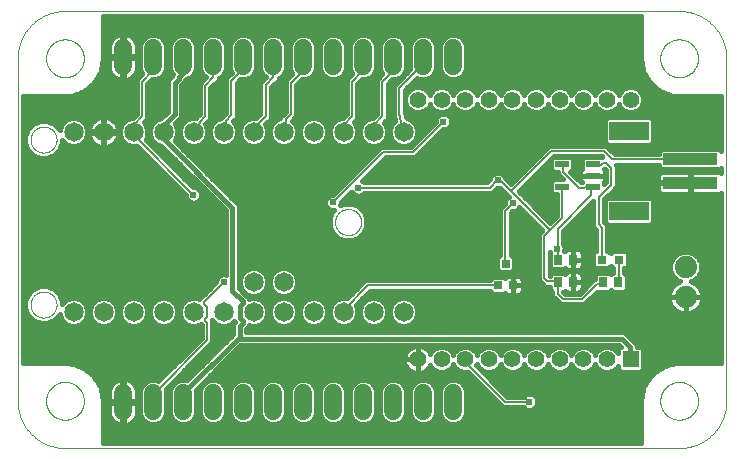
<source format=gtl>
G75*
%MOIN*%
%OFA0B0*%
%FSLAX25Y25*%
%IPPOS*%
%LPD*%
%AMOC8*
5,1,8,0,0,1.08239X$1,22.5*
%
%ADD10R,0.18110X0.03937*%
%ADD11R,0.13386X0.06299*%
%ADD12C,0.00000*%
%ADD13R,0.02756X0.02756*%
%ADD14R,0.04724X0.02165*%
%ADD15R,0.03150X0.03150*%
%ADD16R,0.02756X0.03543*%
%ADD17C,0.06496*%
%ADD18C,0.06000*%
%ADD19C,0.05600*%
%ADD20R,0.05600X0.05600*%
%ADD21C,0.07400*%
%ADD22C,0.01600*%
%ADD23C,0.03562*%
%ADD24OC8,0.03169*%
%ADD25C,0.03169*%
%ADD26C,0.01500*%
%ADD27C,0.00800*%
%ADD28C,0.02400*%
D10*
X0268043Y0122554D03*
X0268043Y0130428D03*
D11*
X0247571Y0139877D03*
X0247571Y0113105D03*
D12*
X0264339Y0034156D02*
X0059614Y0034156D01*
X0053315Y0049904D02*
X0053317Y0050062D01*
X0053323Y0050220D01*
X0053333Y0050378D01*
X0053347Y0050536D01*
X0053365Y0050693D01*
X0053386Y0050850D01*
X0053412Y0051006D01*
X0053442Y0051162D01*
X0053475Y0051317D01*
X0053513Y0051470D01*
X0053554Y0051623D01*
X0053599Y0051775D01*
X0053648Y0051926D01*
X0053701Y0052075D01*
X0053757Y0052223D01*
X0053817Y0052369D01*
X0053881Y0052514D01*
X0053949Y0052657D01*
X0054020Y0052799D01*
X0054094Y0052939D01*
X0054172Y0053076D01*
X0054254Y0053212D01*
X0054338Y0053346D01*
X0054427Y0053477D01*
X0054518Y0053606D01*
X0054613Y0053733D01*
X0054710Y0053858D01*
X0054811Y0053980D01*
X0054915Y0054099D01*
X0055022Y0054216D01*
X0055132Y0054330D01*
X0055245Y0054441D01*
X0055360Y0054550D01*
X0055478Y0054655D01*
X0055599Y0054757D01*
X0055722Y0054857D01*
X0055848Y0054953D01*
X0055976Y0055046D01*
X0056106Y0055136D01*
X0056239Y0055222D01*
X0056374Y0055306D01*
X0056510Y0055385D01*
X0056649Y0055462D01*
X0056790Y0055534D01*
X0056932Y0055604D01*
X0057076Y0055669D01*
X0057222Y0055731D01*
X0057369Y0055789D01*
X0057518Y0055844D01*
X0057668Y0055895D01*
X0057819Y0055942D01*
X0057971Y0055985D01*
X0058124Y0056024D01*
X0058279Y0056060D01*
X0058434Y0056091D01*
X0058590Y0056119D01*
X0058746Y0056143D01*
X0058903Y0056163D01*
X0059061Y0056179D01*
X0059218Y0056191D01*
X0059377Y0056199D01*
X0059535Y0056203D01*
X0059693Y0056203D01*
X0059851Y0056199D01*
X0060010Y0056191D01*
X0060167Y0056179D01*
X0060325Y0056163D01*
X0060482Y0056143D01*
X0060638Y0056119D01*
X0060794Y0056091D01*
X0060949Y0056060D01*
X0061104Y0056024D01*
X0061257Y0055985D01*
X0061409Y0055942D01*
X0061560Y0055895D01*
X0061710Y0055844D01*
X0061859Y0055789D01*
X0062006Y0055731D01*
X0062152Y0055669D01*
X0062296Y0055604D01*
X0062438Y0055534D01*
X0062579Y0055462D01*
X0062718Y0055385D01*
X0062854Y0055306D01*
X0062989Y0055222D01*
X0063122Y0055136D01*
X0063252Y0055046D01*
X0063380Y0054953D01*
X0063506Y0054857D01*
X0063629Y0054757D01*
X0063750Y0054655D01*
X0063868Y0054550D01*
X0063983Y0054441D01*
X0064096Y0054330D01*
X0064206Y0054216D01*
X0064313Y0054099D01*
X0064417Y0053980D01*
X0064518Y0053858D01*
X0064615Y0053733D01*
X0064710Y0053606D01*
X0064801Y0053477D01*
X0064890Y0053346D01*
X0064974Y0053212D01*
X0065056Y0053076D01*
X0065134Y0052939D01*
X0065208Y0052799D01*
X0065279Y0052657D01*
X0065347Y0052514D01*
X0065411Y0052369D01*
X0065471Y0052223D01*
X0065527Y0052075D01*
X0065580Y0051926D01*
X0065629Y0051775D01*
X0065674Y0051623D01*
X0065715Y0051470D01*
X0065753Y0051317D01*
X0065786Y0051162D01*
X0065816Y0051006D01*
X0065842Y0050850D01*
X0065863Y0050693D01*
X0065881Y0050536D01*
X0065895Y0050378D01*
X0065905Y0050220D01*
X0065911Y0050062D01*
X0065913Y0049904D01*
X0065911Y0049746D01*
X0065905Y0049588D01*
X0065895Y0049430D01*
X0065881Y0049272D01*
X0065863Y0049115D01*
X0065842Y0048958D01*
X0065816Y0048802D01*
X0065786Y0048646D01*
X0065753Y0048491D01*
X0065715Y0048338D01*
X0065674Y0048185D01*
X0065629Y0048033D01*
X0065580Y0047882D01*
X0065527Y0047733D01*
X0065471Y0047585D01*
X0065411Y0047439D01*
X0065347Y0047294D01*
X0065279Y0047151D01*
X0065208Y0047009D01*
X0065134Y0046869D01*
X0065056Y0046732D01*
X0064974Y0046596D01*
X0064890Y0046462D01*
X0064801Y0046331D01*
X0064710Y0046202D01*
X0064615Y0046075D01*
X0064518Y0045950D01*
X0064417Y0045828D01*
X0064313Y0045709D01*
X0064206Y0045592D01*
X0064096Y0045478D01*
X0063983Y0045367D01*
X0063868Y0045258D01*
X0063750Y0045153D01*
X0063629Y0045051D01*
X0063506Y0044951D01*
X0063380Y0044855D01*
X0063252Y0044762D01*
X0063122Y0044672D01*
X0062989Y0044586D01*
X0062854Y0044502D01*
X0062718Y0044423D01*
X0062579Y0044346D01*
X0062438Y0044274D01*
X0062296Y0044204D01*
X0062152Y0044139D01*
X0062006Y0044077D01*
X0061859Y0044019D01*
X0061710Y0043964D01*
X0061560Y0043913D01*
X0061409Y0043866D01*
X0061257Y0043823D01*
X0061104Y0043784D01*
X0060949Y0043748D01*
X0060794Y0043717D01*
X0060638Y0043689D01*
X0060482Y0043665D01*
X0060325Y0043645D01*
X0060167Y0043629D01*
X0060010Y0043617D01*
X0059851Y0043609D01*
X0059693Y0043605D01*
X0059535Y0043605D01*
X0059377Y0043609D01*
X0059218Y0043617D01*
X0059061Y0043629D01*
X0058903Y0043645D01*
X0058746Y0043665D01*
X0058590Y0043689D01*
X0058434Y0043717D01*
X0058279Y0043748D01*
X0058124Y0043784D01*
X0057971Y0043823D01*
X0057819Y0043866D01*
X0057668Y0043913D01*
X0057518Y0043964D01*
X0057369Y0044019D01*
X0057222Y0044077D01*
X0057076Y0044139D01*
X0056932Y0044204D01*
X0056790Y0044274D01*
X0056649Y0044346D01*
X0056510Y0044423D01*
X0056374Y0044502D01*
X0056239Y0044586D01*
X0056106Y0044672D01*
X0055976Y0044762D01*
X0055848Y0044855D01*
X0055722Y0044951D01*
X0055599Y0045051D01*
X0055478Y0045153D01*
X0055360Y0045258D01*
X0055245Y0045367D01*
X0055132Y0045478D01*
X0055022Y0045592D01*
X0054915Y0045709D01*
X0054811Y0045828D01*
X0054710Y0045950D01*
X0054613Y0046075D01*
X0054518Y0046202D01*
X0054427Y0046331D01*
X0054338Y0046462D01*
X0054254Y0046596D01*
X0054172Y0046732D01*
X0054094Y0046869D01*
X0054020Y0047009D01*
X0053949Y0047151D01*
X0053881Y0047294D01*
X0053817Y0047439D01*
X0053757Y0047585D01*
X0053701Y0047733D01*
X0053648Y0047882D01*
X0053599Y0048033D01*
X0053554Y0048185D01*
X0053513Y0048338D01*
X0053475Y0048491D01*
X0053442Y0048646D01*
X0053412Y0048802D01*
X0053386Y0048958D01*
X0053365Y0049115D01*
X0053347Y0049272D01*
X0053333Y0049430D01*
X0053323Y0049588D01*
X0053317Y0049746D01*
X0053315Y0049904D01*
X0043866Y0049904D02*
X0043871Y0049523D01*
X0043884Y0049143D01*
X0043907Y0048763D01*
X0043940Y0048384D01*
X0043981Y0048006D01*
X0044031Y0047629D01*
X0044091Y0047253D01*
X0044159Y0046878D01*
X0044237Y0046506D01*
X0044324Y0046135D01*
X0044419Y0045767D01*
X0044524Y0045401D01*
X0044637Y0045038D01*
X0044759Y0044677D01*
X0044889Y0044320D01*
X0045029Y0043966D01*
X0045176Y0043615D01*
X0045333Y0043268D01*
X0045497Y0042925D01*
X0045670Y0042586D01*
X0045851Y0042251D01*
X0046040Y0041920D01*
X0046237Y0041595D01*
X0046441Y0041274D01*
X0046654Y0040958D01*
X0046874Y0040648D01*
X0047101Y0040342D01*
X0047336Y0040043D01*
X0047578Y0039749D01*
X0047826Y0039461D01*
X0048082Y0039179D01*
X0048345Y0038904D01*
X0048614Y0038635D01*
X0048889Y0038372D01*
X0049171Y0038116D01*
X0049459Y0037868D01*
X0049753Y0037626D01*
X0050052Y0037391D01*
X0050358Y0037164D01*
X0050668Y0036944D01*
X0050984Y0036731D01*
X0051305Y0036527D01*
X0051630Y0036330D01*
X0051961Y0036141D01*
X0052296Y0035960D01*
X0052635Y0035787D01*
X0052978Y0035623D01*
X0053325Y0035466D01*
X0053676Y0035319D01*
X0054030Y0035179D01*
X0054387Y0035049D01*
X0054748Y0034927D01*
X0055111Y0034814D01*
X0055477Y0034709D01*
X0055845Y0034614D01*
X0056216Y0034527D01*
X0056588Y0034449D01*
X0056963Y0034381D01*
X0057339Y0034321D01*
X0057716Y0034271D01*
X0058094Y0034230D01*
X0058473Y0034197D01*
X0058853Y0034174D01*
X0059233Y0034161D01*
X0059614Y0034156D01*
X0059233Y0034161D01*
X0058853Y0034174D01*
X0058473Y0034197D01*
X0058094Y0034230D01*
X0057716Y0034271D01*
X0057339Y0034321D01*
X0056963Y0034381D01*
X0056588Y0034449D01*
X0056216Y0034527D01*
X0055845Y0034614D01*
X0055477Y0034709D01*
X0055111Y0034814D01*
X0054748Y0034927D01*
X0054387Y0035049D01*
X0054030Y0035179D01*
X0053676Y0035319D01*
X0053325Y0035466D01*
X0052978Y0035623D01*
X0052635Y0035787D01*
X0052296Y0035960D01*
X0051961Y0036141D01*
X0051630Y0036330D01*
X0051305Y0036527D01*
X0050984Y0036731D01*
X0050668Y0036944D01*
X0050358Y0037164D01*
X0050052Y0037391D01*
X0049753Y0037626D01*
X0049459Y0037868D01*
X0049171Y0038116D01*
X0048889Y0038372D01*
X0048614Y0038635D01*
X0048345Y0038904D01*
X0048082Y0039179D01*
X0047826Y0039461D01*
X0047578Y0039749D01*
X0047336Y0040043D01*
X0047101Y0040342D01*
X0046874Y0040648D01*
X0046654Y0040958D01*
X0046441Y0041274D01*
X0046237Y0041595D01*
X0046040Y0041920D01*
X0045851Y0042251D01*
X0045670Y0042586D01*
X0045497Y0042925D01*
X0045333Y0043268D01*
X0045176Y0043615D01*
X0045029Y0043966D01*
X0044889Y0044320D01*
X0044759Y0044677D01*
X0044637Y0045038D01*
X0044524Y0045401D01*
X0044419Y0045767D01*
X0044324Y0046135D01*
X0044237Y0046506D01*
X0044159Y0046878D01*
X0044091Y0047253D01*
X0044031Y0047629D01*
X0043981Y0048006D01*
X0043940Y0048384D01*
X0043907Y0048763D01*
X0043884Y0049143D01*
X0043871Y0049523D01*
X0043866Y0049904D01*
X0043866Y0164077D01*
X0053315Y0164077D02*
X0053317Y0164235D01*
X0053323Y0164393D01*
X0053333Y0164551D01*
X0053347Y0164709D01*
X0053365Y0164866D01*
X0053386Y0165023D01*
X0053412Y0165179D01*
X0053442Y0165335D01*
X0053475Y0165490D01*
X0053513Y0165643D01*
X0053554Y0165796D01*
X0053599Y0165948D01*
X0053648Y0166099D01*
X0053701Y0166248D01*
X0053757Y0166396D01*
X0053817Y0166542D01*
X0053881Y0166687D01*
X0053949Y0166830D01*
X0054020Y0166972D01*
X0054094Y0167112D01*
X0054172Y0167249D01*
X0054254Y0167385D01*
X0054338Y0167519D01*
X0054427Y0167650D01*
X0054518Y0167779D01*
X0054613Y0167906D01*
X0054710Y0168031D01*
X0054811Y0168153D01*
X0054915Y0168272D01*
X0055022Y0168389D01*
X0055132Y0168503D01*
X0055245Y0168614D01*
X0055360Y0168723D01*
X0055478Y0168828D01*
X0055599Y0168930D01*
X0055722Y0169030D01*
X0055848Y0169126D01*
X0055976Y0169219D01*
X0056106Y0169309D01*
X0056239Y0169395D01*
X0056374Y0169479D01*
X0056510Y0169558D01*
X0056649Y0169635D01*
X0056790Y0169707D01*
X0056932Y0169777D01*
X0057076Y0169842D01*
X0057222Y0169904D01*
X0057369Y0169962D01*
X0057518Y0170017D01*
X0057668Y0170068D01*
X0057819Y0170115D01*
X0057971Y0170158D01*
X0058124Y0170197D01*
X0058279Y0170233D01*
X0058434Y0170264D01*
X0058590Y0170292D01*
X0058746Y0170316D01*
X0058903Y0170336D01*
X0059061Y0170352D01*
X0059218Y0170364D01*
X0059377Y0170372D01*
X0059535Y0170376D01*
X0059693Y0170376D01*
X0059851Y0170372D01*
X0060010Y0170364D01*
X0060167Y0170352D01*
X0060325Y0170336D01*
X0060482Y0170316D01*
X0060638Y0170292D01*
X0060794Y0170264D01*
X0060949Y0170233D01*
X0061104Y0170197D01*
X0061257Y0170158D01*
X0061409Y0170115D01*
X0061560Y0170068D01*
X0061710Y0170017D01*
X0061859Y0169962D01*
X0062006Y0169904D01*
X0062152Y0169842D01*
X0062296Y0169777D01*
X0062438Y0169707D01*
X0062579Y0169635D01*
X0062718Y0169558D01*
X0062854Y0169479D01*
X0062989Y0169395D01*
X0063122Y0169309D01*
X0063252Y0169219D01*
X0063380Y0169126D01*
X0063506Y0169030D01*
X0063629Y0168930D01*
X0063750Y0168828D01*
X0063868Y0168723D01*
X0063983Y0168614D01*
X0064096Y0168503D01*
X0064206Y0168389D01*
X0064313Y0168272D01*
X0064417Y0168153D01*
X0064518Y0168031D01*
X0064615Y0167906D01*
X0064710Y0167779D01*
X0064801Y0167650D01*
X0064890Y0167519D01*
X0064974Y0167385D01*
X0065056Y0167249D01*
X0065134Y0167112D01*
X0065208Y0166972D01*
X0065279Y0166830D01*
X0065347Y0166687D01*
X0065411Y0166542D01*
X0065471Y0166396D01*
X0065527Y0166248D01*
X0065580Y0166099D01*
X0065629Y0165948D01*
X0065674Y0165796D01*
X0065715Y0165643D01*
X0065753Y0165490D01*
X0065786Y0165335D01*
X0065816Y0165179D01*
X0065842Y0165023D01*
X0065863Y0164866D01*
X0065881Y0164709D01*
X0065895Y0164551D01*
X0065905Y0164393D01*
X0065911Y0164235D01*
X0065913Y0164077D01*
X0065911Y0163919D01*
X0065905Y0163761D01*
X0065895Y0163603D01*
X0065881Y0163445D01*
X0065863Y0163288D01*
X0065842Y0163131D01*
X0065816Y0162975D01*
X0065786Y0162819D01*
X0065753Y0162664D01*
X0065715Y0162511D01*
X0065674Y0162358D01*
X0065629Y0162206D01*
X0065580Y0162055D01*
X0065527Y0161906D01*
X0065471Y0161758D01*
X0065411Y0161612D01*
X0065347Y0161467D01*
X0065279Y0161324D01*
X0065208Y0161182D01*
X0065134Y0161042D01*
X0065056Y0160905D01*
X0064974Y0160769D01*
X0064890Y0160635D01*
X0064801Y0160504D01*
X0064710Y0160375D01*
X0064615Y0160248D01*
X0064518Y0160123D01*
X0064417Y0160001D01*
X0064313Y0159882D01*
X0064206Y0159765D01*
X0064096Y0159651D01*
X0063983Y0159540D01*
X0063868Y0159431D01*
X0063750Y0159326D01*
X0063629Y0159224D01*
X0063506Y0159124D01*
X0063380Y0159028D01*
X0063252Y0158935D01*
X0063122Y0158845D01*
X0062989Y0158759D01*
X0062854Y0158675D01*
X0062718Y0158596D01*
X0062579Y0158519D01*
X0062438Y0158447D01*
X0062296Y0158377D01*
X0062152Y0158312D01*
X0062006Y0158250D01*
X0061859Y0158192D01*
X0061710Y0158137D01*
X0061560Y0158086D01*
X0061409Y0158039D01*
X0061257Y0157996D01*
X0061104Y0157957D01*
X0060949Y0157921D01*
X0060794Y0157890D01*
X0060638Y0157862D01*
X0060482Y0157838D01*
X0060325Y0157818D01*
X0060167Y0157802D01*
X0060010Y0157790D01*
X0059851Y0157782D01*
X0059693Y0157778D01*
X0059535Y0157778D01*
X0059377Y0157782D01*
X0059218Y0157790D01*
X0059061Y0157802D01*
X0058903Y0157818D01*
X0058746Y0157838D01*
X0058590Y0157862D01*
X0058434Y0157890D01*
X0058279Y0157921D01*
X0058124Y0157957D01*
X0057971Y0157996D01*
X0057819Y0158039D01*
X0057668Y0158086D01*
X0057518Y0158137D01*
X0057369Y0158192D01*
X0057222Y0158250D01*
X0057076Y0158312D01*
X0056932Y0158377D01*
X0056790Y0158447D01*
X0056649Y0158519D01*
X0056510Y0158596D01*
X0056374Y0158675D01*
X0056239Y0158759D01*
X0056106Y0158845D01*
X0055976Y0158935D01*
X0055848Y0159028D01*
X0055722Y0159124D01*
X0055599Y0159224D01*
X0055478Y0159326D01*
X0055360Y0159431D01*
X0055245Y0159540D01*
X0055132Y0159651D01*
X0055022Y0159765D01*
X0054915Y0159882D01*
X0054811Y0160001D01*
X0054710Y0160123D01*
X0054613Y0160248D01*
X0054518Y0160375D01*
X0054427Y0160504D01*
X0054338Y0160635D01*
X0054254Y0160769D01*
X0054172Y0160905D01*
X0054094Y0161042D01*
X0054020Y0161182D01*
X0053949Y0161324D01*
X0053881Y0161467D01*
X0053817Y0161612D01*
X0053757Y0161758D01*
X0053701Y0161906D01*
X0053648Y0162055D01*
X0053599Y0162206D01*
X0053554Y0162358D01*
X0053513Y0162511D01*
X0053475Y0162664D01*
X0053442Y0162819D01*
X0053412Y0162975D01*
X0053386Y0163131D01*
X0053365Y0163288D01*
X0053347Y0163445D01*
X0053333Y0163603D01*
X0053323Y0163761D01*
X0053317Y0163919D01*
X0053315Y0164077D01*
X0043866Y0164077D02*
X0043871Y0164458D01*
X0043884Y0164838D01*
X0043907Y0165218D01*
X0043940Y0165597D01*
X0043981Y0165975D01*
X0044031Y0166352D01*
X0044091Y0166728D01*
X0044159Y0167103D01*
X0044237Y0167475D01*
X0044324Y0167846D01*
X0044419Y0168214D01*
X0044524Y0168580D01*
X0044637Y0168943D01*
X0044759Y0169304D01*
X0044889Y0169661D01*
X0045029Y0170015D01*
X0045176Y0170366D01*
X0045333Y0170713D01*
X0045497Y0171056D01*
X0045670Y0171395D01*
X0045851Y0171730D01*
X0046040Y0172061D01*
X0046237Y0172386D01*
X0046441Y0172707D01*
X0046654Y0173023D01*
X0046874Y0173333D01*
X0047101Y0173639D01*
X0047336Y0173938D01*
X0047578Y0174232D01*
X0047826Y0174520D01*
X0048082Y0174802D01*
X0048345Y0175077D01*
X0048614Y0175346D01*
X0048889Y0175609D01*
X0049171Y0175865D01*
X0049459Y0176113D01*
X0049753Y0176355D01*
X0050052Y0176590D01*
X0050358Y0176817D01*
X0050668Y0177037D01*
X0050984Y0177250D01*
X0051305Y0177454D01*
X0051630Y0177651D01*
X0051961Y0177840D01*
X0052296Y0178021D01*
X0052635Y0178194D01*
X0052978Y0178358D01*
X0053325Y0178515D01*
X0053676Y0178662D01*
X0054030Y0178802D01*
X0054387Y0178932D01*
X0054748Y0179054D01*
X0055111Y0179167D01*
X0055477Y0179272D01*
X0055845Y0179367D01*
X0056216Y0179454D01*
X0056588Y0179532D01*
X0056963Y0179600D01*
X0057339Y0179660D01*
X0057716Y0179710D01*
X0058094Y0179751D01*
X0058473Y0179784D01*
X0058853Y0179807D01*
X0059233Y0179820D01*
X0059614Y0179825D01*
X0264339Y0179825D01*
X0258040Y0164077D02*
X0258042Y0164235D01*
X0258048Y0164393D01*
X0258058Y0164551D01*
X0258072Y0164709D01*
X0258090Y0164866D01*
X0258111Y0165023D01*
X0258137Y0165179D01*
X0258167Y0165335D01*
X0258200Y0165490D01*
X0258238Y0165643D01*
X0258279Y0165796D01*
X0258324Y0165948D01*
X0258373Y0166099D01*
X0258426Y0166248D01*
X0258482Y0166396D01*
X0258542Y0166542D01*
X0258606Y0166687D01*
X0258674Y0166830D01*
X0258745Y0166972D01*
X0258819Y0167112D01*
X0258897Y0167249D01*
X0258979Y0167385D01*
X0259063Y0167519D01*
X0259152Y0167650D01*
X0259243Y0167779D01*
X0259338Y0167906D01*
X0259435Y0168031D01*
X0259536Y0168153D01*
X0259640Y0168272D01*
X0259747Y0168389D01*
X0259857Y0168503D01*
X0259970Y0168614D01*
X0260085Y0168723D01*
X0260203Y0168828D01*
X0260324Y0168930D01*
X0260447Y0169030D01*
X0260573Y0169126D01*
X0260701Y0169219D01*
X0260831Y0169309D01*
X0260964Y0169395D01*
X0261099Y0169479D01*
X0261235Y0169558D01*
X0261374Y0169635D01*
X0261515Y0169707D01*
X0261657Y0169777D01*
X0261801Y0169842D01*
X0261947Y0169904D01*
X0262094Y0169962D01*
X0262243Y0170017D01*
X0262393Y0170068D01*
X0262544Y0170115D01*
X0262696Y0170158D01*
X0262849Y0170197D01*
X0263004Y0170233D01*
X0263159Y0170264D01*
X0263315Y0170292D01*
X0263471Y0170316D01*
X0263628Y0170336D01*
X0263786Y0170352D01*
X0263943Y0170364D01*
X0264102Y0170372D01*
X0264260Y0170376D01*
X0264418Y0170376D01*
X0264576Y0170372D01*
X0264735Y0170364D01*
X0264892Y0170352D01*
X0265050Y0170336D01*
X0265207Y0170316D01*
X0265363Y0170292D01*
X0265519Y0170264D01*
X0265674Y0170233D01*
X0265829Y0170197D01*
X0265982Y0170158D01*
X0266134Y0170115D01*
X0266285Y0170068D01*
X0266435Y0170017D01*
X0266584Y0169962D01*
X0266731Y0169904D01*
X0266877Y0169842D01*
X0267021Y0169777D01*
X0267163Y0169707D01*
X0267304Y0169635D01*
X0267443Y0169558D01*
X0267579Y0169479D01*
X0267714Y0169395D01*
X0267847Y0169309D01*
X0267977Y0169219D01*
X0268105Y0169126D01*
X0268231Y0169030D01*
X0268354Y0168930D01*
X0268475Y0168828D01*
X0268593Y0168723D01*
X0268708Y0168614D01*
X0268821Y0168503D01*
X0268931Y0168389D01*
X0269038Y0168272D01*
X0269142Y0168153D01*
X0269243Y0168031D01*
X0269340Y0167906D01*
X0269435Y0167779D01*
X0269526Y0167650D01*
X0269615Y0167519D01*
X0269699Y0167385D01*
X0269781Y0167249D01*
X0269859Y0167112D01*
X0269933Y0166972D01*
X0270004Y0166830D01*
X0270072Y0166687D01*
X0270136Y0166542D01*
X0270196Y0166396D01*
X0270252Y0166248D01*
X0270305Y0166099D01*
X0270354Y0165948D01*
X0270399Y0165796D01*
X0270440Y0165643D01*
X0270478Y0165490D01*
X0270511Y0165335D01*
X0270541Y0165179D01*
X0270567Y0165023D01*
X0270588Y0164866D01*
X0270606Y0164709D01*
X0270620Y0164551D01*
X0270630Y0164393D01*
X0270636Y0164235D01*
X0270638Y0164077D01*
X0270636Y0163919D01*
X0270630Y0163761D01*
X0270620Y0163603D01*
X0270606Y0163445D01*
X0270588Y0163288D01*
X0270567Y0163131D01*
X0270541Y0162975D01*
X0270511Y0162819D01*
X0270478Y0162664D01*
X0270440Y0162511D01*
X0270399Y0162358D01*
X0270354Y0162206D01*
X0270305Y0162055D01*
X0270252Y0161906D01*
X0270196Y0161758D01*
X0270136Y0161612D01*
X0270072Y0161467D01*
X0270004Y0161324D01*
X0269933Y0161182D01*
X0269859Y0161042D01*
X0269781Y0160905D01*
X0269699Y0160769D01*
X0269615Y0160635D01*
X0269526Y0160504D01*
X0269435Y0160375D01*
X0269340Y0160248D01*
X0269243Y0160123D01*
X0269142Y0160001D01*
X0269038Y0159882D01*
X0268931Y0159765D01*
X0268821Y0159651D01*
X0268708Y0159540D01*
X0268593Y0159431D01*
X0268475Y0159326D01*
X0268354Y0159224D01*
X0268231Y0159124D01*
X0268105Y0159028D01*
X0267977Y0158935D01*
X0267847Y0158845D01*
X0267714Y0158759D01*
X0267579Y0158675D01*
X0267443Y0158596D01*
X0267304Y0158519D01*
X0267163Y0158447D01*
X0267021Y0158377D01*
X0266877Y0158312D01*
X0266731Y0158250D01*
X0266584Y0158192D01*
X0266435Y0158137D01*
X0266285Y0158086D01*
X0266134Y0158039D01*
X0265982Y0157996D01*
X0265829Y0157957D01*
X0265674Y0157921D01*
X0265519Y0157890D01*
X0265363Y0157862D01*
X0265207Y0157838D01*
X0265050Y0157818D01*
X0264892Y0157802D01*
X0264735Y0157790D01*
X0264576Y0157782D01*
X0264418Y0157778D01*
X0264260Y0157778D01*
X0264102Y0157782D01*
X0263943Y0157790D01*
X0263786Y0157802D01*
X0263628Y0157818D01*
X0263471Y0157838D01*
X0263315Y0157862D01*
X0263159Y0157890D01*
X0263004Y0157921D01*
X0262849Y0157957D01*
X0262696Y0157996D01*
X0262544Y0158039D01*
X0262393Y0158086D01*
X0262243Y0158137D01*
X0262094Y0158192D01*
X0261947Y0158250D01*
X0261801Y0158312D01*
X0261657Y0158377D01*
X0261515Y0158447D01*
X0261374Y0158519D01*
X0261235Y0158596D01*
X0261099Y0158675D01*
X0260964Y0158759D01*
X0260831Y0158845D01*
X0260701Y0158935D01*
X0260573Y0159028D01*
X0260447Y0159124D01*
X0260324Y0159224D01*
X0260203Y0159326D01*
X0260085Y0159431D01*
X0259970Y0159540D01*
X0259857Y0159651D01*
X0259747Y0159765D01*
X0259640Y0159882D01*
X0259536Y0160001D01*
X0259435Y0160123D01*
X0259338Y0160248D01*
X0259243Y0160375D01*
X0259152Y0160504D01*
X0259063Y0160635D01*
X0258979Y0160769D01*
X0258897Y0160905D01*
X0258819Y0161042D01*
X0258745Y0161182D01*
X0258674Y0161324D01*
X0258606Y0161467D01*
X0258542Y0161612D01*
X0258482Y0161758D01*
X0258426Y0161906D01*
X0258373Y0162055D01*
X0258324Y0162206D01*
X0258279Y0162358D01*
X0258238Y0162511D01*
X0258200Y0162664D01*
X0258167Y0162819D01*
X0258137Y0162975D01*
X0258111Y0163131D01*
X0258090Y0163288D01*
X0258072Y0163445D01*
X0258058Y0163603D01*
X0258048Y0163761D01*
X0258042Y0163919D01*
X0258040Y0164077D01*
X0264339Y0179825D02*
X0264720Y0179820D01*
X0265100Y0179807D01*
X0265480Y0179784D01*
X0265859Y0179751D01*
X0266237Y0179710D01*
X0266614Y0179660D01*
X0266990Y0179600D01*
X0267365Y0179532D01*
X0267737Y0179454D01*
X0268108Y0179367D01*
X0268476Y0179272D01*
X0268842Y0179167D01*
X0269205Y0179054D01*
X0269566Y0178932D01*
X0269923Y0178802D01*
X0270277Y0178662D01*
X0270628Y0178515D01*
X0270975Y0178358D01*
X0271318Y0178194D01*
X0271657Y0178021D01*
X0271992Y0177840D01*
X0272323Y0177651D01*
X0272648Y0177454D01*
X0272969Y0177250D01*
X0273285Y0177037D01*
X0273595Y0176817D01*
X0273901Y0176590D01*
X0274200Y0176355D01*
X0274494Y0176113D01*
X0274782Y0175865D01*
X0275064Y0175609D01*
X0275339Y0175346D01*
X0275608Y0175077D01*
X0275871Y0174802D01*
X0276127Y0174520D01*
X0276375Y0174232D01*
X0276617Y0173938D01*
X0276852Y0173639D01*
X0277079Y0173333D01*
X0277299Y0173023D01*
X0277512Y0172707D01*
X0277716Y0172386D01*
X0277913Y0172061D01*
X0278102Y0171730D01*
X0278283Y0171395D01*
X0278456Y0171056D01*
X0278620Y0170713D01*
X0278777Y0170366D01*
X0278924Y0170015D01*
X0279064Y0169661D01*
X0279194Y0169304D01*
X0279316Y0168943D01*
X0279429Y0168580D01*
X0279534Y0168214D01*
X0279629Y0167846D01*
X0279716Y0167475D01*
X0279794Y0167103D01*
X0279862Y0166728D01*
X0279922Y0166352D01*
X0279972Y0165975D01*
X0280013Y0165597D01*
X0280046Y0165218D01*
X0280069Y0164838D01*
X0280082Y0164458D01*
X0280087Y0164077D01*
X0280087Y0049904D01*
X0258040Y0049904D02*
X0258042Y0050062D01*
X0258048Y0050220D01*
X0258058Y0050378D01*
X0258072Y0050536D01*
X0258090Y0050693D01*
X0258111Y0050850D01*
X0258137Y0051006D01*
X0258167Y0051162D01*
X0258200Y0051317D01*
X0258238Y0051470D01*
X0258279Y0051623D01*
X0258324Y0051775D01*
X0258373Y0051926D01*
X0258426Y0052075D01*
X0258482Y0052223D01*
X0258542Y0052369D01*
X0258606Y0052514D01*
X0258674Y0052657D01*
X0258745Y0052799D01*
X0258819Y0052939D01*
X0258897Y0053076D01*
X0258979Y0053212D01*
X0259063Y0053346D01*
X0259152Y0053477D01*
X0259243Y0053606D01*
X0259338Y0053733D01*
X0259435Y0053858D01*
X0259536Y0053980D01*
X0259640Y0054099D01*
X0259747Y0054216D01*
X0259857Y0054330D01*
X0259970Y0054441D01*
X0260085Y0054550D01*
X0260203Y0054655D01*
X0260324Y0054757D01*
X0260447Y0054857D01*
X0260573Y0054953D01*
X0260701Y0055046D01*
X0260831Y0055136D01*
X0260964Y0055222D01*
X0261099Y0055306D01*
X0261235Y0055385D01*
X0261374Y0055462D01*
X0261515Y0055534D01*
X0261657Y0055604D01*
X0261801Y0055669D01*
X0261947Y0055731D01*
X0262094Y0055789D01*
X0262243Y0055844D01*
X0262393Y0055895D01*
X0262544Y0055942D01*
X0262696Y0055985D01*
X0262849Y0056024D01*
X0263004Y0056060D01*
X0263159Y0056091D01*
X0263315Y0056119D01*
X0263471Y0056143D01*
X0263628Y0056163D01*
X0263786Y0056179D01*
X0263943Y0056191D01*
X0264102Y0056199D01*
X0264260Y0056203D01*
X0264418Y0056203D01*
X0264576Y0056199D01*
X0264735Y0056191D01*
X0264892Y0056179D01*
X0265050Y0056163D01*
X0265207Y0056143D01*
X0265363Y0056119D01*
X0265519Y0056091D01*
X0265674Y0056060D01*
X0265829Y0056024D01*
X0265982Y0055985D01*
X0266134Y0055942D01*
X0266285Y0055895D01*
X0266435Y0055844D01*
X0266584Y0055789D01*
X0266731Y0055731D01*
X0266877Y0055669D01*
X0267021Y0055604D01*
X0267163Y0055534D01*
X0267304Y0055462D01*
X0267443Y0055385D01*
X0267579Y0055306D01*
X0267714Y0055222D01*
X0267847Y0055136D01*
X0267977Y0055046D01*
X0268105Y0054953D01*
X0268231Y0054857D01*
X0268354Y0054757D01*
X0268475Y0054655D01*
X0268593Y0054550D01*
X0268708Y0054441D01*
X0268821Y0054330D01*
X0268931Y0054216D01*
X0269038Y0054099D01*
X0269142Y0053980D01*
X0269243Y0053858D01*
X0269340Y0053733D01*
X0269435Y0053606D01*
X0269526Y0053477D01*
X0269615Y0053346D01*
X0269699Y0053212D01*
X0269781Y0053076D01*
X0269859Y0052939D01*
X0269933Y0052799D01*
X0270004Y0052657D01*
X0270072Y0052514D01*
X0270136Y0052369D01*
X0270196Y0052223D01*
X0270252Y0052075D01*
X0270305Y0051926D01*
X0270354Y0051775D01*
X0270399Y0051623D01*
X0270440Y0051470D01*
X0270478Y0051317D01*
X0270511Y0051162D01*
X0270541Y0051006D01*
X0270567Y0050850D01*
X0270588Y0050693D01*
X0270606Y0050536D01*
X0270620Y0050378D01*
X0270630Y0050220D01*
X0270636Y0050062D01*
X0270638Y0049904D01*
X0270636Y0049746D01*
X0270630Y0049588D01*
X0270620Y0049430D01*
X0270606Y0049272D01*
X0270588Y0049115D01*
X0270567Y0048958D01*
X0270541Y0048802D01*
X0270511Y0048646D01*
X0270478Y0048491D01*
X0270440Y0048338D01*
X0270399Y0048185D01*
X0270354Y0048033D01*
X0270305Y0047882D01*
X0270252Y0047733D01*
X0270196Y0047585D01*
X0270136Y0047439D01*
X0270072Y0047294D01*
X0270004Y0047151D01*
X0269933Y0047009D01*
X0269859Y0046869D01*
X0269781Y0046732D01*
X0269699Y0046596D01*
X0269615Y0046462D01*
X0269526Y0046331D01*
X0269435Y0046202D01*
X0269340Y0046075D01*
X0269243Y0045950D01*
X0269142Y0045828D01*
X0269038Y0045709D01*
X0268931Y0045592D01*
X0268821Y0045478D01*
X0268708Y0045367D01*
X0268593Y0045258D01*
X0268475Y0045153D01*
X0268354Y0045051D01*
X0268231Y0044951D01*
X0268105Y0044855D01*
X0267977Y0044762D01*
X0267847Y0044672D01*
X0267714Y0044586D01*
X0267579Y0044502D01*
X0267443Y0044423D01*
X0267304Y0044346D01*
X0267163Y0044274D01*
X0267021Y0044204D01*
X0266877Y0044139D01*
X0266731Y0044077D01*
X0266584Y0044019D01*
X0266435Y0043964D01*
X0266285Y0043913D01*
X0266134Y0043866D01*
X0265982Y0043823D01*
X0265829Y0043784D01*
X0265674Y0043748D01*
X0265519Y0043717D01*
X0265363Y0043689D01*
X0265207Y0043665D01*
X0265050Y0043645D01*
X0264892Y0043629D01*
X0264735Y0043617D01*
X0264576Y0043609D01*
X0264418Y0043605D01*
X0264260Y0043605D01*
X0264102Y0043609D01*
X0263943Y0043617D01*
X0263786Y0043629D01*
X0263628Y0043645D01*
X0263471Y0043665D01*
X0263315Y0043689D01*
X0263159Y0043717D01*
X0263004Y0043748D01*
X0262849Y0043784D01*
X0262696Y0043823D01*
X0262544Y0043866D01*
X0262393Y0043913D01*
X0262243Y0043964D01*
X0262094Y0044019D01*
X0261947Y0044077D01*
X0261801Y0044139D01*
X0261657Y0044204D01*
X0261515Y0044274D01*
X0261374Y0044346D01*
X0261235Y0044423D01*
X0261099Y0044502D01*
X0260964Y0044586D01*
X0260831Y0044672D01*
X0260701Y0044762D01*
X0260573Y0044855D01*
X0260447Y0044951D01*
X0260324Y0045051D01*
X0260203Y0045153D01*
X0260085Y0045258D01*
X0259970Y0045367D01*
X0259857Y0045478D01*
X0259747Y0045592D01*
X0259640Y0045709D01*
X0259536Y0045828D01*
X0259435Y0045950D01*
X0259338Y0046075D01*
X0259243Y0046202D01*
X0259152Y0046331D01*
X0259063Y0046462D01*
X0258979Y0046596D01*
X0258897Y0046732D01*
X0258819Y0046869D01*
X0258745Y0047009D01*
X0258674Y0047151D01*
X0258606Y0047294D01*
X0258542Y0047439D01*
X0258482Y0047585D01*
X0258426Y0047733D01*
X0258373Y0047882D01*
X0258324Y0048033D01*
X0258279Y0048185D01*
X0258238Y0048338D01*
X0258200Y0048491D01*
X0258167Y0048646D01*
X0258137Y0048802D01*
X0258111Y0048958D01*
X0258090Y0049115D01*
X0258072Y0049272D01*
X0258058Y0049430D01*
X0258048Y0049588D01*
X0258042Y0049746D01*
X0258040Y0049904D01*
X0264339Y0034156D02*
X0264720Y0034161D01*
X0265100Y0034174D01*
X0265480Y0034197D01*
X0265859Y0034230D01*
X0266237Y0034271D01*
X0266614Y0034321D01*
X0266990Y0034381D01*
X0267365Y0034449D01*
X0267737Y0034527D01*
X0268108Y0034614D01*
X0268476Y0034709D01*
X0268842Y0034814D01*
X0269205Y0034927D01*
X0269566Y0035049D01*
X0269923Y0035179D01*
X0270277Y0035319D01*
X0270628Y0035466D01*
X0270975Y0035623D01*
X0271318Y0035787D01*
X0271657Y0035960D01*
X0271992Y0036141D01*
X0272323Y0036330D01*
X0272648Y0036527D01*
X0272969Y0036731D01*
X0273285Y0036944D01*
X0273595Y0037164D01*
X0273901Y0037391D01*
X0274200Y0037626D01*
X0274494Y0037868D01*
X0274782Y0038116D01*
X0275064Y0038372D01*
X0275339Y0038635D01*
X0275608Y0038904D01*
X0275871Y0039179D01*
X0276127Y0039461D01*
X0276375Y0039749D01*
X0276617Y0040043D01*
X0276852Y0040342D01*
X0277079Y0040648D01*
X0277299Y0040958D01*
X0277512Y0041274D01*
X0277716Y0041595D01*
X0277913Y0041920D01*
X0278102Y0042251D01*
X0278283Y0042586D01*
X0278456Y0042925D01*
X0278620Y0043268D01*
X0278777Y0043615D01*
X0278924Y0043966D01*
X0279064Y0044320D01*
X0279194Y0044677D01*
X0279316Y0045038D01*
X0279429Y0045401D01*
X0279534Y0045767D01*
X0279629Y0046135D01*
X0279716Y0046506D01*
X0279794Y0046878D01*
X0279862Y0047253D01*
X0279922Y0047629D01*
X0279972Y0048006D01*
X0280013Y0048384D01*
X0280046Y0048763D01*
X0280069Y0049143D01*
X0280082Y0049523D01*
X0280087Y0049904D01*
X0280082Y0049523D01*
X0280069Y0049143D01*
X0280046Y0048763D01*
X0280013Y0048384D01*
X0279972Y0048006D01*
X0279922Y0047629D01*
X0279862Y0047253D01*
X0279794Y0046878D01*
X0279716Y0046506D01*
X0279629Y0046135D01*
X0279534Y0045767D01*
X0279429Y0045401D01*
X0279316Y0045038D01*
X0279194Y0044677D01*
X0279064Y0044320D01*
X0278924Y0043966D01*
X0278777Y0043615D01*
X0278620Y0043268D01*
X0278456Y0042925D01*
X0278283Y0042586D01*
X0278102Y0042251D01*
X0277913Y0041920D01*
X0277716Y0041595D01*
X0277512Y0041274D01*
X0277299Y0040958D01*
X0277079Y0040648D01*
X0276852Y0040342D01*
X0276617Y0040043D01*
X0276375Y0039749D01*
X0276127Y0039461D01*
X0275871Y0039179D01*
X0275608Y0038904D01*
X0275339Y0038635D01*
X0275064Y0038372D01*
X0274782Y0038116D01*
X0274494Y0037868D01*
X0274200Y0037626D01*
X0273901Y0037391D01*
X0273595Y0037164D01*
X0273285Y0036944D01*
X0272969Y0036731D01*
X0272648Y0036527D01*
X0272323Y0036330D01*
X0271992Y0036141D01*
X0271657Y0035960D01*
X0271318Y0035787D01*
X0270975Y0035623D01*
X0270628Y0035466D01*
X0270277Y0035319D01*
X0269923Y0035179D01*
X0269566Y0035049D01*
X0269205Y0034927D01*
X0268842Y0034814D01*
X0268476Y0034709D01*
X0268108Y0034614D01*
X0267737Y0034527D01*
X0267365Y0034449D01*
X0266990Y0034381D01*
X0266614Y0034321D01*
X0266237Y0034271D01*
X0265859Y0034230D01*
X0265480Y0034197D01*
X0265100Y0034174D01*
X0264720Y0034161D01*
X0264339Y0034156D01*
X0149645Y0109491D02*
X0149647Y0109622D01*
X0149653Y0109754D01*
X0149663Y0109885D01*
X0149677Y0110016D01*
X0149695Y0110146D01*
X0149717Y0110275D01*
X0149742Y0110404D01*
X0149772Y0110532D01*
X0149806Y0110659D01*
X0149843Y0110786D01*
X0149884Y0110910D01*
X0149929Y0111034D01*
X0149978Y0111156D01*
X0150030Y0111277D01*
X0150086Y0111395D01*
X0150146Y0111513D01*
X0150209Y0111628D01*
X0150276Y0111741D01*
X0150346Y0111853D01*
X0150419Y0111962D01*
X0150495Y0112068D01*
X0150575Y0112173D01*
X0150658Y0112275D01*
X0150744Y0112374D01*
X0150833Y0112471D01*
X0150925Y0112565D01*
X0151020Y0112656D01*
X0151117Y0112745D01*
X0151217Y0112830D01*
X0151320Y0112912D01*
X0151425Y0112991D01*
X0151532Y0113067D01*
X0151642Y0113139D01*
X0151754Y0113208D01*
X0151868Y0113274D01*
X0151983Y0113336D01*
X0152101Y0113395D01*
X0152220Y0113450D01*
X0152341Y0113502D01*
X0152464Y0113549D01*
X0152588Y0113593D01*
X0152713Y0113634D01*
X0152839Y0113670D01*
X0152967Y0113703D01*
X0153095Y0113731D01*
X0153224Y0113756D01*
X0153354Y0113777D01*
X0153484Y0113794D01*
X0153615Y0113807D01*
X0153746Y0113816D01*
X0153877Y0113821D01*
X0154009Y0113822D01*
X0154140Y0113819D01*
X0154272Y0113812D01*
X0154403Y0113801D01*
X0154533Y0113786D01*
X0154663Y0113767D01*
X0154793Y0113744D01*
X0154921Y0113718D01*
X0155049Y0113687D01*
X0155176Y0113652D01*
X0155302Y0113614D01*
X0155426Y0113572D01*
X0155550Y0113526D01*
X0155671Y0113476D01*
X0155791Y0113423D01*
X0155910Y0113366D01*
X0156027Y0113306D01*
X0156141Y0113242D01*
X0156254Y0113174D01*
X0156365Y0113103D01*
X0156474Y0113029D01*
X0156580Y0112952D01*
X0156684Y0112871D01*
X0156785Y0112788D01*
X0156884Y0112701D01*
X0156980Y0112611D01*
X0157073Y0112518D01*
X0157164Y0112423D01*
X0157251Y0112325D01*
X0157336Y0112224D01*
X0157417Y0112121D01*
X0157495Y0112015D01*
X0157570Y0111907D01*
X0157642Y0111797D01*
X0157710Y0111685D01*
X0157775Y0111571D01*
X0157836Y0111454D01*
X0157894Y0111336D01*
X0157948Y0111216D01*
X0157999Y0111095D01*
X0158046Y0110972D01*
X0158089Y0110848D01*
X0158128Y0110723D01*
X0158164Y0110596D01*
X0158195Y0110468D01*
X0158223Y0110340D01*
X0158247Y0110211D01*
X0158267Y0110081D01*
X0158283Y0109950D01*
X0158295Y0109819D01*
X0158303Y0109688D01*
X0158307Y0109557D01*
X0158307Y0109425D01*
X0158303Y0109294D01*
X0158295Y0109163D01*
X0158283Y0109032D01*
X0158267Y0108901D01*
X0158247Y0108771D01*
X0158223Y0108642D01*
X0158195Y0108514D01*
X0158164Y0108386D01*
X0158128Y0108259D01*
X0158089Y0108134D01*
X0158046Y0108010D01*
X0157999Y0107887D01*
X0157948Y0107766D01*
X0157894Y0107646D01*
X0157836Y0107528D01*
X0157775Y0107411D01*
X0157710Y0107297D01*
X0157642Y0107185D01*
X0157570Y0107075D01*
X0157495Y0106967D01*
X0157417Y0106861D01*
X0157336Y0106758D01*
X0157251Y0106657D01*
X0157164Y0106559D01*
X0157073Y0106464D01*
X0156980Y0106371D01*
X0156884Y0106281D01*
X0156785Y0106194D01*
X0156684Y0106111D01*
X0156580Y0106030D01*
X0156474Y0105953D01*
X0156365Y0105879D01*
X0156254Y0105808D01*
X0156142Y0105740D01*
X0156027Y0105676D01*
X0155910Y0105616D01*
X0155791Y0105559D01*
X0155671Y0105506D01*
X0155550Y0105456D01*
X0155426Y0105410D01*
X0155302Y0105368D01*
X0155176Y0105330D01*
X0155049Y0105295D01*
X0154921Y0105264D01*
X0154793Y0105238D01*
X0154663Y0105215D01*
X0154533Y0105196D01*
X0154403Y0105181D01*
X0154272Y0105170D01*
X0154140Y0105163D01*
X0154009Y0105160D01*
X0153877Y0105161D01*
X0153746Y0105166D01*
X0153615Y0105175D01*
X0153484Y0105188D01*
X0153354Y0105205D01*
X0153224Y0105226D01*
X0153095Y0105251D01*
X0152967Y0105279D01*
X0152839Y0105312D01*
X0152713Y0105348D01*
X0152588Y0105389D01*
X0152464Y0105433D01*
X0152341Y0105480D01*
X0152220Y0105532D01*
X0152101Y0105587D01*
X0151983Y0105646D01*
X0151868Y0105708D01*
X0151754Y0105774D01*
X0151642Y0105843D01*
X0151532Y0105915D01*
X0151425Y0105991D01*
X0151320Y0106070D01*
X0151217Y0106152D01*
X0151117Y0106237D01*
X0151020Y0106326D01*
X0150925Y0106417D01*
X0150833Y0106511D01*
X0150744Y0106608D01*
X0150658Y0106707D01*
X0150575Y0106809D01*
X0150495Y0106914D01*
X0150419Y0107020D01*
X0150346Y0107129D01*
X0150276Y0107241D01*
X0150209Y0107354D01*
X0150146Y0107469D01*
X0150086Y0107587D01*
X0150030Y0107705D01*
X0149978Y0107826D01*
X0149929Y0107948D01*
X0149884Y0108072D01*
X0149843Y0108196D01*
X0149806Y0108323D01*
X0149772Y0108450D01*
X0149742Y0108578D01*
X0149717Y0108707D01*
X0149695Y0108836D01*
X0149677Y0108966D01*
X0149663Y0109097D01*
X0149653Y0109228D01*
X0149647Y0109360D01*
X0149645Y0109491D01*
X0059614Y0179825D02*
X0059233Y0179820D01*
X0058853Y0179807D01*
X0058473Y0179784D01*
X0058094Y0179751D01*
X0057716Y0179710D01*
X0057339Y0179660D01*
X0056963Y0179600D01*
X0056588Y0179532D01*
X0056216Y0179454D01*
X0055845Y0179367D01*
X0055477Y0179272D01*
X0055111Y0179167D01*
X0054748Y0179054D01*
X0054387Y0178932D01*
X0054030Y0178802D01*
X0053676Y0178662D01*
X0053325Y0178515D01*
X0052978Y0178358D01*
X0052635Y0178194D01*
X0052296Y0178021D01*
X0051961Y0177840D01*
X0051630Y0177651D01*
X0051305Y0177454D01*
X0050984Y0177250D01*
X0050668Y0177037D01*
X0050358Y0176817D01*
X0050052Y0176590D01*
X0049753Y0176355D01*
X0049459Y0176113D01*
X0049171Y0175865D01*
X0048889Y0175609D01*
X0048614Y0175346D01*
X0048345Y0175077D01*
X0048082Y0174802D01*
X0047826Y0174520D01*
X0047578Y0174232D01*
X0047336Y0173938D01*
X0047101Y0173639D01*
X0046874Y0173333D01*
X0046654Y0173023D01*
X0046441Y0172707D01*
X0046237Y0172386D01*
X0046040Y0172061D01*
X0045851Y0171730D01*
X0045670Y0171395D01*
X0045497Y0171056D01*
X0045333Y0170713D01*
X0045176Y0170366D01*
X0045029Y0170015D01*
X0044889Y0169661D01*
X0044759Y0169304D01*
X0044637Y0168943D01*
X0044524Y0168580D01*
X0044419Y0168214D01*
X0044324Y0167846D01*
X0044237Y0167475D01*
X0044159Y0167103D01*
X0044091Y0166728D01*
X0044031Y0166352D01*
X0043981Y0165975D01*
X0043940Y0165597D01*
X0043907Y0165218D01*
X0043884Y0164838D01*
X0043871Y0164458D01*
X0043866Y0164077D01*
X0048145Y0136991D02*
X0048147Y0137122D01*
X0048153Y0137254D01*
X0048163Y0137385D01*
X0048177Y0137516D01*
X0048195Y0137646D01*
X0048217Y0137775D01*
X0048242Y0137904D01*
X0048272Y0138032D01*
X0048306Y0138159D01*
X0048343Y0138286D01*
X0048384Y0138410D01*
X0048429Y0138534D01*
X0048478Y0138656D01*
X0048530Y0138777D01*
X0048586Y0138895D01*
X0048646Y0139013D01*
X0048709Y0139128D01*
X0048776Y0139241D01*
X0048846Y0139353D01*
X0048919Y0139462D01*
X0048995Y0139568D01*
X0049075Y0139673D01*
X0049158Y0139775D01*
X0049244Y0139874D01*
X0049333Y0139971D01*
X0049425Y0140065D01*
X0049520Y0140156D01*
X0049617Y0140245D01*
X0049717Y0140330D01*
X0049820Y0140412D01*
X0049925Y0140491D01*
X0050032Y0140567D01*
X0050142Y0140639D01*
X0050254Y0140708D01*
X0050368Y0140774D01*
X0050483Y0140836D01*
X0050601Y0140895D01*
X0050720Y0140950D01*
X0050841Y0141002D01*
X0050964Y0141049D01*
X0051088Y0141093D01*
X0051213Y0141134D01*
X0051339Y0141170D01*
X0051467Y0141203D01*
X0051595Y0141231D01*
X0051724Y0141256D01*
X0051854Y0141277D01*
X0051984Y0141294D01*
X0052115Y0141307D01*
X0052246Y0141316D01*
X0052377Y0141321D01*
X0052509Y0141322D01*
X0052640Y0141319D01*
X0052772Y0141312D01*
X0052903Y0141301D01*
X0053033Y0141286D01*
X0053163Y0141267D01*
X0053293Y0141244D01*
X0053421Y0141218D01*
X0053549Y0141187D01*
X0053676Y0141152D01*
X0053802Y0141114D01*
X0053926Y0141072D01*
X0054050Y0141026D01*
X0054171Y0140976D01*
X0054291Y0140923D01*
X0054410Y0140866D01*
X0054527Y0140806D01*
X0054641Y0140742D01*
X0054754Y0140674D01*
X0054865Y0140603D01*
X0054974Y0140529D01*
X0055080Y0140452D01*
X0055184Y0140371D01*
X0055285Y0140288D01*
X0055384Y0140201D01*
X0055480Y0140111D01*
X0055573Y0140018D01*
X0055664Y0139923D01*
X0055751Y0139825D01*
X0055836Y0139724D01*
X0055917Y0139621D01*
X0055995Y0139515D01*
X0056070Y0139407D01*
X0056142Y0139297D01*
X0056210Y0139185D01*
X0056275Y0139071D01*
X0056336Y0138954D01*
X0056394Y0138836D01*
X0056448Y0138716D01*
X0056499Y0138595D01*
X0056546Y0138472D01*
X0056589Y0138348D01*
X0056628Y0138223D01*
X0056664Y0138096D01*
X0056695Y0137968D01*
X0056723Y0137840D01*
X0056747Y0137711D01*
X0056767Y0137581D01*
X0056783Y0137450D01*
X0056795Y0137319D01*
X0056803Y0137188D01*
X0056807Y0137057D01*
X0056807Y0136925D01*
X0056803Y0136794D01*
X0056795Y0136663D01*
X0056783Y0136532D01*
X0056767Y0136401D01*
X0056747Y0136271D01*
X0056723Y0136142D01*
X0056695Y0136014D01*
X0056664Y0135886D01*
X0056628Y0135759D01*
X0056589Y0135634D01*
X0056546Y0135510D01*
X0056499Y0135387D01*
X0056448Y0135266D01*
X0056394Y0135146D01*
X0056336Y0135028D01*
X0056275Y0134911D01*
X0056210Y0134797D01*
X0056142Y0134685D01*
X0056070Y0134575D01*
X0055995Y0134467D01*
X0055917Y0134361D01*
X0055836Y0134258D01*
X0055751Y0134157D01*
X0055664Y0134059D01*
X0055573Y0133964D01*
X0055480Y0133871D01*
X0055384Y0133781D01*
X0055285Y0133694D01*
X0055184Y0133611D01*
X0055080Y0133530D01*
X0054974Y0133453D01*
X0054865Y0133379D01*
X0054754Y0133308D01*
X0054642Y0133240D01*
X0054527Y0133176D01*
X0054410Y0133116D01*
X0054291Y0133059D01*
X0054171Y0133006D01*
X0054050Y0132956D01*
X0053926Y0132910D01*
X0053802Y0132868D01*
X0053676Y0132830D01*
X0053549Y0132795D01*
X0053421Y0132764D01*
X0053293Y0132738D01*
X0053163Y0132715D01*
X0053033Y0132696D01*
X0052903Y0132681D01*
X0052772Y0132670D01*
X0052640Y0132663D01*
X0052509Y0132660D01*
X0052377Y0132661D01*
X0052246Y0132666D01*
X0052115Y0132675D01*
X0051984Y0132688D01*
X0051854Y0132705D01*
X0051724Y0132726D01*
X0051595Y0132751D01*
X0051467Y0132779D01*
X0051339Y0132812D01*
X0051213Y0132848D01*
X0051088Y0132889D01*
X0050964Y0132933D01*
X0050841Y0132980D01*
X0050720Y0133032D01*
X0050601Y0133087D01*
X0050483Y0133146D01*
X0050368Y0133208D01*
X0050254Y0133274D01*
X0050142Y0133343D01*
X0050032Y0133415D01*
X0049925Y0133491D01*
X0049820Y0133570D01*
X0049717Y0133652D01*
X0049617Y0133737D01*
X0049520Y0133826D01*
X0049425Y0133917D01*
X0049333Y0134011D01*
X0049244Y0134108D01*
X0049158Y0134207D01*
X0049075Y0134309D01*
X0048995Y0134414D01*
X0048919Y0134520D01*
X0048846Y0134629D01*
X0048776Y0134741D01*
X0048709Y0134854D01*
X0048646Y0134969D01*
X0048586Y0135087D01*
X0048530Y0135205D01*
X0048478Y0135326D01*
X0048429Y0135448D01*
X0048384Y0135572D01*
X0048343Y0135696D01*
X0048306Y0135823D01*
X0048272Y0135950D01*
X0048242Y0136078D01*
X0048217Y0136207D01*
X0048195Y0136336D01*
X0048177Y0136466D01*
X0048163Y0136597D01*
X0048153Y0136728D01*
X0048147Y0136860D01*
X0048145Y0136991D01*
X0048145Y0081991D02*
X0048147Y0082122D01*
X0048153Y0082254D01*
X0048163Y0082385D01*
X0048177Y0082516D01*
X0048195Y0082646D01*
X0048217Y0082775D01*
X0048242Y0082904D01*
X0048272Y0083032D01*
X0048306Y0083159D01*
X0048343Y0083286D01*
X0048384Y0083410D01*
X0048429Y0083534D01*
X0048478Y0083656D01*
X0048530Y0083777D01*
X0048586Y0083895D01*
X0048646Y0084013D01*
X0048709Y0084128D01*
X0048776Y0084241D01*
X0048846Y0084353D01*
X0048919Y0084462D01*
X0048995Y0084568D01*
X0049075Y0084673D01*
X0049158Y0084775D01*
X0049244Y0084874D01*
X0049333Y0084971D01*
X0049425Y0085065D01*
X0049520Y0085156D01*
X0049617Y0085245D01*
X0049717Y0085330D01*
X0049820Y0085412D01*
X0049925Y0085491D01*
X0050032Y0085567D01*
X0050142Y0085639D01*
X0050254Y0085708D01*
X0050368Y0085774D01*
X0050483Y0085836D01*
X0050601Y0085895D01*
X0050720Y0085950D01*
X0050841Y0086002D01*
X0050964Y0086049D01*
X0051088Y0086093D01*
X0051213Y0086134D01*
X0051339Y0086170D01*
X0051467Y0086203D01*
X0051595Y0086231D01*
X0051724Y0086256D01*
X0051854Y0086277D01*
X0051984Y0086294D01*
X0052115Y0086307D01*
X0052246Y0086316D01*
X0052377Y0086321D01*
X0052509Y0086322D01*
X0052640Y0086319D01*
X0052772Y0086312D01*
X0052903Y0086301D01*
X0053033Y0086286D01*
X0053163Y0086267D01*
X0053293Y0086244D01*
X0053421Y0086218D01*
X0053549Y0086187D01*
X0053676Y0086152D01*
X0053802Y0086114D01*
X0053926Y0086072D01*
X0054050Y0086026D01*
X0054171Y0085976D01*
X0054291Y0085923D01*
X0054410Y0085866D01*
X0054527Y0085806D01*
X0054641Y0085742D01*
X0054754Y0085674D01*
X0054865Y0085603D01*
X0054974Y0085529D01*
X0055080Y0085452D01*
X0055184Y0085371D01*
X0055285Y0085288D01*
X0055384Y0085201D01*
X0055480Y0085111D01*
X0055573Y0085018D01*
X0055664Y0084923D01*
X0055751Y0084825D01*
X0055836Y0084724D01*
X0055917Y0084621D01*
X0055995Y0084515D01*
X0056070Y0084407D01*
X0056142Y0084297D01*
X0056210Y0084185D01*
X0056275Y0084071D01*
X0056336Y0083954D01*
X0056394Y0083836D01*
X0056448Y0083716D01*
X0056499Y0083595D01*
X0056546Y0083472D01*
X0056589Y0083348D01*
X0056628Y0083223D01*
X0056664Y0083096D01*
X0056695Y0082968D01*
X0056723Y0082840D01*
X0056747Y0082711D01*
X0056767Y0082581D01*
X0056783Y0082450D01*
X0056795Y0082319D01*
X0056803Y0082188D01*
X0056807Y0082057D01*
X0056807Y0081925D01*
X0056803Y0081794D01*
X0056795Y0081663D01*
X0056783Y0081532D01*
X0056767Y0081401D01*
X0056747Y0081271D01*
X0056723Y0081142D01*
X0056695Y0081014D01*
X0056664Y0080886D01*
X0056628Y0080759D01*
X0056589Y0080634D01*
X0056546Y0080510D01*
X0056499Y0080387D01*
X0056448Y0080266D01*
X0056394Y0080146D01*
X0056336Y0080028D01*
X0056275Y0079911D01*
X0056210Y0079797D01*
X0056142Y0079685D01*
X0056070Y0079575D01*
X0055995Y0079467D01*
X0055917Y0079361D01*
X0055836Y0079258D01*
X0055751Y0079157D01*
X0055664Y0079059D01*
X0055573Y0078964D01*
X0055480Y0078871D01*
X0055384Y0078781D01*
X0055285Y0078694D01*
X0055184Y0078611D01*
X0055080Y0078530D01*
X0054974Y0078453D01*
X0054865Y0078379D01*
X0054754Y0078308D01*
X0054642Y0078240D01*
X0054527Y0078176D01*
X0054410Y0078116D01*
X0054291Y0078059D01*
X0054171Y0078006D01*
X0054050Y0077956D01*
X0053926Y0077910D01*
X0053802Y0077868D01*
X0053676Y0077830D01*
X0053549Y0077795D01*
X0053421Y0077764D01*
X0053293Y0077738D01*
X0053163Y0077715D01*
X0053033Y0077696D01*
X0052903Y0077681D01*
X0052772Y0077670D01*
X0052640Y0077663D01*
X0052509Y0077660D01*
X0052377Y0077661D01*
X0052246Y0077666D01*
X0052115Y0077675D01*
X0051984Y0077688D01*
X0051854Y0077705D01*
X0051724Y0077726D01*
X0051595Y0077751D01*
X0051467Y0077779D01*
X0051339Y0077812D01*
X0051213Y0077848D01*
X0051088Y0077889D01*
X0050964Y0077933D01*
X0050841Y0077980D01*
X0050720Y0078032D01*
X0050601Y0078087D01*
X0050483Y0078146D01*
X0050368Y0078208D01*
X0050254Y0078274D01*
X0050142Y0078343D01*
X0050032Y0078415D01*
X0049925Y0078491D01*
X0049820Y0078570D01*
X0049717Y0078652D01*
X0049617Y0078737D01*
X0049520Y0078826D01*
X0049425Y0078917D01*
X0049333Y0079011D01*
X0049244Y0079108D01*
X0049158Y0079207D01*
X0049075Y0079309D01*
X0048995Y0079414D01*
X0048919Y0079520D01*
X0048846Y0079629D01*
X0048776Y0079741D01*
X0048709Y0079854D01*
X0048646Y0079969D01*
X0048586Y0080087D01*
X0048530Y0080205D01*
X0048478Y0080326D01*
X0048429Y0080448D01*
X0048384Y0080572D01*
X0048343Y0080696D01*
X0048306Y0080823D01*
X0048272Y0080950D01*
X0048242Y0081078D01*
X0048217Y0081207D01*
X0048195Y0081336D01*
X0048177Y0081466D01*
X0048163Y0081597D01*
X0048153Y0081728D01*
X0048147Y0081860D01*
X0048145Y0081991D01*
X0264339Y0179825D02*
X0264720Y0179820D01*
X0265100Y0179807D01*
X0265480Y0179784D01*
X0265859Y0179751D01*
X0266237Y0179710D01*
X0266614Y0179660D01*
X0266990Y0179600D01*
X0267365Y0179532D01*
X0267737Y0179454D01*
X0268108Y0179367D01*
X0268476Y0179272D01*
X0268842Y0179167D01*
X0269205Y0179054D01*
X0269566Y0178932D01*
X0269923Y0178802D01*
X0270277Y0178662D01*
X0270628Y0178515D01*
X0270975Y0178358D01*
X0271318Y0178194D01*
X0271657Y0178021D01*
X0271992Y0177840D01*
X0272323Y0177651D01*
X0272648Y0177454D01*
X0272969Y0177250D01*
X0273285Y0177037D01*
X0273595Y0176817D01*
X0273901Y0176590D01*
X0274200Y0176355D01*
X0274494Y0176113D01*
X0274782Y0175865D01*
X0275064Y0175609D01*
X0275339Y0175346D01*
X0275608Y0175077D01*
X0275871Y0174802D01*
X0276127Y0174520D01*
X0276375Y0174232D01*
X0276617Y0173938D01*
X0276852Y0173639D01*
X0277079Y0173333D01*
X0277299Y0173023D01*
X0277512Y0172707D01*
X0277716Y0172386D01*
X0277913Y0172061D01*
X0278102Y0171730D01*
X0278283Y0171395D01*
X0278456Y0171056D01*
X0278620Y0170713D01*
X0278777Y0170366D01*
X0278924Y0170015D01*
X0279064Y0169661D01*
X0279194Y0169304D01*
X0279316Y0168943D01*
X0279429Y0168580D01*
X0279534Y0168214D01*
X0279629Y0167846D01*
X0279716Y0167475D01*
X0279794Y0167103D01*
X0279862Y0166728D01*
X0279922Y0166352D01*
X0279972Y0165975D01*
X0280013Y0165597D01*
X0280046Y0165218D01*
X0280069Y0164838D01*
X0280082Y0164458D01*
X0280087Y0164077D01*
D13*
X0206476Y0095633D03*
X0203917Y0088349D03*
X0209035Y0088349D03*
D14*
X0225358Y0121251D03*
X0225358Y0128731D03*
X0235594Y0128731D03*
X0235594Y0124991D03*
X0235594Y0121251D03*
D15*
X0238524Y0096991D03*
X0244429Y0096991D03*
D16*
X0244035Y0089491D03*
X0238917Y0089491D03*
X0229035Y0089491D03*
X0223917Y0089491D03*
X0223917Y0096991D03*
X0229035Y0096991D03*
D17*
X0172476Y0079491D03*
X0162476Y0079491D03*
X0152476Y0079491D03*
X0142476Y0079491D03*
X0132476Y0079491D03*
X0122476Y0079491D03*
X0112476Y0079491D03*
X0102476Y0079491D03*
X0092476Y0079491D03*
X0082476Y0079491D03*
X0072476Y0079491D03*
X0062476Y0079491D03*
X0122476Y0089491D03*
X0132476Y0089491D03*
X0132476Y0139491D03*
X0122476Y0139491D03*
X0112476Y0139491D03*
X0102476Y0139491D03*
X0092476Y0139491D03*
X0082476Y0139491D03*
X0072476Y0139491D03*
X0062476Y0139491D03*
X0142476Y0139491D03*
X0152476Y0139491D03*
X0162476Y0139491D03*
X0172476Y0139491D03*
D18*
X0168976Y0161491D02*
X0168976Y0167491D01*
X0158976Y0167491D02*
X0158976Y0161491D01*
X0148976Y0161491D02*
X0148976Y0167491D01*
X0138976Y0167491D02*
X0138976Y0161491D01*
X0128976Y0161491D02*
X0128976Y0167491D01*
X0118976Y0167491D02*
X0118976Y0161491D01*
X0108976Y0161491D02*
X0108976Y0167491D01*
X0098976Y0167491D02*
X0098976Y0161491D01*
X0088976Y0161491D02*
X0088976Y0167491D01*
X0078976Y0167491D02*
X0078976Y0161491D01*
X0178976Y0161491D02*
X0178976Y0167491D01*
X0188976Y0167491D02*
X0188976Y0161491D01*
X0188976Y0052491D02*
X0188976Y0046491D01*
X0178976Y0046491D02*
X0178976Y0052491D01*
X0168976Y0052491D02*
X0168976Y0046491D01*
X0158976Y0046491D02*
X0158976Y0052491D01*
X0148976Y0052491D02*
X0148976Y0046491D01*
X0138976Y0046491D02*
X0138976Y0052491D01*
X0128976Y0052491D02*
X0128976Y0046491D01*
X0118976Y0046491D02*
X0118976Y0052491D01*
X0108976Y0052491D02*
X0108976Y0046491D01*
X0098976Y0046491D02*
X0098976Y0052491D01*
X0088976Y0052491D02*
X0088976Y0046491D01*
X0078976Y0046491D02*
X0078976Y0052491D01*
D19*
X0177264Y0063684D03*
X0185138Y0063684D03*
X0193012Y0063684D03*
X0200886Y0063684D03*
X0208760Y0063684D03*
X0216634Y0063684D03*
X0224508Y0063684D03*
X0232382Y0063684D03*
X0240256Y0063684D03*
X0240256Y0150298D03*
X0232382Y0150298D03*
X0224508Y0150298D03*
X0216634Y0150298D03*
X0208760Y0150298D03*
X0200886Y0150298D03*
X0193012Y0150298D03*
X0185138Y0150298D03*
X0177264Y0150298D03*
X0248130Y0150298D03*
D20*
X0248130Y0063684D03*
D21*
X0266476Y0084491D03*
X0266476Y0094491D03*
D22*
X0271027Y0096833D02*
X0278287Y0096833D01*
X0278287Y0098431D02*
X0269748Y0098431D01*
X0269365Y0098814D02*
X0267491Y0099591D01*
X0265462Y0099591D01*
X0263587Y0098814D01*
X0262153Y0097380D01*
X0261376Y0095505D01*
X0261376Y0093476D01*
X0262153Y0091602D01*
X0263587Y0090167D01*
X0264713Y0089701D01*
X0264365Y0089588D01*
X0263594Y0089195D01*
X0262893Y0088686D01*
X0262281Y0088074D01*
X0261772Y0087373D01*
X0261379Y0086602D01*
X0261112Y0085779D01*
X0260976Y0084924D01*
X0260976Y0084491D01*
X0266476Y0084491D01*
X0266476Y0084491D01*
X0260976Y0084491D01*
X0260976Y0084058D01*
X0261112Y0083203D01*
X0261379Y0082380D01*
X0261772Y0081608D01*
X0262281Y0080908D01*
X0262893Y0080296D01*
X0263594Y0079787D01*
X0264365Y0079394D01*
X0265188Y0079126D01*
X0266044Y0078991D01*
X0266476Y0078991D01*
X0266476Y0084491D01*
X0266476Y0084491D01*
X0266477Y0084491D02*
X0271976Y0084491D01*
X0271976Y0084924D01*
X0271841Y0085779D01*
X0271573Y0086602D01*
X0271180Y0087373D01*
X0270672Y0088074D01*
X0270059Y0088686D01*
X0269359Y0089195D01*
X0268588Y0089588D01*
X0268240Y0089701D01*
X0269365Y0090167D01*
X0270800Y0091602D01*
X0271576Y0093476D01*
X0271576Y0095505D01*
X0270800Y0097380D01*
X0269365Y0098814D01*
X0271576Y0095234D02*
X0278287Y0095234D01*
X0278287Y0093636D02*
X0271576Y0093636D01*
X0270980Y0092037D02*
X0278287Y0092037D01*
X0278287Y0090439D02*
X0269637Y0090439D01*
X0269847Y0088840D02*
X0278287Y0088840D01*
X0278287Y0087242D02*
X0271248Y0087242D01*
X0271862Y0085643D02*
X0278287Y0085643D01*
X0278287Y0084045D02*
X0271974Y0084045D01*
X0271976Y0084058D02*
X0271976Y0084491D01*
X0266477Y0084491D01*
X0266477Y0084491D01*
X0266476Y0084491D02*
X0266476Y0078991D01*
X0266909Y0078991D01*
X0267764Y0079126D01*
X0268588Y0079394D01*
X0269359Y0079787D01*
X0270059Y0080296D01*
X0270672Y0080908D01*
X0271180Y0081608D01*
X0271573Y0082380D01*
X0271841Y0083203D01*
X0271976Y0084058D01*
X0271595Y0082446D02*
X0278287Y0082446D01*
X0278287Y0080848D02*
X0270611Y0080848D01*
X0268142Y0079249D02*
X0278287Y0079249D01*
X0278287Y0077651D02*
X0176745Y0077651D01*
X0176417Y0076858D02*
X0177124Y0078566D01*
X0177124Y0080415D01*
X0176417Y0082124D01*
X0175109Y0083431D01*
X0173401Y0084139D01*
X0171552Y0084139D01*
X0169843Y0083431D01*
X0168536Y0082124D01*
X0167828Y0080415D01*
X0167828Y0078566D01*
X0168536Y0076858D01*
X0169843Y0075550D01*
X0171552Y0074843D01*
X0173401Y0074843D01*
X0175109Y0075550D01*
X0176417Y0076858D01*
X0175611Y0076052D02*
X0278287Y0076052D01*
X0278287Y0074454D02*
X0120580Y0074454D01*
X0121026Y0074900D02*
X0121026Y0075060D01*
X0121552Y0074843D01*
X0123401Y0074843D01*
X0125109Y0075550D01*
X0126417Y0076858D01*
X0127124Y0078566D01*
X0127124Y0080415D01*
X0126417Y0082124D01*
X0125109Y0083431D01*
X0123401Y0084139D01*
X0121552Y0084139D01*
X0121026Y0083921D01*
X0121026Y0084031D01*
X0119767Y0085291D01*
X0117526Y0087531D01*
X0117526Y0115181D01*
X0116267Y0116441D01*
X0096133Y0136574D01*
X0096417Y0136858D01*
X0097124Y0138566D01*
X0097124Y0140415D01*
X0096417Y0142124D01*
X0096133Y0142407D01*
X0098276Y0144550D01*
X0098276Y0155050D01*
X0099676Y0156450D01*
X0099676Y0156800D01*
X0100048Y0157172D01*
X0101469Y0157761D01*
X0102707Y0158998D01*
X0103376Y0160616D01*
X0103376Y0168366D01*
X0102707Y0169983D01*
X0101469Y0171221D01*
X0099852Y0171891D01*
X0098101Y0171891D01*
X0096484Y0171221D01*
X0095246Y0169983D01*
X0094576Y0168366D01*
X0094576Y0160616D01*
X0095246Y0158998D01*
X0095520Y0158725D01*
X0095376Y0158581D01*
X0095376Y0158231D01*
X0095236Y0158091D01*
X0093976Y0156831D01*
X0093976Y0146331D01*
X0091784Y0144139D01*
X0091552Y0144139D01*
X0089843Y0143431D01*
X0088536Y0142124D01*
X0087828Y0140415D01*
X0087828Y0138566D01*
X0088536Y0136858D01*
X0089843Y0135550D01*
X0091552Y0134843D01*
X0091784Y0134843D01*
X0113226Y0113400D01*
X0113226Y0091986D01*
X0113094Y0092041D01*
X0112059Y0092041D01*
X0111104Y0091645D01*
X0110372Y0090914D01*
X0109976Y0089958D01*
X0109976Y0089386D01*
X0104340Y0083750D01*
X0103401Y0084139D01*
X0101552Y0084139D01*
X0099843Y0083431D01*
X0098536Y0082124D01*
X0097828Y0080415D01*
X0097828Y0078566D01*
X0098536Y0076858D01*
X0099843Y0075550D01*
X0101552Y0074843D01*
X0103401Y0074843D01*
X0104800Y0075422D01*
X0105176Y0075045D01*
X0105176Y0070936D01*
X0090756Y0056516D01*
X0089852Y0056891D01*
X0088101Y0056891D01*
X0086484Y0056221D01*
X0085246Y0054983D01*
X0084576Y0053366D01*
X0084576Y0045616D01*
X0085246Y0043998D01*
X0086484Y0042761D01*
X0088101Y0042091D01*
X0089852Y0042091D01*
X0091469Y0042761D01*
X0092707Y0043998D01*
X0093376Y0045616D01*
X0093376Y0053366D01*
X0093177Y0053846D01*
X0107722Y0068391D01*
X0108776Y0069445D01*
X0108776Y0076536D01*
X0108472Y0076841D01*
X0108522Y0076891D01*
X0108536Y0076858D01*
X0109843Y0075550D01*
X0111552Y0074843D01*
X0113401Y0074843D01*
X0115109Y0075550D01*
X0115943Y0076384D01*
X0116186Y0076141D01*
X0115676Y0075631D01*
X0115676Y0072131D01*
X0100265Y0056720D01*
X0099852Y0056891D01*
X0098101Y0056891D01*
X0096484Y0056221D01*
X0095246Y0054983D01*
X0094576Y0053366D01*
X0094576Y0045616D01*
X0095246Y0043998D01*
X0096484Y0042761D01*
X0098101Y0042091D01*
X0099852Y0042091D01*
X0101469Y0042761D01*
X0102707Y0043998D01*
X0103376Y0045616D01*
X0103376Y0053366D01*
X0103264Y0053638D01*
X0118017Y0068391D01*
X0244336Y0068391D01*
X0244843Y0067884D01*
X0244750Y0067884D01*
X0243930Y0067064D01*
X0243930Y0065789D01*
X0243816Y0066063D01*
X0242635Y0067244D01*
X0241091Y0067884D01*
X0239420Y0067884D01*
X0237877Y0067244D01*
X0236695Y0066063D01*
X0236319Y0065154D01*
X0235942Y0066063D01*
X0234761Y0067244D01*
X0233217Y0067884D01*
X0231546Y0067884D01*
X0230003Y0067244D01*
X0228821Y0066063D01*
X0228445Y0065154D01*
X0228068Y0066063D01*
X0226887Y0067244D01*
X0225343Y0067884D01*
X0223672Y0067884D01*
X0222129Y0067244D01*
X0220947Y0066063D01*
X0220571Y0065154D01*
X0220194Y0066063D01*
X0219013Y0067244D01*
X0217469Y0067884D01*
X0215798Y0067884D01*
X0214255Y0067244D01*
X0213073Y0066063D01*
X0212697Y0065154D01*
X0212320Y0066063D01*
X0211139Y0067244D01*
X0209595Y0067884D01*
X0207924Y0067884D01*
X0206381Y0067244D01*
X0205199Y0066063D01*
X0204823Y0065154D01*
X0204446Y0066063D01*
X0203265Y0067244D01*
X0201721Y0067884D01*
X0200050Y0067884D01*
X0198507Y0067244D01*
X0197325Y0066063D01*
X0196949Y0065154D01*
X0196572Y0066063D01*
X0195391Y0067244D01*
X0193847Y0067884D01*
X0192176Y0067884D01*
X0190633Y0067244D01*
X0189451Y0066063D01*
X0189075Y0065154D01*
X0188698Y0066063D01*
X0187517Y0067244D01*
X0185973Y0067884D01*
X0184302Y0067884D01*
X0182759Y0067244D01*
X0181577Y0066063D01*
X0181414Y0065670D01*
X0181198Y0066095D01*
X0180772Y0066680D01*
X0180260Y0067192D01*
X0179675Y0067618D01*
X0179030Y0067947D01*
X0178341Y0068170D01*
X0177626Y0068284D01*
X0177264Y0068284D01*
X0177264Y0063684D01*
X0177264Y0063684D01*
X0177264Y0068284D01*
X0176902Y0068284D01*
X0176187Y0068170D01*
X0175498Y0067947D01*
X0174853Y0067618D01*
X0174267Y0067192D01*
X0173755Y0066680D01*
X0173330Y0066095D01*
X0173001Y0065450D01*
X0172777Y0064761D01*
X0172664Y0064046D01*
X0172664Y0063684D01*
X0177264Y0063684D01*
X0177264Y0063684D01*
X0177264Y0059084D01*
X0177626Y0059084D01*
X0178341Y0059197D01*
X0179030Y0059421D01*
X0179675Y0059749D01*
X0180260Y0060175D01*
X0180772Y0060687D01*
X0181198Y0061273D01*
X0181414Y0061698D01*
X0181577Y0061305D01*
X0182759Y0060123D01*
X0184302Y0059484D01*
X0185973Y0059484D01*
X0187517Y0060123D01*
X0188698Y0061305D01*
X0189075Y0062213D01*
X0189451Y0061305D01*
X0190633Y0060123D01*
X0192176Y0059484D01*
X0193847Y0059484D01*
X0193876Y0059496D01*
X0204576Y0048795D01*
X0205631Y0047741D01*
X0212549Y0047741D01*
X0212954Y0047337D01*
X0213909Y0046941D01*
X0214944Y0046941D01*
X0215899Y0047337D01*
X0216631Y0048068D01*
X0217026Y0049024D01*
X0217026Y0050058D01*
X0216631Y0051014D01*
X0215899Y0051745D01*
X0214944Y0052141D01*
X0213909Y0052141D01*
X0212954Y0051745D01*
X0212549Y0051341D01*
X0207122Y0051341D01*
X0196744Y0061719D01*
X0196949Y0062213D01*
X0197325Y0061305D01*
X0198507Y0060123D01*
X0200050Y0059484D01*
X0201721Y0059484D01*
X0203265Y0060123D01*
X0204446Y0061305D01*
X0204823Y0062213D01*
X0205199Y0061305D01*
X0206381Y0060123D01*
X0207924Y0059484D01*
X0209595Y0059484D01*
X0211139Y0060123D01*
X0212320Y0061305D01*
X0212697Y0062213D01*
X0213073Y0061305D01*
X0214255Y0060123D01*
X0215798Y0059484D01*
X0217469Y0059484D01*
X0219013Y0060123D01*
X0220194Y0061305D01*
X0220571Y0062213D01*
X0220947Y0061305D01*
X0222129Y0060123D01*
X0223672Y0059484D01*
X0225343Y0059484D01*
X0226887Y0060123D01*
X0228068Y0061305D01*
X0228445Y0062213D01*
X0228821Y0061305D01*
X0230003Y0060123D01*
X0231546Y0059484D01*
X0233217Y0059484D01*
X0234761Y0060123D01*
X0235942Y0061305D01*
X0236319Y0062213D01*
X0236695Y0061305D01*
X0237877Y0060123D01*
X0239420Y0059484D01*
X0241091Y0059484D01*
X0242635Y0060123D01*
X0243816Y0061305D01*
X0243930Y0061578D01*
X0243930Y0060304D01*
X0244750Y0059484D01*
X0251510Y0059484D01*
X0252330Y0060304D01*
X0252330Y0067064D01*
X0251510Y0067884D01*
X0250176Y0067884D01*
X0250176Y0068631D01*
X0247376Y0071431D01*
X0246117Y0072691D01*
X0119976Y0072691D01*
X0119976Y0073850D01*
X0121026Y0074900D01*
X0119976Y0072855D02*
X0278287Y0072855D01*
X0278287Y0071257D02*
X0247551Y0071257D01*
X0249150Y0069658D02*
X0278287Y0069658D01*
X0278287Y0068060D02*
X0250176Y0068060D01*
X0252330Y0066461D02*
X0278287Y0066461D01*
X0278287Y0064863D02*
X0252330Y0064863D01*
X0252330Y0063264D02*
X0278287Y0063264D01*
X0278287Y0062515D02*
X0264637Y0062515D01*
X0264612Y0062537D01*
X0264310Y0062515D01*
X0264007Y0062515D01*
X0263984Y0062492D01*
X0262866Y0062412D01*
X0262811Y0062447D01*
X0262544Y0062389D01*
X0262270Y0062369D01*
X0262227Y0062320D01*
X0261101Y0062075D01*
X0261042Y0062102D01*
X0260785Y0062006D01*
X0260517Y0061948D01*
X0260482Y0061893D01*
X0259402Y0061490D01*
X0259340Y0061509D01*
X0259099Y0061377D01*
X0258842Y0061282D01*
X0258815Y0061222D01*
X0257803Y0060670D01*
X0257739Y0060679D01*
X0257519Y0060515D01*
X0257279Y0060384D01*
X0257260Y0060321D01*
X0256338Y0059630D01*
X0256273Y0059630D01*
X0256079Y0059437D01*
X0255859Y0059272D01*
X0255850Y0059208D01*
X0255035Y0058393D01*
X0254971Y0058383D01*
X0254806Y0058164D01*
X0254612Y0057970D01*
X0254612Y0057905D01*
X0253922Y0056982D01*
X0253859Y0056964D01*
X0253728Y0056723D01*
X0253564Y0056504D01*
X0253573Y0056439D01*
X0253020Y0055428D01*
X0252961Y0055401D01*
X0252865Y0055144D01*
X0252734Y0054903D01*
X0252752Y0054841D01*
X0252349Y0053761D01*
X0252295Y0053726D01*
X0252236Y0053458D01*
X0252141Y0053201D01*
X0252168Y0053142D01*
X0251923Y0052015D01*
X0251873Y0051973D01*
X0251854Y0051699D01*
X0251796Y0051431D01*
X0251831Y0051377D01*
X0251751Y0050259D01*
X0251728Y0050236D01*
X0251728Y0049933D01*
X0251706Y0049631D01*
X0251728Y0049606D01*
X0251728Y0035956D01*
X0072225Y0035956D01*
X0072225Y0049606D01*
X0072247Y0049631D01*
X0072225Y0049933D01*
X0072225Y0050236D01*
X0072202Y0050259D01*
X0072122Y0051377D01*
X0072157Y0051431D01*
X0072099Y0051699D01*
X0072079Y0051973D01*
X0072030Y0052015D01*
X0071785Y0053142D01*
X0071812Y0053201D01*
X0071716Y0053458D01*
X0071658Y0053726D01*
X0071603Y0053761D01*
X0071200Y0054841D01*
X0071219Y0054903D01*
X0071087Y0055144D01*
X0070992Y0055401D01*
X0070932Y0055428D01*
X0070380Y0056439D01*
X0070389Y0056504D01*
X0070225Y0056723D01*
X0070094Y0056964D01*
X0070031Y0056982D01*
X0069340Y0057905D01*
X0069340Y0057970D01*
X0069146Y0058164D01*
X0068982Y0058383D01*
X0068918Y0058393D01*
X0068103Y0059208D01*
X0068093Y0059272D01*
X0067874Y0059437D01*
X0067680Y0059630D01*
X0067615Y0059630D01*
X0066692Y0060321D01*
X0066674Y0060384D01*
X0066433Y0060515D01*
X0066214Y0060679D01*
X0066149Y0060670D01*
X0065138Y0061222D01*
X0065111Y0061282D01*
X0064854Y0061377D01*
X0064613Y0061509D01*
X0064551Y0061490D01*
X0063471Y0061893D01*
X0063436Y0061948D01*
X0063168Y0062006D01*
X0062911Y0062102D01*
X0062852Y0062075D01*
X0061725Y0062320D01*
X0061683Y0062369D01*
X0061409Y0062389D01*
X0061141Y0062447D01*
X0061087Y0062412D01*
X0059969Y0062492D01*
X0059946Y0062515D01*
X0059643Y0062515D01*
X0059341Y0062537D01*
X0059316Y0062515D01*
X0045666Y0062515D01*
X0045666Y0151466D01*
X0059316Y0151466D01*
X0059341Y0151445D01*
X0059643Y0151466D01*
X0059946Y0151466D01*
X0059969Y0151490D01*
X0061087Y0151570D01*
X0061141Y0151534D01*
X0061409Y0151593D01*
X0061683Y0151612D01*
X0061725Y0151662D01*
X0062852Y0151907D01*
X0062911Y0151879D01*
X0063168Y0151975D01*
X0063436Y0152034D01*
X0063471Y0152088D01*
X0064551Y0152491D01*
X0064613Y0152473D01*
X0064854Y0152604D01*
X0065111Y0152700D01*
X0065138Y0152759D01*
X0066149Y0153312D01*
X0066214Y0153302D01*
X0066433Y0153467D01*
X0066674Y0153598D01*
X0066692Y0153660D01*
X0067615Y0154351D01*
X0067680Y0154351D01*
X0067874Y0154545D01*
X0068093Y0154709D01*
X0068103Y0154774D01*
X0068918Y0155589D01*
X0068982Y0155598D01*
X0069146Y0155818D01*
X0069340Y0156011D01*
X0069340Y0156077D01*
X0070031Y0156999D01*
X0070094Y0157018D01*
X0070225Y0157258D01*
X0070389Y0157478D01*
X0070380Y0157542D01*
X0070932Y0158554D01*
X0070992Y0158581D01*
X0071087Y0158838D01*
X0071219Y0159078D01*
X0071200Y0159141D01*
X0071603Y0160221D01*
X0071658Y0160256D01*
X0071716Y0160524D01*
X0071812Y0160781D01*
X0071785Y0160840D01*
X0072030Y0161966D01*
X0072079Y0162009D01*
X0072099Y0162282D01*
X0072157Y0162550D01*
X0072122Y0162605D01*
X0072202Y0163723D01*
X0072225Y0163746D01*
X0072225Y0164049D01*
X0072247Y0164351D01*
X0072225Y0164376D01*
X0072225Y0178025D01*
X0251728Y0178025D01*
X0251728Y0164376D01*
X0251706Y0164351D01*
X0251728Y0164049D01*
X0251728Y0163746D01*
X0251751Y0163723D01*
X0251831Y0162605D01*
X0251796Y0162550D01*
X0251854Y0162282D01*
X0251873Y0162009D01*
X0251923Y0161966D01*
X0252168Y0160840D01*
X0252141Y0160781D01*
X0252236Y0160524D01*
X0252295Y0160256D01*
X0252349Y0160221D01*
X0252752Y0159141D01*
X0252734Y0159078D01*
X0252865Y0158838D01*
X0252961Y0158581D01*
X0253020Y0158554D01*
X0253573Y0157542D01*
X0253564Y0157478D01*
X0253728Y0157258D01*
X0253859Y0157018D01*
X0253922Y0156999D01*
X0254612Y0156077D01*
X0254612Y0156011D01*
X0254806Y0155818D01*
X0254971Y0155598D01*
X0255035Y0155589D01*
X0255850Y0154774D01*
X0255859Y0154709D01*
X0256079Y0154545D01*
X0256273Y0154351D01*
X0256338Y0154351D01*
X0257260Y0153660D01*
X0257279Y0153598D01*
X0257519Y0153467D01*
X0257739Y0153302D01*
X0257803Y0153312D01*
X0258815Y0152759D01*
X0258842Y0152700D01*
X0259099Y0152604D01*
X0259340Y0152473D01*
X0259402Y0152491D01*
X0260482Y0152088D01*
X0260517Y0152034D01*
X0260785Y0151975D01*
X0261042Y0151879D01*
X0261101Y0151907D01*
X0262227Y0151662D01*
X0262270Y0151612D01*
X0262544Y0151593D01*
X0262811Y0151534D01*
X0262866Y0151570D01*
X0263984Y0151490D01*
X0264007Y0151466D01*
X0264310Y0151466D01*
X0264612Y0151445D01*
X0264637Y0151466D01*
X0278287Y0151466D01*
X0278287Y0133188D01*
X0277678Y0133796D01*
X0258408Y0133796D01*
X0257588Y0132976D01*
X0257588Y0132191D01*
X0242822Y0132191D01*
X0241076Y0133936D01*
X0240022Y0134991D01*
X0221031Y0134991D01*
X0208301Y0122261D01*
X0206436Y0124127D01*
X0206131Y0124864D01*
X0205399Y0125595D01*
X0204444Y0125991D01*
X0203409Y0125991D01*
X0202454Y0125595D01*
X0201722Y0124864D01*
X0201326Y0123908D01*
X0201326Y0123686D01*
X0200381Y0122741D01*
X0159253Y0122741D01*
X0158849Y0123145D01*
X0158691Y0123210D01*
X0166522Y0131041D01*
X0176322Y0131041D01*
X0185672Y0140391D01*
X0186244Y0140391D01*
X0187199Y0140787D01*
X0187931Y0141518D01*
X0188326Y0142474D01*
X0188326Y0143508D01*
X0187931Y0144464D01*
X0187199Y0145195D01*
X0186244Y0145591D01*
X0185209Y0145591D01*
X0184254Y0145195D01*
X0183522Y0144464D01*
X0183126Y0143508D01*
X0183126Y0142936D01*
X0174831Y0134641D01*
X0165031Y0134641D01*
X0163976Y0133586D01*
X0149031Y0118641D01*
X0148459Y0118641D01*
X0147504Y0118245D01*
X0146772Y0117514D01*
X0146376Y0116558D01*
X0146376Y0115524D01*
X0146772Y0114568D01*
X0147504Y0113837D01*
X0148459Y0113441D01*
X0149256Y0113441D01*
X0148779Y0112964D01*
X0147846Y0110710D01*
X0147846Y0108271D01*
X0148779Y0106018D01*
X0150504Y0104293D01*
X0152757Y0103360D01*
X0155196Y0103360D01*
X0157449Y0104293D01*
X0159174Y0106018D01*
X0160107Y0108271D01*
X0160107Y0110710D01*
X0159174Y0112964D01*
X0157449Y0114688D01*
X0155196Y0115622D01*
X0152757Y0115622D01*
X0151381Y0115052D01*
X0151576Y0115524D01*
X0151576Y0116095D01*
X0155107Y0119626D01*
X0155172Y0119468D01*
X0155904Y0118737D01*
X0156859Y0118341D01*
X0157894Y0118341D01*
X0158849Y0118737D01*
X0159253Y0119141D01*
X0201872Y0119141D01*
X0203522Y0120791D01*
X0204444Y0120791D01*
X0204611Y0120860D01*
X0207511Y0117960D01*
X0207354Y0117895D01*
X0206622Y0117164D01*
X0206226Y0116208D01*
X0206226Y0115636D01*
X0204576Y0113986D01*
X0204576Y0098410D01*
X0204519Y0098410D01*
X0203698Y0097590D01*
X0203698Y0093675D01*
X0204519Y0092855D01*
X0208434Y0092855D01*
X0209254Y0093675D01*
X0209254Y0097590D01*
X0208434Y0098410D01*
X0208176Y0098410D01*
X0208176Y0112495D01*
X0208772Y0113091D01*
X0209344Y0113091D01*
X0210299Y0113487D01*
X0211031Y0114218D01*
X0211096Y0114376D01*
X0218706Y0106766D01*
X0218581Y0106641D01*
X0217526Y0105586D01*
X0217526Y0090095D01*
X0218576Y0089045D01*
X0219631Y0087991D01*
X0221139Y0087991D01*
X0221139Y0087139D01*
X0221959Y0086319D01*
X0222076Y0086319D01*
X0222076Y0084845D01*
X0223826Y0083095D01*
X0224881Y0082041D01*
X0232672Y0082041D01*
X0236955Y0086324D01*
X0236959Y0086319D01*
X0240875Y0086319D01*
X0241476Y0086920D01*
X0242078Y0086319D01*
X0245993Y0086319D01*
X0246813Y0087139D01*
X0246813Y0091842D01*
X0245993Y0092662D01*
X0245976Y0092662D01*
X0245976Y0094016D01*
X0246584Y0094016D01*
X0247404Y0094836D01*
X0247404Y0099146D01*
X0246584Y0099966D01*
X0242274Y0099966D01*
X0241476Y0099168D01*
X0240678Y0099966D01*
X0240376Y0099966D01*
X0240376Y0108386D01*
X0239326Y0109436D01*
X0239326Y0117045D01*
X0242472Y0120191D01*
X0243526Y0121245D01*
X0243526Y0128336D01*
X0243272Y0128591D01*
X0257588Y0128591D01*
X0257588Y0127879D01*
X0258408Y0127059D01*
X0277678Y0127059D01*
X0278287Y0127668D01*
X0278287Y0125880D01*
X0278204Y0125963D01*
X0277793Y0126200D01*
X0277335Y0126322D01*
X0268228Y0126322D01*
X0268228Y0122738D01*
X0267859Y0122738D01*
X0267859Y0122370D01*
X0257188Y0122370D01*
X0257188Y0120348D01*
X0257311Y0119891D01*
X0257548Y0119480D01*
X0257883Y0119145D01*
X0258293Y0118908D01*
X0258751Y0118785D01*
X0267859Y0118785D01*
X0267859Y0122369D01*
X0268228Y0122369D01*
X0268228Y0118785D01*
X0277335Y0118785D01*
X0277793Y0118908D01*
X0278204Y0119145D01*
X0278287Y0119228D01*
X0278287Y0062515D01*
X0259871Y0061666D02*
X0252330Y0061666D01*
X0252093Y0060067D02*
X0256921Y0060067D01*
X0255111Y0058468D02*
X0199994Y0058468D01*
X0198642Y0060067D02*
X0198396Y0060067D01*
X0197176Y0061666D02*
X0196797Y0061666D01*
X0194903Y0058468D02*
X0108095Y0058468D01*
X0108101Y0056891D02*
X0106484Y0056221D01*
X0105246Y0054983D01*
X0104576Y0053366D01*
X0104576Y0045616D01*
X0105246Y0043998D01*
X0106484Y0042761D01*
X0108101Y0042091D01*
X0109852Y0042091D01*
X0111469Y0042761D01*
X0112707Y0043998D01*
X0113376Y0045616D01*
X0113376Y0053366D01*
X0112707Y0054983D01*
X0111469Y0056221D01*
X0109852Y0056891D01*
X0108101Y0056891D01*
X0108051Y0056870D02*
X0106496Y0056870D01*
X0105534Y0055271D02*
X0104898Y0055271D01*
X0104704Y0053673D02*
X0103299Y0053673D01*
X0103376Y0052074D02*
X0104576Y0052074D01*
X0104576Y0050476D02*
X0103376Y0050476D01*
X0103376Y0048877D02*
X0104576Y0048877D01*
X0104576Y0047279D02*
X0103376Y0047279D01*
X0103376Y0045680D02*
X0104576Y0045680D01*
X0105212Y0044082D02*
X0102741Y0044082D01*
X0100799Y0042483D02*
X0107153Y0042483D01*
X0110799Y0042483D02*
X0117153Y0042483D01*
X0116484Y0042761D02*
X0118101Y0042091D01*
X0119852Y0042091D01*
X0121469Y0042761D01*
X0122707Y0043998D01*
X0123376Y0045616D01*
X0123376Y0053366D01*
X0122707Y0054983D01*
X0121469Y0056221D01*
X0119852Y0056891D01*
X0118101Y0056891D01*
X0116484Y0056221D01*
X0115246Y0054983D01*
X0114576Y0053366D01*
X0114576Y0045616D01*
X0115246Y0043998D01*
X0116484Y0042761D01*
X0115212Y0044082D02*
X0112741Y0044082D01*
X0113376Y0045680D02*
X0114576Y0045680D01*
X0114576Y0047279D02*
X0113376Y0047279D01*
X0113376Y0048877D02*
X0114576Y0048877D01*
X0114576Y0050476D02*
X0113376Y0050476D01*
X0113376Y0052074D02*
X0114576Y0052074D01*
X0114704Y0053673D02*
X0113249Y0053673D01*
X0112418Y0055271D02*
X0115534Y0055271D01*
X0118051Y0056870D02*
X0109902Y0056870D01*
X0109693Y0060067D02*
X0174416Y0060067D01*
X0174267Y0060175D02*
X0174853Y0059749D01*
X0175498Y0059421D01*
X0176187Y0059197D01*
X0176902Y0059084D01*
X0177264Y0059084D01*
X0177264Y0063684D01*
X0177264Y0063684D01*
X0172664Y0063684D01*
X0172664Y0063322D01*
X0172777Y0062607D01*
X0173001Y0061918D01*
X0173330Y0061273D01*
X0173755Y0060687D01*
X0174267Y0060175D01*
X0173129Y0061666D02*
X0111292Y0061666D01*
X0112890Y0063264D02*
X0172673Y0063264D01*
X0172810Y0064863D02*
X0114489Y0064863D01*
X0116087Y0066461D02*
X0173596Y0066461D01*
X0175845Y0068060D02*
X0117686Y0068060D01*
X0114802Y0071257D02*
X0108776Y0071257D01*
X0108776Y0072855D02*
X0115676Y0072855D01*
X0115676Y0074454D02*
X0108776Y0074454D01*
X0108776Y0076052D02*
X0109342Y0076052D01*
X0105176Y0074454D02*
X0045666Y0074454D01*
X0045666Y0076052D02*
X0050793Y0076052D01*
X0051257Y0075860D02*
X0053696Y0075860D01*
X0055949Y0076793D01*
X0057674Y0078518D01*
X0057828Y0078891D01*
X0057828Y0078566D01*
X0058536Y0076858D01*
X0059843Y0075550D01*
X0061552Y0074843D01*
X0063401Y0074843D01*
X0065109Y0075550D01*
X0066417Y0076858D01*
X0067124Y0078566D01*
X0067124Y0080415D01*
X0066417Y0082124D01*
X0065109Y0083431D01*
X0063401Y0084139D01*
X0061552Y0084139D01*
X0059843Y0083431D01*
X0058607Y0082195D01*
X0058607Y0083210D01*
X0057674Y0085464D01*
X0055949Y0087188D01*
X0053696Y0088122D01*
X0051257Y0088122D01*
X0049004Y0087188D01*
X0047279Y0085464D01*
X0046346Y0083210D01*
X0046346Y0080771D01*
X0047279Y0078518D01*
X0049004Y0076793D01*
X0051257Y0075860D01*
X0054159Y0076052D02*
X0059342Y0076052D01*
X0058208Y0077651D02*
X0056806Y0077651D01*
X0058607Y0082446D02*
X0058858Y0082446D01*
X0058261Y0084045D02*
X0061324Y0084045D01*
X0063628Y0084045D02*
X0071324Y0084045D01*
X0071552Y0084139D02*
X0069843Y0083431D01*
X0068536Y0082124D01*
X0067828Y0080415D01*
X0067828Y0078566D01*
X0068536Y0076858D01*
X0069843Y0075550D01*
X0071552Y0074843D01*
X0073401Y0074843D01*
X0075109Y0075550D01*
X0076417Y0076858D01*
X0077124Y0078566D01*
X0077124Y0080415D01*
X0076417Y0082124D01*
X0075109Y0083431D01*
X0073401Y0084139D01*
X0071552Y0084139D01*
X0073628Y0084045D02*
X0081324Y0084045D01*
X0081552Y0084139D02*
X0079843Y0083431D01*
X0078536Y0082124D01*
X0077828Y0080415D01*
X0077828Y0078566D01*
X0078536Y0076858D01*
X0079843Y0075550D01*
X0081552Y0074843D01*
X0083401Y0074843D01*
X0085109Y0075550D01*
X0086417Y0076858D01*
X0087124Y0078566D01*
X0087124Y0080415D01*
X0086417Y0082124D01*
X0085109Y0083431D01*
X0083401Y0084139D01*
X0081552Y0084139D01*
X0083628Y0084045D02*
X0091324Y0084045D01*
X0091552Y0084139D02*
X0089843Y0083431D01*
X0088536Y0082124D01*
X0087828Y0080415D01*
X0087828Y0078566D01*
X0088536Y0076858D01*
X0089843Y0075550D01*
X0091552Y0074843D01*
X0093401Y0074843D01*
X0095109Y0075550D01*
X0096417Y0076858D01*
X0097124Y0078566D01*
X0097124Y0080415D01*
X0096417Y0082124D01*
X0095109Y0083431D01*
X0093401Y0084139D01*
X0091552Y0084139D01*
X0093628Y0084045D02*
X0101324Y0084045D01*
X0103628Y0084045D02*
X0104635Y0084045D01*
X0106233Y0085643D02*
X0057494Y0085643D01*
X0055820Y0087242D02*
X0107832Y0087242D01*
X0109430Y0088840D02*
X0045666Y0088840D01*
X0045666Y0087242D02*
X0049133Y0087242D01*
X0047459Y0085643D02*
X0045666Y0085643D01*
X0045666Y0084045D02*
X0046691Y0084045D01*
X0046346Y0082446D02*
X0045666Y0082446D01*
X0045666Y0080848D02*
X0046346Y0080848D01*
X0046976Y0079249D02*
X0045666Y0079249D01*
X0045666Y0077651D02*
X0048146Y0077651D01*
X0045666Y0072855D02*
X0105176Y0072855D01*
X0105176Y0071257D02*
X0045666Y0071257D01*
X0045666Y0069658D02*
X0103898Y0069658D01*
X0102300Y0068060D02*
X0045666Y0068060D01*
X0045666Y0066461D02*
X0100701Y0066461D01*
X0099103Y0064863D02*
X0045666Y0064863D01*
X0045666Y0063264D02*
X0097504Y0063264D01*
X0095905Y0061666D02*
X0064081Y0061666D01*
X0067032Y0060067D02*
X0094307Y0060067D01*
X0092708Y0058468D02*
X0068842Y0058468D01*
X0070145Y0056870D02*
X0076998Y0056870D01*
X0077134Y0056939D02*
X0076461Y0056596D01*
X0075849Y0056152D01*
X0075315Y0055618D01*
X0074871Y0055007D01*
X0074528Y0054333D01*
X0074295Y0053615D01*
X0074176Y0052869D01*
X0074176Y0049691D01*
X0078776Y0049691D01*
X0078776Y0049291D01*
X0074176Y0049291D01*
X0074176Y0046113D01*
X0074295Y0045367D01*
X0074528Y0044648D01*
X0074871Y0043975D01*
X0075315Y0043364D01*
X0075849Y0042830D01*
X0076461Y0042385D01*
X0077134Y0042042D01*
X0077852Y0041809D01*
X0078599Y0041691D01*
X0078776Y0041691D01*
X0078776Y0049291D01*
X0079176Y0049291D01*
X0079176Y0041691D01*
X0079354Y0041691D01*
X0080100Y0041809D01*
X0080819Y0042042D01*
X0081492Y0042385D01*
X0082103Y0042830D01*
X0082638Y0043364D01*
X0083082Y0043975D01*
X0083425Y0044648D01*
X0083658Y0045367D01*
X0083776Y0046113D01*
X0083776Y0049291D01*
X0079176Y0049291D01*
X0079176Y0049691D01*
X0078776Y0049691D01*
X0078776Y0057291D01*
X0078599Y0057291D01*
X0077852Y0057173D01*
X0077134Y0056939D01*
X0078776Y0056870D02*
X0079176Y0056870D01*
X0079176Y0057291D02*
X0079176Y0049691D01*
X0083776Y0049691D01*
X0083776Y0052869D01*
X0083658Y0053615D01*
X0083425Y0054333D01*
X0083082Y0055007D01*
X0082638Y0055618D01*
X0082103Y0056152D01*
X0081492Y0056596D01*
X0080819Y0056939D01*
X0080100Y0057173D01*
X0079354Y0057291D01*
X0079176Y0057291D01*
X0080955Y0056870D02*
X0088051Y0056870D01*
X0089902Y0056870D02*
X0091110Y0056870D01*
X0094603Y0055271D02*
X0095534Y0055271D01*
X0096201Y0056870D02*
X0098051Y0056870D01*
X0097800Y0058468D02*
X0102014Y0058468D01*
X0103612Y0060067D02*
X0099398Y0060067D01*
X0100997Y0061666D02*
X0105211Y0061666D01*
X0106809Y0063264D02*
X0102595Y0063264D01*
X0104194Y0064863D02*
X0108408Y0064863D01*
X0110006Y0066461D02*
X0105792Y0066461D01*
X0107391Y0068060D02*
X0111605Y0068060D01*
X0113203Y0069658D02*
X0108776Y0069658D01*
X0115611Y0076052D02*
X0116097Y0076052D01*
X0125611Y0076052D02*
X0129342Y0076052D01*
X0129843Y0075550D02*
X0128536Y0076858D01*
X0127828Y0078566D01*
X0127828Y0080415D01*
X0128536Y0082124D01*
X0129843Y0083431D01*
X0131552Y0084139D01*
X0133401Y0084139D01*
X0135109Y0083431D01*
X0136417Y0082124D01*
X0137124Y0080415D01*
X0137124Y0078566D01*
X0136417Y0076858D01*
X0135109Y0075550D01*
X0133401Y0074843D01*
X0131552Y0074843D01*
X0129843Y0075550D01*
X0128208Y0077651D02*
X0126745Y0077651D01*
X0127124Y0079249D02*
X0127828Y0079249D01*
X0128007Y0080848D02*
X0126945Y0080848D01*
X0126094Y0082446D02*
X0128858Y0082446D01*
X0131324Y0084045D02*
X0123628Y0084045D01*
X0123401Y0084843D02*
X0121552Y0084843D01*
X0119843Y0085550D01*
X0118536Y0086858D01*
X0117828Y0088566D01*
X0117828Y0090415D01*
X0118536Y0092124D01*
X0119843Y0093431D01*
X0121552Y0094139D01*
X0123401Y0094139D01*
X0125109Y0093431D01*
X0126417Y0092124D01*
X0127124Y0090415D01*
X0127124Y0088566D01*
X0126417Y0086858D01*
X0125109Y0085550D01*
X0123401Y0084843D01*
X0125202Y0085643D02*
X0129751Y0085643D01*
X0129843Y0085550D02*
X0131552Y0084843D01*
X0133401Y0084843D01*
X0135109Y0085550D01*
X0136417Y0086858D01*
X0137124Y0088566D01*
X0137124Y0090415D01*
X0136417Y0092124D01*
X0135109Y0093431D01*
X0133401Y0094139D01*
X0131552Y0094139D01*
X0129843Y0093431D01*
X0128536Y0092124D01*
X0127828Y0090415D01*
X0127828Y0088566D01*
X0128536Y0086858D01*
X0129843Y0085550D01*
X0128377Y0087242D02*
X0126576Y0087242D01*
X0127124Y0088840D02*
X0127828Y0088840D01*
X0127838Y0090439D02*
X0127115Y0090439D01*
X0126453Y0092037D02*
X0128500Y0092037D01*
X0130337Y0093636D02*
X0124616Y0093636D01*
X0120337Y0093636D02*
X0117526Y0093636D01*
X0117526Y0095234D02*
X0203698Y0095234D01*
X0203698Y0096833D02*
X0117526Y0096833D01*
X0117526Y0098431D02*
X0204576Y0098431D01*
X0204576Y0100030D02*
X0117526Y0100030D01*
X0117526Y0101628D02*
X0204576Y0101628D01*
X0204576Y0103227D02*
X0117526Y0103227D01*
X0117526Y0104825D02*
X0149972Y0104825D01*
X0148611Y0106424D02*
X0117526Y0106424D01*
X0117526Y0108022D02*
X0147949Y0108022D01*
X0147846Y0109621D02*
X0117526Y0109621D01*
X0117526Y0111219D02*
X0148057Y0111219D01*
X0148719Y0112818D02*
X0117526Y0112818D01*
X0117526Y0114416D02*
X0146924Y0114416D01*
X0146376Y0116015D02*
X0116693Y0116015D01*
X0115094Y0117613D02*
X0146872Y0117613D01*
X0149602Y0119212D02*
X0113496Y0119212D01*
X0111897Y0120810D02*
X0151200Y0120810D01*
X0152799Y0122409D02*
X0110299Y0122409D01*
X0108700Y0124007D02*
X0154397Y0124007D01*
X0155996Y0125606D02*
X0107102Y0125606D01*
X0105503Y0127204D02*
X0157594Y0127204D01*
X0159193Y0128803D02*
X0103905Y0128803D01*
X0102306Y0130401D02*
X0160791Y0130401D01*
X0162390Y0132000D02*
X0100708Y0132000D01*
X0099109Y0133599D02*
X0163988Y0133599D01*
X0163401Y0134843D02*
X0165109Y0135550D01*
X0166417Y0136858D01*
X0167124Y0138566D01*
X0167124Y0140415D01*
X0166417Y0142124D01*
X0165886Y0142655D01*
X0167226Y0143995D01*
X0167226Y0155545D01*
X0168772Y0157091D01*
X0169852Y0157091D01*
X0171469Y0157761D01*
X0172707Y0158998D01*
X0173376Y0160616D01*
X0173376Y0168366D01*
X0172707Y0169983D01*
X0171469Y0171221D01*
X0169852Y0171891D01*
X0168101Y0171891D01*
X0166484Y0171221D01*
X0165246Y0169983D01*
X0164576Y0168366D01*
X0164576Y0160616D01*
X0165246Y0158998D01*
X0165417Y0158827D01*
X0164681Y0158091D01*
X0163626Y0157036D01*
X0163626Y0145486D01*
X0162279Y0144139D01*
X0161552Y0144139D01*
X0159843Y0143431D01*
X0158536Y0142124D01*
X0157828Y0140415D01*
X0157828Y0138566D01*
X0158536Y0136858D01*
X0159843Y0135550D01*
X0161552Y0134843D01*
X0163401Y0134843D01*
X0164256Y0135197D02*
X0170697Y0135197D01*
X0169843Y0135550D02*
X0171552Y0134843D01*
X0173401Y0134843D01*
X0175109Y0135550D01*
X0176417Y0136858D01*
X0177124Y0138566D01*
X0177124Y0140415D01*
X0176417Y0142124D01*
X0175109Y0143431D01*
X0173526Y0144087D01*
X0173176Y0144436D01*
X0173176Y0145486D01*
X0172826Y0145836D01*
X0172826Y0153445D01*
X0176949Y0157568D01*
X0178101Y0157091D01*
X0179852Y0157091D01*
X0181469Y0157761D01*
X0182707Y0158998D01*
X0183376Y0160616D01*
X0183376Y0168366D01*
X0182707Y0169983D01*
X0181469Y0171221D01*
X0179852Y0171891D01*
X0178101Y0171891D01*
X0176484Y0171221D01*
X0175246Y0169983D01*
X0174576Y0168366D01*
X0174576Y0160616D01*
X0174673Y0160383D01*
X0170281Y0155991D01*
X0169226Y0154936D01*
X0169226Y0144345D01*
X0169576Y0143995D01*
X0169576Y0143164D01*
X0168536Y0142124D01*
X0167828Y0140415D01*
X0167828Y0138566D01*
X0168536Y0136858D01*
X0169843Y0135550D01*
X0168598Y0136796D02*
X0166354Y0136796D01*
X0167053Y0138394D02*
X0167900Y0138394D01*
X0167828Y0139993D02*
X0167124Y0139993D01*
X0166637Y0141591D02*
X0168315Y0141591D01*
X0169576Y0143190D02*
X0166421Y0143190D01*
X0167226Y0144788D02*
X0169226Y0144788D01*
X0169226Y0146387D02*
X0167226Y0146387D01*
X0167226Y0147985D02*
X0169226Y0147985D01*
X0169226Y0149584D02*
X0167226Y0149584D01*
X0167226Y0151182D02*
X0169226Y0151182D01*
X0169226Y0152781D02*
X0167226Y0152781D01*
X0167226Y0154379D02*
X0169226Y0154379D01*
X0170268Y0155978D02*
X0167659Y0155978D01*
X0171023Y0157576D02*
X0171866Y0157576D01*
X0172780Y0159175D02*
X0173465Y0159175D01*
X0173376Y0160773D02*
X0174576Y0160773D01*
X0174576Y0162372D02*
X0173376Y0162372D01*
X0173376Y0163970D02*
X0174576Y0163970D01*
X0174576Y0165569D02*
X0173376Y0165569D01*
X0173376Y0167167D02*
X0174576Y0167167D01*
X0174742Y0168766D02*
X0173211Y0168766D01*
X0172325Y0170364D02*
X0175627Y0170364D01*
X0182325Y0170364D02*
X0185627Y0170364D01*
X0185246Y0169983D02*
X0184576Y0168366D01*
X0184576Y0160616D01*
X0185246Y0158998D01*
X0186484Y0157761D01*
X0188101Y0157091D01*
X0189852Y0157091D01*
X0191469Y0157761D01*
X0192707Y0158998D01*
X0193376Y0160616D01*
X0193376Y0168366D01*
X0192707Y0169983D01*
X0191469Y0171221D01*
X0189852Y0171891D01*
X0188101Y0171891D01*
X0186484Y0171221D01*
X0185246Y0169983D01*
X0184742Y0168766D02*
X0183211Y0168766D01*
X0183376Y0167167D02*
X0184576Y0167167D01*
X0184576Y0165569D02*
X0183376Y0165569D01*
X0183376Y0163970D02*
X0184576Y0163970D01*
X0184576Y0162372D02*
X0183376Y0162372D01*
X0183376Y0160773D02*
X0184576Y0160773D01*
X0185173Y0159175D02*
X0182780Y0159175D01*
X0181023Y0157576D02*
X0186929Y0157576D01*
X0191023Y0157576D02*
X0253554Y0157576D01*
X0252740Y0159175D02*
X0192780Y0159175D01*
X0193376Y0160773D02*
X0252143Y0160773D01*
X0251834Y0162372D02*
X0193376Y0162372D01*
X0193376Y0163970D02*
X0251728Y0163970D01*
X0251728Y0165569D02*
X0193376Y0165569D01*
X0193376Y0167167D02*
X0251728Y0167167D01*
X0251728Y0168766D02*
X0193211Y0168766D01*
X0192325Y0170364D02*
X0251728Y0170364D01*
X0251728Y0171963D02*
X0080746Y0171963D01*
X0080819Y0171939D02*
X0080100Y0172173D01*
X0079354Y0172291D01*
X0079176Y0172291D01*
X0079176Y0164691D01*
X0078776Y0164691D01*
X0078776Y0164291D01*
X0074176Y0164291D01*
X0074176Y0161113D01*
X0074295Y0160367D01*
X0074528Y0159648D01*
X0074871Y0158975D01*
X0075315Y0158364D01*
X0075849Y0157830D01*
X0076461Y0157385D01*
X0077134Y0157042D01*
X0077852Y0156809D01*
X0078599Y0156691D01*
X0078776Y0156691D01*
X0078776Y0164291D01*
X0079176Y0164291D01*
X0079176Y0156691D01*
X0079354Y0156691D01*
X0080100Y0156809D01*
X0080819Y0157042D01*
X0081492Y0157385D01*
X0082103Y0157830D01*
X0082638Y0158364D01*
X0083082Y0158975D01*
X0083425Y0159648D01*
X0083658Y0160367D01*
X0083776Y0161113D01*
X0083776Y0164291D01*
X0079176Y0164291D01*
X0079176Y0164691D01*
X0083776Y0164691D01*
X0083776Y0167869D01*
X0083658Y0168615D01*
X0083425Y0169333D01*
X0083082Y0170007D01*
X0082638Y0170618D01*
X0082103Y0171152D01*
X0081492Y0171596D01*
X0080819Y0171939D01*
X0079176Y0171963D02*
X0078776Y0171963D01*
X0078776Y0172291D02*
X0078599Y0172291D01*
X0077852Y0172173D01*
X0077134Y0171939D01*
X0076461Y0171596D01*
X0075849Y0171152D01*
X0075315Y0170618D01*
X0074871Y0170007D01*
X0074528Y0169333D01*
X0074295Y0168615D01*
X0074176Y0167869D01*
X0074176Y0164691D01*
X0078776Y0164691D01*
X0078776Y0172291D01*
X0077207Y0171963D02*
X0072225Y0171963D01*
X0072225Y0173561D02*
X0251728Y0173561D01*
X0251728Y0175160D02*
X0072225Y0175160D01*
X0072225Y0176758D02*
X0251728Y0176758D01*
X0254646Y0155978D02*
X0175359Y0155978D01*
X0176142Y0154379D02*
X0173760Y0154379D01*
X0174885Y0153858D02*
X0173703Y0152677D01*
X0173064Y0151133D01*
X0173064Y0149462D01*
X0173703Y0147919D01*
X0174885Y0146737D01*
X0176428Y0146098D01*
X0178099Y0146098D01*
X0179643Y0146737D01*
X0180824Y0147919D01*
X0181201Y0148828D01*
X0181577Y0147919D01*
X0182759Y0146737D01*
X0184302Y0146098D01*
X0185973Y0146098D01*
X0187517Y0146737D01*
X0188698Y0147919D01*
X0189075Y0148828D01*
X0189451Y0147919D01*
X0190633Y0146737D01*
X0192176Y0146098D01*
X0193847Y0146098D01*
X0195391Y0146737D01*
X0196572Y0147919D01*
X0196949Y0148828D01*
X0197325Y0147919D01*
X0198507Y0146737D01*
X0200050Y0146098D01*
X0201721Y0146098D01*
X0203265Y0146737D01*
X0204446Y0147919D01*
X0204823Y0148828D01*
X0205199Y0147919D01*
X0206381Y0146737D01*
X0207924Y0146098D01*
X0209595Y0146098D01*
X0211139Y0146737D01*
X0212320Y0147919D01*
X0212697Y0148828D01*
X0213073Y0147919D01*
X0214255Y0146737D01*
X0215798Y0146098D01*
X0217469Y0146098D01*
X0219013Y0146737D01*
X0220194Y0147919D01*
X0220571Y0148828D01*
X0220947Y0147919D01*
X0222129Y0146737D01*
X0223672Y0146098D01*
X0225343Y0146098D01*
X0226887Y0146737D01*
X0228068Y0147919D01*
X0228445Y0148828D01*
X0228821Y0147919D01*
X0230003Y0146737D01*
X0231546Y0146098D01*
X0233217Y0146098D01*
X0234761Y0146737D01*
X0235942Y0147919D01*
X0236319Y0148828D01*
X0236695Y0147919D01*
X0237877Y0146737D01*
X0239420Y0146098D01*
X0241091Y0146098D01*
X0242635Y0146737D01*
X0243816Y0147919D01*
X0244193Y0148828D01*
X0244569Y0147919D01*
X0245751Y0146737D01*
X0247294Y0146098D01*
X0248965Y0146098D01*
X0250509Y0146737D01*
X0251691Y0147919D01*
X0252330Y0149462D01*
X0252330Y0151133D01*
X0251691Y0152677D01*
X0250509Y0153858D01*
X0248965Y0154498D01*
X0247294Y0154498D01*
X0245751Y0153858D01*
X0244569Y0152677D01*
X0244193Y0151768D01*
X0243816Y0152677D01*
X0242635Y0153858D01*
X0241091Y0154498D01*
X0239420Y0154498D01*
X0237877Y0153858D01*
X0236695Y0152677D01*
X0236319Y0151768D01*
X0235942Y0152677D01*
X0234761Y0153858D01*
X0233217Y0154498D01*
X0231546Y0154498D01*
X0230003Y0153858D01*
X0228821Y0152677D01*
X0228445Y0151768D01*
X0228068Y0152677D01*
X0226887Y0153858D01*
X0225343Y0154498D01*
X0223672Y0154498D01*
X0222129Y0153858D01*
X0220947Y0152677D01*
X0220571Y0151768D01*
X0220194Y0152677D01*
X0219013Y0153858D01*
X0217469Y0154498D01*
X0215798Y0154498D01*
X0214255Y0153858D01*
X0213073Y0152677D01*
X0212697Y0151768D01*
X0212320Y0152677D01*
X0211139Y0153858D01*
X0209595Y0154498D01*
X0207924Y0154498D01*
X0206381Y0153858D01*
X0205199Y0152677D01*
X0204823Y0151768D01*
X0204446Y0152677D01*
X0203265Y0153858D01*
X0201721Y0154498D01*
X0200050Y0154498D01*
X0198507Y0153858D01*
X0197325Y0152677D01*
X0196949Y0151768D01*
X0196572Y0152677D01*
X0195391Y0153858D01*
X0193847Y0154498D01*
X0192176Y0154498D01*
X0190633Y0153858D01*
X0189451Y0152677D01*
X0189075Y0151768D01*
X0188698Y0152677D01*
X0187517Y0153858D01*
X0185973Y0154498D01*
X0184302Y0154498D01*
X0182759Y0153858D01*
X0181577Y0152677D01*
X0181201Y0151768D01*
X0180824Y0152677D01*
X0179643Y0153858D01*
X0178099Y0154498D01*
X0176428Y0154498D01*
X0174885Y0153858D01*
X0173807Y0152781D02*
X0172826Y0152781D01*
X0172826Y0151182D02*
X0173084Y0151182D01*
X0173064Y0149584D02*
X0172826Y0149584D01*
X0172826Y0147985D02*
X0173676Y0147985D01*
X0172826Y0146387D02*
X0175731Y0146387D01*
X0173176Y0144788D02*
X0183847Y0144788D01*
X0183605Y0146387D02*
X0178796Y0146387D01*
X0180852Y0147985D02*
X0181550Y0147985D01*
X0181681Y0152781D02*
X0180721Y0152781D01*
X0178386Y0154379D02*
X0184016Y0154379D01*
X0186260Y0154379D02*
X0191890Y0154379D01*
X0194134Y0154379D02*
X0199764Y0154379D01*
X0202008Y0154379D02*
X0207638Y0154379D01*
X0209882Y0154379D02*
X0215512Y0154379D01*
X0217756Y0154379D02*
X0223386Y0154379D01*
X0225630Y0154379D02*
X0231260Y0154379D01*
X0233504Y0154379D02*
X0239134Y0154379D01*
X0241378Y0154379D02*
X0247008Y0154379D01*
X0249252Y0154379D02*
X0256245Y0154379D01*
X0258776Y0152781D02*
X0251587Y0152781D01*
X0252310Y0151182D02*
X0278287Y0151182D01*
X0278287Y0149584D02*
X0252330Y0149584D01*
X0251718Y0147985D02*
X0278287Y0147985D01*
X0278287Y0146387D02*
X0249662Y0146387D01*
X0246597Y0146387D02*
X0241788Y0146387D01*
X0240298Y0144426D02*
X0239478Y0143606D01*
X0239478Y0136147D01*
X0240298Y0135327D01*
X0254844Y0135327D01*
X0255664Y0136147D01*
X0255664Y0143606D01*
X0254844Y0144426D01*
X0240298Y0144426D01*
X0239478Y0143190D02*
X0188326Y0143190D01*
X0187961Y0141591D02*
X0239478Y0141591D01*
X0239478Y0139993D02*
X0185274Y0139993D01*
X0183675Y0138394D02*
X0239478Y0138394D01*
X0239478Y0136796D02*
X0182077Y0136796D01*
X0180478Y0135197D02*
X0278287Y0135197D01*
X0278287Y0133599D02*
X0277876Y0133599D01*
X0278287Y0136796D02*
X0255664Y0136796D01*
X0255664Y0138394D02*
X0278287Y0138394D01*
X0278287Y0139993D02*
X0255664Y0139993D01*
X0255664Y0141591D02*
X0278287Y0141591D01*
X0278287Y0143190D02*
X0255664Y0143190D01*
X0244542Y0147985D02*
X0243844Y0147985D01*
X0243713Y0152781D02*
X0244673Y0152781D01*
X0236799Y0152781D02*
X0235839Y0152781D01*
X0235970Y0147985D02*
X0236668Y0147985D01*
X0238723Y0146387D02*
X0233914Y0146387D01*
X0230849Y0146387D02*
X0226040Y0146387D01*
X0228096Y0147985D02*
X0228794Y0147985D01*
X0228925Y0152781D02*
X0227965Y0152781D01*
X0221051Y0152781D02*
X0220091Y0152781D01*
X0220222Y0147985D02*
X0220920Y0147985D01*
X0222975Y0146387D02*
X0218166Y0146387D01*
X0215101Y0146387D02*
X0210292Y0146387D01*
X0212348Y0147985D02*
X0213046Y0147985D01*
X0213177Y0152781D02*
X0212217Y0152781D01*
X0205303Y0152781D02*
X0204343Y0152781D01*
X0204474Y0147985D02*
X0205172Y0147985D01*
X0207227Y0146387D02*
X0202418Y0146387D01*
X0199353Y0146387D02*
X0194544Y0146387D01*
X0196600Y0147985D02*
X0197298Y0147985D01*
X0197429Y0152781D02*
X0196469Y0152781D01*
X0189555Y0152781D02*
X0188595Y0152781D01*
X0188726Y0147985D02*
X0189424Y0147985D01*
X0191479Y0146387D02*
X0186670Y0146387D01*
X0187606Y0144788D02*
X0278287Y0144788D01*
X0258210Y0133599D02*
X0241414Y0133599D01*
X0238781Y0131141D02*
X0238531Y0131391D01*
X0222522Y0131391D01*
X0210847Y0119716D01*
X0221251Y0109311D01*
X0223476Y0111536D01*
X0223476Y0118768D01*
X0222416Y0118768D01*
X0221596Y0119588D01*
X0221596Y0122913D01*
X0222416Y0123733D01*
X0225538Y0123733D01*
X0223826Y0125445D01*
X0223826Y0126248D01*
X0222416Y0126248D01*
X0221596Y0127068D01*
X0221596Y0130394D01*
X0222416Y0131214D01*
X0228300Y0131214D01*
X0229120Y0130394D01*
X0229120Y0127068D01*
X0228300Y0126248D01*
X0228114Y0126248D01*
X0231622Y0122741D01*
X0231832Y0122741D01*
X0231832Y0122763D01*
X0231792Y0122803D01*
X0231555Y0123213D01*
X0231432Y0123671D01*
X0231432Y0124991D01*
X0235594Y0124991D01*
X0235594Y0124991D01*
X0231432Y0124991D01*
X0231432Y0126310D01*
X0231555Y0126768D01*
X0231792Y0127179D01*
X0231832Y0127219D01*
X0231832Y0130394D01*
X0232652Y0131214D01*
X0238537Y0131214D01*
X0238609Y0131141D01*
X0238781Y0131141D01*
X0239451Y0127320D02*
X0239926Y0126845D01*
X0239926Y0122736D01*
X0239357Y0122167D01*
X0239357Y0122763D01*
X0239397Y0122803D01*
X0239634Y0123213D01*
X0239757Y0123671D01*
X0239757Y0124991D01*
X0239757Y0126310D01*
X0239634Y0126768D01*
X0239397Y0127179D01*
X0239357Y0127219D01*
X0239357Y0127226D01*
X0239451Y0127320D01*
X0239371Y0127204D02*
X0239567Y0127204D01*
X0239757Y0125606D02*
X0239926Y0125606D01*
X0239757Y0124991D02*
X0235595Y0124991D01*
X0235595Y0124991D01*
X0239757Y0124991D01*
X0239757Y0124007D02*
X0239926Y0124007D01*
X0239599Y0122409D02*
X0239357Y0122409D01*
X0241493Y0119212D02*
X0257816Y0119212D01*
X0257188Y0120810D02*
X0243092Y0120810D01*
X0243526Y0122409D02*
X0267859Y0122409D01*
X0267859Y0122738D02*
X0257188Y0122738D01*
X0257188Y0124759D01*
X0257311Y0125217D01*
X0257548Y0125628D01*
X0257883Y0125963D01*
X0258293Y0126200D01*
X0258751Y0126322D01*
X0267859Y0126322D01*
X0267859Y0122738D01*
X0267859Y0124007D02*
X0268228Y0124007D01*
X0268228Y0125606D02*
X0267859Y0125606D01*
X0267859Y0120810D02*
X0268228Y0120810D01*
X0268228Y0119212D02*
X0267859Y0119212D01*
X0278271Y0119212D02*
X0278287Y0119212D01*
X0278287Y0117613D02*
X0254885Y0117613D01*
X0254844Y0117655D02*
X0240298Y0117655D01*
X0239478Y0116834D01*
X0239478Y0109375D01*
X0240298Y0108555D01*
X0254844Y0108555D01*
X0255664Y0109375D01*
X0255664Y0116834D01*
X0254844Y0117655D01*
X0255664Y0116015D02*
X0278287Y0116015D01*
X0278287Y0114416D02*
X0255664Y0114416D01*
X0255664Y0112818D02*
X0278287Y0112818D01*
X0278287Y0111219D02*
X0255664Y0111219D01*
X0255664Y0109621D02*
X0278287Y0109621D01*
X0278287Y0108022D02*
X0240376Y0108022D01*
X0240376Y0106424D02*
X0278287Y0106424D01*
X0278287Y0104825D02*
X0240376Y0104825D01*
X0240376Y0103227D02*
X0278287Y0103227D01*
X0278287Y0101628D02*
X0240376Y0101628D01*
X0240376Y0100030D02*
X0278287Y0100030D01*
X0263204Y0098431D02*
X0247404Y0098431D01*
X0247404Y0096833D02*
X0261926Y0096833D01*
X0261376Y0095234D02*
X0247404Y0095234D01*
X0245976Y0093636D02*
X0261376Y0093636D01*
X0261972Y0092037D02*
X0246619Y0092037D01*
X0246813Y0090439D02*
X0263316Y0090439D01*
X0263106Y0088840D02*
X0246813Y0088840D01*
X0246813Y0087242D02*
X0261705Y0087242D01*
X0261090Y0085643D02*
X0236274Y0085643D01*
X0234676Y0084045D02*
X0260978Y0084045D01*
X0261358Y0082446D02*
X0233077Y0082446D01*
X0231181Y0085641D02*
X0226372Y0085641D01*
X0225694Y0086319D01*
X0225875Y0086319D01*
X0226200Y0086644D01*
X0226217Y0086614D01*
X0226552Y0086279D01*
X0226963Y0086042D01*
X0227420Y0085919D01*
X0229035Y0085919D01*
X0229035Y0089491D01*
X0229035Y0093062D01*
X0227420Y0093062D01*
X0226963Y0092940D01*
X0226552Y0092703D01*
X0226217Y0092368D01*
X0226200Y0092338D01*
X0225875Y0092662D01*
X0221959Y0092662D01*
X0221139Y0091842D01*
X0221139Y0091591D01*
X0221126Y0091591D01*
X0221126Y0099641D01*
X0221218Y0099421D01*
X0221139Y0099342D01*
X0221139Y0094639D01*
X0221959Y0093819D01*
X0225875Y0093819D01*
X0226200Y0094144D01*
X0226217Y0094114D01*
X0226552Y0093779D01*
X0226963Y0093542D01*
X0227420Y0093419D01*
X0229035Y0093419D01*
X0229035Y0096991D01*
X0229035Y0100562D01*
X0227420Y0100562D01*
X0226963Y0100440D01*
X0226552Y0100203D01*
X0226217Y0099868D01*
X0226200Y0099838D01*
X0226064Y0099973D01*
X0226126Y0100124D01*
X0226126Y0101158D01*
X0225731Y0102114D01*
X0225676Y0102168D01*
X0225676Y0106545D01*
X0235726Y0116595D01*
X0235726Y0107945D01*
X0236776Y0106895D01*
X0236776Y0099966D01*
X0236369Y0099966D01*
X0235549Y0099146D01*
X0235549Y0094836D01*
X0236369Y0094016D01*
X0240678Y0094016D01*
X0241476Y0094814D01*
X0242274Y0094016D01*
X0242376Y0094016D01*
X0242376Y0092662D01*
X0242078Y0092662D01*
X0241476Y0092061D01*
X0240875Y0092662D01*
X0236959Y0092662D01*
X0236139Y0091842D01*
X0236139Y0090541D01*
X0236081Y0090541D01*
X0235026Y0089486D01*
X0231181Y0085641D01*
X0231183Y0085643D02*
X0226370Y0085643D01*
X0229035Y0085919D02*
X0230650Y0085919D01*
X0231108Y0086042D01*
X0231519Y0086279D01*
X0231854Y0086614D01*
X0232091Y0087024D01*
X0232213Y0087482D01*
X0232213Y0089491D01*
X0232213Y0091499D01*
X0232091Y0091957D01*
X0231854Y0092368D01*
X0231519Y0092703D01*
X0231108Y0092940D01*
X0230650Y0093062D01*
X0229035Y0093062D01*
X0229035Y0089491D01*
X0229035Y0089491D01*
X0229035Y0089491D01*
X0229036Y0089491D02*
X0232213Y0089491D01*
X0229036Y0089491D01*
X0229036Y0089491D01*
X0229035Y0089491D02*
X0229035Y0085919D01*
X0229035Y0087242D02*
X0229035Y0087242D01*
X0229035Y0088840D02*
X0229035Y0088840D01*
X0229035Y0090439D02*
X0229035Y0090439D01*
X0229035Y0092037D02*
X0229035Y0092037D01*
X0229035Y0093419D02*
X0230650Y0093419D01*
X0231108Y0093542D01*
X0231519Y0093779D01*
X0231854Y0094114D01*
X0232091Y0094524D01*
X0232213Y0094982D01*
X0232213Y0096991D01*
X0232213Y0098999D01*
X0232091Y0099457D01*
X0231854Y0099868D01*
X0231519Y0100203D01*
X0231108Y0100440D01*
X0230650Y0100562D01*
X0229035Y0100562D01*
X0229035Y0096991D01*
X0229035Y0096991D01*
X0229035Y0096991D01*
X0229036Y0096991D02*
X0232213Y0096991D01*
X0229036Y0096991D01*
X0229036Y0096991D01*
X0229035Y0096991D02*
X0229035Y0093419D01*
X0229035Y0093636D02*
X0229035Y0093636D01*
X0229035Y0095234D02*
X0229035Y0095234D01*
X0229035Y0096833D02*
X0229035Y0096833D01*
X0229035Y0098431D02*
X0229035Y0098431D01*
X0229035Y0100030D02*
X0229035Y0100030D01*
X0226379Y0100030D02*
X0226087Y0100030D01*
X0225932Y0101628D02*
X0236776Y0101628D01*
X0236776Y0100030D02*
X0231692Y0100030D01*
X0232213Y0098431D02*
X0235549Y0098431D01*
X0235549Y0096833D02*
X0232213Y0096833D01*
X0232213Y0095234D02*
X0235549Y0095234D01*
X0231271Y0093636D02*
X0242376Y0093636D01*
X0236334Y0092037D02*
X0232045Y0092037D01*
X0232213Y0090439D02*
X0235979Y0090439D01*
X0234380Y0088840D02*
X0232213Y0088840D01*
X0232149Y0087242D02*
X0232782Y0087242D01*
X0226800Y0093636D02*
X0221126Y0093636D01*
X0221126Y0095234D02*
X0221139Y0095234D01*
X0221126Y0096833D02*
X0221139Y0096833D01*
X0221126Y0098431D02*
X0221139Y0098431D01*
X0217526Y0098431D02*
X0208176Y0098431D01*
X0208176Y0100030D02*
X0217526Y0100030D01*
X0217526Y0101628D02*
X0208176Y0101628D01*
X0208176Y0103227D02*
X0217526Y0103227D01*
X0217526Y0104825D02*
X0208176Y0104825D01*
X0208176Y0106424D02*
X0218364Y0106424D01*
X0217449Y0108022D02*
X0208176Y0108022D01*
X0208176Y0109621D02*
X0215851Y0109621D01*
X0214252Y0111219D02*
X0208176Y0111219D01*
X0208499Y0112818D02*
X0212654Y0112818D01*
X0216146Y0114416D02*
X0223476Y0114416D01*
X0223476Y0112818D02*
X0217745Y0112818D01*
X0219343Y0111219D02*
X0223159Y0111219D01*
X0221561Y0109621D02*
X0220942Y0109621D01*
X0225676Y0106424D02*
X0236776Y0106424D01*
X0236776Y0104825D02*
X0225676Y0104825D01*
X0225676Y0103227D02*
X0236776Y0103227D01*
X0235726Y0108022D02*
X0227153Y0108022D01*
X0228752Y0109621D02*
X0235726Y0109621D01*
X0235726Y0111219D02*
X0230350Y0111219D01*
X0231949Y0112818D02*
X0235726Y0112818D01*
X0235726Y0114416D02*
X0233548Y0114416D01*
X0235146Y0116015D02*
X0235726Y0116015D01*
X0239326Y0116015D02*
X0239478Y0116015D01*
X0239478Y0114416D02*
X0239326Y0114416D01*
X0239326Y0112818D02*
X0239478Y0112818D01*
X0239478Y0111219D02*
X0239326Y0111219D01*
X0239326Y0109621D02*
X0239478Y0109621D01*
X0239895Y0117613D02*
X0240257Y0117613D01*
X0243526Y0124007D02*
X0257188Y0124007D01*
X0257535Y0125606D02*
X0243526Y0125606D01*
X0243526Y0127204D02*
X0258263Y0127204D01*
X0277823Y0127204D02*
X0278287Y0127204D01*
X0231818Y0127204D02*
X0229120Y0127204D01*
X0229120Y0128803D02*
X0231832Y0128803D01*
X0231840Y0130401D02*
X0229113Y0130401D01*
X0228757Y0125606D02*
X0231432Y0125606D01*
X0231432Y0124007D02*
X0230355Y0124007D01*
X0225264Y0124007D02*
X0215139Y0124007D01*
X0213540Y0122409D02*
X0221596Y0122409D01*
X0221596Y0120810D02*
X0211942Y0120810D01*
X0211351Y0119212D02*
X0221972Y0119212D01*
X0223476Y0117613D02*
X0212949Y0117613D01*
X0214548Y0116015D02*
X0223476Y0116015D01*
X0210047Y0124007D02*
X0206555Y0124007D01*
X0205373Y0125606D02*
X0211646Y0125606D01*
X0213244Y0127204D02*
X0162686Y0127204D01*
X0161087Y0125606D02*
X0202480Y0125606D01*
X0201368Y0124007D02*
X0159489Y0124007D01*
X0155428Y0119212D02*
X0154693Y0119212D01*
X0153095Y0117613D02*
X0207072Y0117613D01*
X0206260Y0119212D02*
X0201943Y0119212D01*
X0204491Y0120810D02*
X0204661Y0120810D01*
X0208154Y0122409D02*
X0208449Y0122409D01*
X0206226Y0116015D02*
X0151576Y0116015D01*
X0157721Y0114416D02*
X0205006Y0114416D01*
X0204576Y0112818D02*
X0159234Y0112818D01*
X0159896Y0111219D02*
X0204576Y0111219D01*
X0204576Y0109621D02*
X0160107Y0109621D01*
X0160004Y0108022D02*
X0204576Y0108022D01*
X0204576Y0106424D02*
X0159342Y0106424D01*
X0157981Y0104825D02*
X0204576Y0104825D01*
X0209254Y0096833D02*
X0217526Y0096833D01*
X0217526Y0095234D02*
X0209254Y0095234D01*
X0209215Y0093636D02*
X0217526Y0093636D01*
X0217526Y0092037D02*
X0136453Y0092037D01*
X0137115Y0090439D02*
X0201271Y0090439D01*
X0201139Y0090307D02*
X0201139Y0090191D01*
X0159781Y0090191D01*
X0153633Y0084043D01*
X0153401Y0084139D01*
X0151552Y0084139D01*
X0149843Y0083431D01*
X0148536Y0082124D01*
X0147828Y0080415D01*
X0147828Y0078566D01*
X0148536Y0076858D01*
X0149843Y0075550D01*
X0151552Y0074843D01*
X0153401Y0074843D01*
X0155109Y0075550D01*
X0156417Y0076858D01*
X0157124Y0078566D01*
X0157124Y0080415D01*
X0156530Y0081849D01*
X0161272Y0086591D01*
X0201139Y0086591D01*
X0201139Y0086391D01*
X0201959Y0085571D01*
X0205875Y0085571D01*
X0206200Y0085896D01*
X0206217Y0085866D01*
X0206552Y0085531D01*
X0206963Y0085294D01*
X0207420Y0085171D01*
X0209035Y0085171D01*
X0209035Y0088349D01*
X0209035Y0088349D01*
X0209035Y0091527D01*
X0207420Y0091527D01*
X0206963Y0091404D01*
X0206552Y0091167D01*
X0206217Y0090832D01*
X0206200Y0090802D01*
X0205875Y0091127D01*
X0201959Y0091127D01*
X0201139Y0090307D01*
X0203737Y0093636D02*
X0134616Y0093636D01*
X0137124Y0088840D02*
X0158430Y0088840D01*
X0156832Y0087242D02*
X0136576Y0087242D01*
X0135202Y0085643D02*
X0155233Y0085643D01*
X0153635Y0084045D02*
X0153628Y0084045D01*
X0151324Y0084045D02*
X0143628Y0084045D01*
X0143401Y0084139D02*
X0141552Y0084139D01*
X0139843Y0083431D01*
X0138536Y0082124D01*
X0137828Y0080415D01*
X0137828Y0078566D01*
X0138536Y0076858D01*
X0139843Y0075550D01*
X0141552Y0074843D01*
X0143401Y0074843D01*
X0145109Y0075550D01*
X0146417Y0076858D01*
X0147124Y0078566D01*
X0147124Y0080415D01*
X0146417Y0082124D01*
X0145109Y0083431D01*
X0143401Y0084139D01*
X0141324Y0084045D02*
X0133628Y0084045D01*
X0136094Y0082446D02*
X0138858Y0082446D01*
X0138007Y0080848D02*
X0136945Y0080848D01*
X0137124Y0079249D02*
X0137828Y0079249D01*
X0138208Y0077651D02*
X0136745Y0077651D01*
X0135611Y0076052D02*
X0139342Y0076052D01*
X0145611Y0076052D02*
X0149342Y0076052D01*
X0148208Y0077651D02*
X0146745Y0077651D01*
X0147124Y0079249D02*
X0147828Y0079249D01*
X0148007Y0080848D02*
X0146945Y0080848D01*
X0146094Y0082446D02*
X0148858Y0082446D01*
X0156945Y0080848D02*
X0158007Y0080848D01*
X0157828Y0080415D02*
X0157828Y0078566D01*
X0158536Y0076858D01*
X0159843Y0075550D01*
X0161552Y0074843D01*
X0163401Y0074843D01*
X0165109Y0075550D01*
X0166417Y0076858D01*
X0167124Y0078566D01*
X0167124Y0080415D01*
X0166417Y0082124D01*
X0165109Y0083431D01*
X0163401Y0084139D01*
X0161552Y0084139D01*
X0159843Y0083431D01*
X0158536Y0082124D01*
X0157828Y0080415D01*
X0157828Y0079249D02*
X0157124Y0079249D01*
X0156745Y0077651D02*
X0158208Y0077651D01*
X0159342Y0076052D02*
X0155611Y0076052D01*
X0157127Y0082446D02*
X0158858Y0082446D01*
X0158726Y0084045D02*
X0161324Y0084045D01*
X0160324Y0085643D02*
X0201887Y0085643D01*
X0205947Y0085643D02*
X0206440Y0085643D01*
X0209035Y0085643D02*
X0209035Y0085643D01*
X0209035Y0085171D02*
X0210650Y0085171D01*
X0211108Y0085294D01*
X0211519Y0085531D01*
X0211854Y0085866D01*
X0212091Y0086276D01*
X0212213Y0086734D01*
X0212213Y0088349D01*
X0209036Y0088349D01*
X0209036Y0088349D01*
X0212213Y0088349D01*
X0212213Y0089964D01*
X0212091Y0090422D01*
X0211854Y0090832D01*
X0211519Y0091167D01*
X0211108Y0091404D01*
X0210650Y0091527D01*
X0209035Y0091527D01*
X0209035Y0088349D01*
X0209035Y0088349D01*
X0209035Y0085171D01*
X0209035Y0087242D02*
X0209035Y0087242D01*
X0209035Y0088840D02*
X0209035Y0088840D01*
X0209035Y0090439D02*
X0209035Y0090439D01*
X0212081Y0090439D02*
X0217526Y0090439D01*
X0218781Y0088840D02*
X0212213Y0088840D01*
X0212213Y0087242D02*
X0221139Y0087242D01*
X0222076Y0085643D02*
X0211631Y0085643D01*
X0221126Y0092037D02*
X0221334Y0092037D01*
X0222877Y0084045D02*
X0173628Y0084045D01*
X0171324Y0084045D02*
X0163628Y0084045D01*
X0166094Y0082446D02*
X0168858Y0082446D01*
X0168007Y0080848D02*
X0166945Y0080848D01*
X0167124Y0079249D02*
X0167828Y0079249D01*
X0168208Y0077651D02*
X0166745Y0077651D01*
X0165611Y0076052D02*
X0169342Y0076052D01*
X0177124Y0079249D02*
X0264810Y0079249D01*
X0266476Y0079249D02*
X0266476Y0079249D01*
X0266476Y0080848D02*
X0266476Y0080848D01*
X0266476Y0082446D02*
X0266476Y0082446D01*
X0266476Y0084045D02*
X0266476Y0084045D01*
X0262341Y0080848D02*
X0176945Y0080848D01*
X0176094Y0082446D02*
X0224475Y0082446D01*
X0244667Y0068060D02*
X0178682Y0068060D01*
X0177264Y0068060D02*
X0177264Y0068060D01*
X0177264Y0066461D02*
X0177264Y0066461D01*
X0177264Y0064863D02*
X0177264Y0064863D01*
X0177264Y0063264D02*
X0177264Y0063264D01*
X0177264Y0061666D02*
X0177264Y0061666D01*
X0177264Y0060067D02*
X0177264Y0060067D01*
X0180112Y0060067D02*
X0182894Y0060067D01*
X0181428Y0061666D02*
X0181398Y0061666D01*
X0180932Y0066461D02*
X0181975Y0066461D01*
X0188300Y0066461D02*
X0189849Y0066461D01*
X0189302Y0061666D02*
X0188848Y0061666D01*
X0187381Y0060067D02*
X0190768Y0060067D01*
X0189852Y0056891D02*
X0188101Y0056891D01*
X0186484Y0056221D01*
X0185246Y0054983D01*
X0184576Y0053366D01*
X0184576Y0045616D01*
X0185246Y0043998D01*
X0186484Y0042761D01*
X0188101Y0042091D01*
X0189852Y0042091D01*
X0191469Y0042761D01*
X0192707Y0043998D01*
X0193376Y0045616D01*
X0193376Y0053366D01*
X0192707Y0054983D01*
X0191469Y0056221D01*
X0189852Y0056891D01*
X0189902Y0056870D02*
X0196502Y0056870D01*
X0198100Y0055271D02*
X0192418Y0055271D01*
X0193249Y0053673D02*
X0199699Y0053673D01*
X0201297Y0052074D02*
X0193376Y0052074D01*
X0193376Y0050476D02*
X0202896Y0050476D01*
X0204494Y0048877D02*
X0193376Y0048877D01*
X0193376Y0047279D02*
X0213093Y0047279D01*
X0215760Y0047279D02*
X0251728Y0047279D01*
X0251728Y0048877D02*
X0216966Y0048877D01*
X0216853Y0050476D02*
X0251766Y0050476D01*
X0251936Y0052074D02*
X0215104Y0052074D01*
X0213749Y0052074D02*
X0206388Y0052074D01*
X0204790Y0053673D02*
X0252283Y0053673D01*
X0252913Y0055271D02*
X0203191Y0055271D01*
X0201593Y0056870D02*
X0253808Y0056870D01*
X0244167Y0060067D02*
X0242499Y0060067D01*
X0238012Y0060067D02*
X0234625Y0060067D01*
X0236092Y0061666D02*
X0236546Y0061666D01*
X0237094Y0066461D02*
X0235544Y0066461D01*
X0229220Y0066461D02*
X0227670Y0066461D01*
X0228218Y0061666D02*
X0228672Y0061666D01*
X0230138Y0060067D02*
X0226751Y0060067D01*
X0222264Y0060067D02*
X0218877Y0060067D01*
X0220344Y0061666D02*
X0220798Y0061666D01*
X0221345Y0066461D02*
X0219796Y0066461D01*
X0213471Y0066461D02*
X0211922Y0066461D01*
X0212470Y0061666D02*
X0212924Y0061666D01*
X0214390Y0060067D02*
X0211003Y0060067D01*
X0206516Y0060067D02*
X0203129Y0060067D01*
X0204596Y0061666D02*
X0205050Y0061666D01*
X0205597Y0066461D02*
X0204048Y0066461D01*
X0197723Y0066461D02*
X0196174Y0066461D01*
X0188051Y0056870D02*
X0179902Y0056870D01*
X0179852Y0056891D02*
X0178101Y0056891D01*
X0176484Y0056221D01*
X0175246Y0054983D01*
X0174576Y0053366D01*
X0174576Y0045616D01*
X0175246Y0043998D01*
X0176484Y0042761D01*
X0178101Y0042091D01*
X0179852Y0042091D01*
X0181469Y0042761D01*
X0182707Y0043998D01*
X0183376Y0045616D01*
X0183376Y0053366D01*
X0182707Y0054983D01*
X0181469Y0056221D01*
X0179852Y0056891D01*
X0178051Y0056870D02*
X0169902Y0056870D01*
X0169852Y0056891D02*
X0168101Y0056891D01*
X0166484Y0056221D01*
X0165246Y0054983D01*
X0164576Y0053366D01*
X0164576Y0045616D01*
X0165246Y0043998D01*
X0166484Y0042761D01*
X0168101Y0042091D01*
X0169852Y0042091D01*
X0171469Y0042761D01*
X0172707Y0043998D01*
X0173376Y0045616D01*
X0173376Y0053366D01*
X0172707Y0054983D01*
X0171469Y0056221D01*
X0169852Y0056891D01*
X0168051Y0056870D02*
X0159902Y0056870D01*
X0159852Y0056891D02*
X0158101Y0056891D01*
X0156484Y0056221D01*
X0155246Y0054983D01*
X0154576Y0053366D01*
X0154576Y0045616D01*
X0155246Y0043998D01*
X0156484Y0042761D01*
X0158101Y0042091D01*
X0159852Y0042091D01*
X0161469Y0042761D01*
X0162707Y0043998D01*
X0163376Y0045616D01*
X0163376Y0053366D01*
X0162707Y0054983D01*
X0161469Y0056221D01*
X0159852Y0056891D01*
X0158051Y0056870D02*
X0149902Y0056870D01*
X0149852Y0056891D02*
X0148101Y0056891D01*
X0146484Y0056221D01*
X0145246Y0054983D01*
X0144576Y0053366D01*
X0144576Y0045616D01*
X0145246Y0043998D01*
X0146484Y0042761D01*
X0148101Y0042091D01*
X0149852Y0042091D01*
X0151469Y0042761D01*
X0152707Y0043998D01*
X0153376Y0045616D01*
X0153376Y0053366D01*
X0152707Y0054983D01*
X0151469Y0056221D01*
X0149852Y0056891D01*
X0148051Y0056870D02*
X0139902Y0056870D01*
X0139852Y0056891D02*
X0138101Y0056891D01*
X0136484Y0056221D01*
X0135246Y0054983D01*
X0134576Y0053366D01*
X0134576Y0045616D01*
X0135246Y0043998D01*
X0136484Y0042761D01*
X0138101Y0042091D01*
X0139852Y0042091D01*
X0141469Y0042761D01*
X0142707Y0043998D01*
X0143376Y0045616D01*
X0143376Y0053366D01*
X0142707Y0054983D01*
X0141469Y0056221D01*
X0139852Y0056891D01*
X0138051Y0056870D02*
X0129902Y0056870D01*
X0129852Y0056891D02*
X0128101Y0056891D01*
X0126484Y0056221D01*
X0125246Y0054983D01*
X0124576Y0053366D01*
X0124576Y0045616D01*
X0125246Y0043998D01*
X0126484Y0042761D01*
X0128101Y0042091D01*
X0129852Y0042091D01*
X0131469Y0042761D01*
X0132707Y0043998D01*
X0133376Y0045616D01*
X0133376Y0053366D01*
X0132707Y0054983D01*
X0131469Y0056221D01*
X0129852Y0056891D01*
X0128051Y0056870D02*
X0119902Y0056870D01*
X0122418Y0055271D02*
X0125534Y0055271D01*
X0124704Y0053673D02*
X0123249Y0053673D01*
X0123376Y0052074D02*
X0124576Y0052074D01*
X0124576Y0050476D02*
X0123376Y0050476D01*
X0123376Y0048877D02*
X0124576Y0048877D01*
X0124576Y0047279D02*
X0123376Y0047279D01*
X0123376Y0045680D02*
X0124576Y0045680D01*
X0125212Y0044082D02*
X0122741Y0044082D01*
X0120799Y0042483D02*
X0127153Y0042483D01*
X0130799Y0042483D02*
X0137153Y0042483D01*
X0135212Y0044082D02*
X0132741Y0044082D01*
X0133376Y0045680D02*
X0134576Y0045680D01*
X0134576Y0047279D02*
X0133376Y0047279D01*
X0133376Y0048877D02*
X0134576Y0048877D01*
X0134576Y0050476D02*
X0133376Y0050476D01*
X0133376Y0052074D02*
X0134576Y0052074D01*
X0134704Y0053673D02*
X0133249Y0053673D01*
X0132418Y0055271D02*
X0135534Y0055271D01*
X0142418Y0055271D02*
X0145534Y0055271D01*
X0144704Y0053673D02*
X0143249Y0053673D01*
X0143376Y0052074D02*
X0144576Y0052074D01*
X0144576Y0050476D02*
X0143376Y0050476D01*
X0143376Y0048877D02*
X0144576Y0048877D01*
X0144576Y0047279D02*
X0143376Y0047279D01*
X0143376Y0045680D02*
X0144576Y0045680D01*
X0145212Y0044082D02*
X0142741Y0044082D01*
X0140799Y0042483D02*
X0147153Y0042483D01*
X0150799Y0042483D02*
X0157153Y0042483D01*
X0155212Y0044082D02*
X0152741Y0044082D01*
X0153376Y0045680D02*
X0154576Y0045680D01*
X0154576Y0047279D02*
X0153376Y0047279D01*
X0153376Y0048877D02*
X0154576Y0048877D01*
X0154576Y0050476D02*
X0153376Y0050476D01*
X0153376Y0052074D02*
X0154576Y0052074D01*
X0154704Y0053673D02*
X0153249Y0053673D01*
X0152418Y0055271D02*
X0155534Y0055271D01*
X0162418Y0055271D02*
X0165534Y0055271D01*
X0164704Y0053673D02*
X0163249Y0053673D01*
X0163376Y0052074D02*
X0164576Y0052074D01*
X0164576Y0050476D02*
X0163376Y0050476D01*
X0163376Y0048877D02*
X0164576Y0048877D01*
X0164576Y0047279D02*
X0163376Y0047279D01*
X0163376Y0045680D02*
X0164576Y0045680D01*
X0165212Y0044082D02*
X0162741Y0044082D01*
X0160799Y0042483D02*
X0167153Y0042483D01*
X0170799Y0042483D02*
X0177153Y0042483D01*
X0175212Y0044082D02*
X0172741Y0044082D01*
X0173376Y0045680D02*
X0174576Y0045680D01*
X0174576Y0047279D02*
X0173376Y0047279D01*
X0173376Y0048877D02*
X0174576Y0048877D01*
X0174576Y0050476D02*
X0173376Y0050476D01*
X0173376Y0052074D02*
X0174576Y0052074D01*
X0174704Y0053673D02*
X0173249Y0053673D01*
X0172418Y0055271D02*
X0175534Y0055271D01*
X0182418Y0055271D02*
X0185534Y0055271D01*
X0184704Y0053673D02*
X0183249Y0053673D01*
X0183376Y0052074D02*
X0184576Y0052074D01*
X0184576Y0050476D02*
X0183376Y0050476D01*
X0183376Y0048877D02*
X0184576Y0048877D01*
X0184576Y0047279D02*
X0183376Y0047279D01*
X0183376Y0045680D02*
X0184576Y0045680D01*
X0185212Y0044082D02*
X0182741Y0044082D01*
X0180799Y0042483D02*
X0187153Y0042483D01*
X0190799Y0042483D02*
X0251728Y0042483D01*
X0251728Y0040885D02*
X0072225Y0040885D01*
X0072225Y0042483D02*
X0076326Y0042483D01*
X0074817Y0044082D02*
X0072225Y0044082D01*
X0072225Y0045680D02*
X0074245Y0045680D01*
X0074176Y0047279D02*
X0072225Y0047279D01*
X0072225Y0048877D02*
X0074176Y0048877D01*
X0074176Y0050476D02*
X0072186Y0050476D01*
X0072017Y0052074D02*
X0074176Y0052074D01*
X0074313Y0053673D02*
X0071669Y0053673D01*
X0071040Y0055271D02*
X0075064Y0055271D01*
X0078776Y0055271D02*
X0079176Y0055271D01*
X0079176Y0053673D02*
X0078776Y0053673D01*
X0078776Y0052074D02*
X0079176Y0052074D01*
X0079176Y0050476D02*
X0078776Y0050476D01*
X0078776Y0048877D02*
X0079176Y0048877D01*
X0079176Y0047279D02*
X0078776Y0047279D01*
X0078776Y0045680D02*
X0079176Y0045680D01*
X0079176Y0044082D02*
X0078776Y0044082D01*
X0078776Y0042483D02*
X0079176Y0042483D01*
X0081627Y0042483D02*
X0087153Y0042483D01*
X0085212Y0044082D02*
X0083136Y0044082D01*
X0083708Y0045680D02*
X0084576Y0045680D01*
X0084576Y0047279D02*
X0083776Y0047279D01*
X0083776Y0048877D02*
X0084576Y0048877D01*
X0084576Y0050476D02*
X0083776Y0050476D01*
X0083776Y0052074D02*
X0084576Y0052074D01*
X0084704Y0053673D02*
X0083639Y0053673D01*
X0082889Y0055271D02*
X0085534Y0055271D01*
X0093249Y0053673D02*
X0094704Y0053673D01*
X0094576Y0052074D02*
X0093376Y0052074D01*
X0093376Y0050476D02*
X0094576Y0050476D01*
X0094576Y0048877D02*
X0093376Y0048877D01*
X0093376Y0047279D02*
X0094576Y0047279D01*
X0094576Y0045680D02*
X0093376Y0045680D01*
X0092741Y0044082D02*
X0095212Y0044082D01*
X0097153Y0042483D02*
X0090799Y0042483D01*
X0072225Y0039286D02*
X0251728Y0039286D01*
X0251728Y0037688D02*
X0072225Y0037688D01*
X0072225Y0036089D02*
X0251728Y0036089D01*
X0251728Y0044082D02*
X0192741Y0044082D01*
X0193376Y0045680D02*
X0251728Y0045680D01*
X0243930Y0066461D02*
X0243418Y0066461D01*
X0204576Y0048795D02*
X0204576Y0048795D01*
X0121324Y0084045D02*
X0121013Y0084045D01*
X0119751Y0085643D02*
X0119415Y0085643D01*
X0118377Y0087242D02*
X0117816Y0087242D01*
X0117828Y0088840D02*
X0117526Y0088840D01*
X0117526Y0090439D02*
X0117838Y0090439D01*
X0117526Y0092037D02*
X0118500Y0092037D01*
X0113226Y0092037D02*
X0113102Y0092037D01*
X0112051Y0092037D02*
X0045666Y0092037D01*
X0045666Y0090439D02*
X0110176Y0090439D01*
X0113226Y0093636D02*
X0045666Y0093636D01*
X0045666Y0095234D02*
X0113226Y0095234D01*
X0113226Y0096833D02*
X0045666Y0096833D01*
X0045666Y0098431D02*
X0113226Y0098431D01*
X0113226Y0100030D02*
X0045666Y0100030D01*
X0045666Y0101628D02*
X0113226Y0101628D01*
X0113226Y0103227D02*
X0045666Y0103227D01*
X0045666Y0104825D02*
X0113226Y0104825D01*
X0113226Y0106424D02*
X0045666Y0106424D01*
X0045666Y0108022D02*
X0113226Y0108022D01*
X0113226Y0109621D02*
X0045666Y0109621D01*
X0045666Y0111219D02*
X0113226Y0111219D01*
X0113226Y0112818D02*
X0045666Y0112818D01*
X0045666Y0114416D02*
X0112210Y0114416D01*
X0110612Y0116015D02*
X0103243Y0116015D01*
X0102944Y0115891D02*
X0103899Y0116287D01*
X0104631Y0117018D01*
X0105026Y0117974D01*
X0105026Y0119008D01*
X0104631Y0119964D01*
X0103899Y0120695D01*
X0102944Y0121091D01*
X0102372Y0121091D01*
X0086472Y0136991D01*
X0087124Y0138566D01*
X0087124Y0140415D01*
X0086417Y0142124D01*
X0085811Y0142730D01*
X0087076Y0143995D01*
X0087076Y0155545D01*
X0088622Y0157091D01*
X0089852Y0157091D01*
X0091469Y0157761D01*
X0092707Y0158998D01*
X0093376Y0160616D01*
X0093376Y0168366D01*
X0092707Y0169983D01*
X0091469Y0171221D01*
X0089852Y0171891D01*
X0088101Y0171891D01*
X0086484Y0171221D01*
X0085246Y0169983D01*
X0084576Y0168366D01*
X0084576Y0160616D01*
X0085246Y0158998D01*
X0085342Y0158902D01*
X0084531Y0158091D01*
X0083476Y0157036D01*
X0083476Y0145486D01*
X0082129Y0144139D01*
X0081552Y0144139D01*
X0079843Y0143431D01*
X0078536Y0142124D01*
X0077828Y0140415D01*
X0077828Y0138566D01*
X0078536Y0136858D01*
X0079843Y0135550D01*
X0081552Y0134843D01*
X0083401Y0134843D01*
X0083491Y0134880D01*
X0099826Y0118545D01*
X0099826Y0117974D01*
X0100222Y0117018D01*
X0100954Y0116287D01*
X0101909Y0115891D01*
X0102944Y0115891D01*
X0101610Y0116015D02*
X0045666Y0116015D01*
X0045666Y0117613D02*
X0099976Y0117613D01*
X0099160Y0119212D02*
X0045666Y0119212D01*
X0045666Y0120810D02*
X0097561Y0120810D01*
X0095963Y0122409D02*
X0045666Y0122409D01*
X0045666Y0124007D02*
X0094364Y0124007D01*
X0092766Y0125606D02*
X0045666Y0125606D01*
X0045666Y0127204D02*
X0091167Y0127204D01*
X0089569Y0128803D02*
X0045666Y0128803D01*
X0045666Y0130401D02*
X0087970Y0130401D01*
X0086372Y0132000D02*
X0056156Y0132000D01*
X0055949Y0131793D02*
X0057674Y0133518D01*
X0058607Y0135771D01*
X0058607Y0136787D01*
X0059843Y0135550D01*
X0061552Y0134843D01*
X0063401Y0134843D01*
X0065109Y0135550D01*
X0066417Y0136858D01*
X0067124Y0138566D01*
X0067124Y0140415D01*
X0066417Y0142124D01*
X0065109Y0143431D01*
X0063401Y0144139D01*
X0061552Y0144139D01*
X0059843Y0143431D01*
X0058536Y0142124D01*
X0057828Y0140415D01*
X0057828Y0140090D01*
X0057674Y0140464D01*
X0055949Y0142188D01*
X0053696Y0143122D01*
X0051257Y0143122D01*
X0049004Y0142188D01*
X0047279Y0140464D01*
X0046346Y0138210D01*
X0046346Y0135771D01*
X0047279Y0133518D01*
X0049004Y0131793D01*
X0051257Y0130860D01*
X0053696Y0130860D01*
X0055949Y0131793D01*
X0057707Y0133599D02*
X0084773Y0133599D01*
X0086667Y0136796D02*
X0088598Y0136796D01*
X0088266Y0135197D02*
X0090697Y0135197D01*
X0089864Y0133599D02*
X0093028Y0133599D01*
X0091463Y0132000D02*
X0094627Y0132000D01*
X0093061Y0130401D02*
X0096225Y0130401D01*
X0094660Y0128803D02*
X0097824Y0128803D01*
X0096258Y0127204D02*
X0099422Y0127204D01*
X0097857Y0125606D02*
X0101021Y0125606D01*
X0099455Y0124007D02*
X0102619Y0124007D01*
X0101054Y0122409D02*
X0104218Y0122409D01*
X0103620Y0120810D02*
X0105816Y0120810D01*
X0104942Y0119212D02*
X0107415Y0119212D01*
X0109013Y0117613D02*
X0104877Y0117613D01*
X0103401Y0134843D02*
X0105109Y0135550D01*
X0106417Y0136858D01*
X0107124Y0138566D01*
X0107124Y0140415D01*
X0106417Y0142124D01*
X0106326Y0142214D01*
X0106326Y0142245D01*
X0108076Y0143995D01*
X0108076Y0154145D01*
X0110876Y0156945D01*
X0110876Y0157515D01*
X0111469Y0157761D01*
X0112707Y0158998D01*
X0113376Y0160616D01*
X0113376Y0168366D01*
X0112707Y0169983D01*
X0111469Y0171221D01*
X0109852Y0171891D01*
X0108101Y0171891D01*
X0106484Y0171221D01*
X0105246Y0169983D01*
X0104576Y0168366D01*
X0104576Y0160616D01*
X0105246Y0158998D01*
X0106484Y0157761D01*
X0106566Y0157726D01*
X0105531Y0156691D01*
X0104476Y0155636D01*
X0104476Y0145486D01*
X0103781Y0144791D01*
X0103129Y0144139D01*
X0101552Y0144139D01*
X0099843Y0143431D01*
X0098536Y0142124D01*
X0097828Y0140415D01*
X0097828Y0138566D01*
X0098536Y0136858D01*
X0099843Y0135550D01*
X0101552Y0134843D01*
X0103401Y0134843D01*
X0104256Y0135197D02*
X0110697Y0135197D01*
X0109843Y0135550D02*
X0111552Y0134843D01*
X0113401Y0134843D01*
X0115109Y0135550D01*
X0116417Y0136858D01*
X0117124Y0138566D01*
X0117124Y0140415D01*
X0116417Y0142124D01*
X0115511Y0143030D01*
X0116826Y0144345D01*
X0116826Y0155895D01*
X0118045Y0157114D01*
X0118101Y0157091D01*
X0119852Y0157091D01*
X0121469Y0157761D01*
X0122707Y0158998D01*
X0123376Y0160616D01*
X0123376Y0168366D01*
X0122707Y0169983D01*
X0121469Y0171221D01*
X0119852Y0171891D01*
X0118101Y0171891D01*
X0116484Y0171221D01*
X0115246Y0169983D01*
X0114576Y0168366D01*
X0114576Y0160616D01*
X0115127Y0159287D01*
X0114281Y0158441D01*
X0113226Y0157386D01*
X0113226Y0145836D01*
X0112531Y0145141D01*
X0111513Y0144123D01*
X0109843Y0143431D01*
X0108536Y0142124D01*
X0107828Y0140415D01*
X0107828Y0138566D01*
X0108536Y0136858D01*
X0109843Y0135550D01*
X0108598Y0136796D02*
X0106354Y0136796D01*
X0107053Y0138394D02*
X0107900Y0138394D01*
X0107828Y0139993D02*
X0107124Y0139993D01*
X0106637Y0141591D02*
X0108315Y0141591D01*
X0107271Y0143190D02*
X0109602Y0143190D01*
X0108076Y0144788D02*
X0112178Y0144788D01*
X0113226Y0146387D02*
X0108076Y0146387D01*
X0108076Y0147985D02*
X0113226Y0147985D01*
X0113226Y0149584D02*
X0108076Y0149584D01*
X0108076Y0151182D02*
X0113226Y0151182D01*
X0113226Y0152781D02*
X0108076Y0152781D01*
X0108310Y0154379D02*
X0113226Y0154379D01*
X0113226Y0155978D02*
X0109909Y0155978D01*
X0111023Y0157576D02*
X0113416Y0157576D01*
X0112780Y0159175D02*
X0115015Y0159175D01*
X0114576Y0160773D02*
X0113376Y0160773D01*
X0113376Y0162372D02*
X0114576Y0162372D01*
X0114576Y0163970D02*
X0113376Y0163970D01*
X0113376Y0165569D02*
X0114576Y0165569D01*
X0114576Y0167167D02*
X0113376Y0167167D01*
X0113211Y0168766D02*
X0114742Y0168766D01*
X0115627Y0170364D02*
X0112325Y0170364D01*
X0105627Y0170364D02*
X0102325Y0170364D01*
X0103211Y0168766D02*
X0104742Y0168766D01*
X0104576Y0167167D02*
X0103376Y0167167D01*
X0103376Y0165569D02*
X0104576Y0165569D01*
X0104576Y0163970D02*
X0103376Y0163970D01*
X0103376Y0162372D02*
X0104576Y0162372D01*
X0104576Y0160773D02*
X0103376Y0160773D01*
X0102780Y0159175D02*
X0105173Y0159175D01*
X0106416Y0157576D02*
X0101023Y0157576D01*
X0099204Y0155978D02*
X0104818Y0155978D01*
X0104476Y0154379D02*
X0098276Y0154379D01*
X0098276Y0152781D02*
X0104476Y0152781D01*
X0104476Y0151182D02*
X0098276Y0151182D01*
X0098276Y0149584D02*
X0104476Y0149584D01*
X0104476Y0147985D02*
X0098276Y0147985D01*
X0098276Y0146387D02*
X0104476Y0146387D01*
X0103778Y0144788D02*
X0098276Y0144788D01*
X0099602Y0143190D02*
X0096916Y0143190D01*
X0096637Y0141591D02*
X0098315Y0141591D01*
X0097828Y0139993D02*
X0097124Y0139993D01*
X0097053Y0138394D02*
X0097900Y0138394D01*
X0098598Y0136796D02*
X0096354Y0136796D01*
X0097511Y0135197D02*
X0100697Y0135197D01*
X0087900Y0138394D02*
X0087053Y0138394D01*
X0087124Y0139993D02*
X0087828Y0139993D01*
X0088315Y0141591D02*
X0086637Y0141591D01*
X0086271Y0143190D02*
X0089602Y0143190D01*
X0087076Y0144788D02*
X0092433Y0144788D01*
X0093976Y0146387D02*
X0087076Y0146387D01*
X0087076Y0147985D02*
X0093976Y0147985D01*
X0093976Y0149584D02*
X0087076Y0149584D01*
X0087076Y0151182D02*
X0093976Y0151182D01*
X0093976Y0152781D02*
X0087076Y0152781D01*
X0087076Y0154379D02*
X0093976Y0154379D01*
X0093976Y0155978D02*
X0087509Y0155978D01*
X0084016Y0157576D02*
X0081755Y0157576D01*
X0083183Y0159175D02*
X0085173Y0159175D01*
X0084576Y0160773D02*
X0083723Y0160773D01*
X0083776Y0162372D02*
X0084576Y0162372D01*
X0084576Y0163970D02*
X0083776Y0163970D01*
X0083776Y0165569D02*
X0084576Y0165569D01*
X0084576Y0167167D02*
X0083776Y0167167D01*
X0083609Y0168766D02*
X0084742Y0168766D01*
X0085627Y0170364D02*
X0082822Y0170364D01*
X0079176Y0170364D02*
X0078776Y0170364D01*
X0078776Y0168766D02*
X0079176Y0168766D01*
X0079176Y0167167D02*
X0078776Y0167167D01*
X0078776Y0165569D02*
X0079176Y0165569D01*
X0079176Y0163970D02*
X0078776Y0163970D01*
X0078776Y0162372D02*
X0079176Y0162372D01*
X0079176Y0160773D02*
X0078776Y0160773D01*
X0078776Y0159175D02*
X0079176Y0159175D01*
X0079176Y0157576D02*
X0078776Y0157576D01*
X0076198Y0157576D02*
X0070399Y0157576D01*
X0071213Y0159175D02*
X0074769Y0159175D01*
X0074230Y0160773D02*
X0071809Y0160773D01*
X0072118Y0162372D02*
X0074176Y0162372D01*
X0074176Y0163970D02*
X0072225Y0163970D01*
X0072225Y0165569D02*
X0074176Y0165569D01*
X0074176Y0167167D02*
X0072225Y0167167D01*
X0072225Y0168766D02*
X0074344Y0168766D01*
X0075131Y0170364D02*
X0072225Y0170364D01*
X0091023Y0157576D02*
X0094721Y0157576D01*
X0095236Y0158091D02*
X0095236Y0158091D01*
X0095173Y0159175D02*
X0092780Y0159175D01*
X0093376Y0160773D02*
X0094576Y0160773D01*
X0094576Y0162372D02*
X0093376Y0162372D01*
X0093376Y0163970D02*
X0094576Y0163970D01*
X0094576Y0165569D02*
X0093376Y0165569D01*
X0093376Y0167167D02*
X0094576Y0167167D01*
X0094742Y0168766D02*
X0093211Y0168766D01*
X0092325Y0170364D02*
X0095627Y0170364D01*
X0083476Y0155978D02*
X0069307Y0155978D01*
X0067708Y0154379D02*
X0083476Y0154379D01*
X0083476Y0152781D02*
X0065177Y0152781D01*
X0069831Y0143808D02*
X0069188Y0143341D01*
X0068626Y0142779D01*
X0068159Y0142137D01*
X0067798Y0141429D01*
X0067553Y0140673D01*
X0067428Y0139888D01*
X0067428Y0139773D01*
X0072194Y0139773D01*
X0072194Y0139208D01*
X0072759Y0139208D01*
X0072759Y0134443D01*
X0072874Y0134443D01*
X0073658Y0134567D01*
X0074414Y0134813D01*
X0075122Y0135173D01*
X0075765Y0135640D01*
X0076327Y0136202D01*
X0076794Y0136845D01*
X0077155Y0137553D01*
X0077400Y0138309D01*
X0077524Y0139094D01*
X0077524Y0139208D01*
X0072759Y0139208D01*
X0072759Y0139773D01*
X0077524Y0139773D01*
X0077524Y0139888D01*
X0077400Y0140673D01*
X0077155Y0141429D01*
X0076794Y0142137D01*
X0076327Y0142779D01*
X0075765Y0143341D01*
X0075122Y0143808D01*
X0074414Y0144169D01*
X0073658Y0144415D01*
X0072874Y0144539D01*
X0072759Y0144539D01*
X0072759Y0139774D01*
X0072194Y0139774D01*
X0072194Y0144539D01*
X0072079Y0144539D01*
X0071294Y0144415D01*
X0070539Y0144169D01*
X0069831Y0143808D01*
X0069036Y0143190D02*
X0065351Y0143190D01*
X0066637Y0141591D02*
X0067881Y0141591D01*
X0067445Y0139993D02*
X0067124Y0139993D01*
X0067428Y0139208D02*
X0067428Y0139094D01*
X0067553Y0138309D01*
X0067798Y0137553D01*
X0068159Y0136845D01*
X0068626Y0136202D01*
X0069188Y0135640D01*
X0069831Y0135173D01*
X0070539Y0134813D01*
X0071294Y0134567D01*
X0072079Y0134443D01*
X0072194Y0134443D01*
X0072194Y0139208D01*
X0067428Y0139208D01*
X0067539Y0138394D02*
X0067053Y0138394D01*
X0066354Y0136796D02*
X0068195Y0136796D01*
X0069798Y0135197D02*
X0064256Y0135197D01*
X0060697Y0135197D02*
X0058369Y0135197D01*
X0048797Y0132000D02*
X0045666Y0132000D01*
X0045666Y0133599D02*
X0047246Y0133599D01*
X0046584Y0135197D02*
X0045666Y0135197D01*
X0045666Y0136796D02*
X0046346Y0136796D01*
X0046422Y0138394D02*
X0045666Y0138394D01*
X0045666Y0139993D02*
X0047084Y0139993D01*
X0048407Y0141591D02*
X0045666Y0141591D01*
X0045666Y0143190D02*
X0059602Y0143190D01*
X0058315Y0141591D02*
X0056546Y0141591D01*
X0045666Y0144788D02*
X0082778Y0144788D01*
X0083476Y0146387D02*
X0045666Y0146387D01*
X0045666Y0147985D02*
X0083476Y0147985D01*
X0083476Y0149584D02*
X0045666Y0149584D01*
X0045666Y0151182D02*
X0083476Y0151182D01*
X0079602Y0143190D02*
X0075917Y0143190D01*
X0077072Y0141591D02*
X0078315Y0141591D01*
X0077828Y0139993D02*
X0077508Y0139993D01*
X0077414Y0138394D02*
X0077900Y0138394D01*
X0078598Y0136796D02*
X0076758Y0136796D01*
X0075155Y0135197D02*
X0080697Y0135197D01*
X0072759Y0135197D02*
X0072194Y0135197D01*
X0072194Y0136796D02*
X0072759Y0136796D01*
X0072759Y0138394D02*
X0072194Y0138394D01*
X0072194Y0139993D02*
X0072759Y0139993D01*
X0072759Y0141591D02*
X0072194Y0141591D01*
X0072194Y0143190D02*
X0072759Y0143190D01*
X0114256Y0135197D02*
X0120697Y0135197D01*
X0119843Y0135550D02*
X0121552Y0134843D01*
X0123401Y0134843D01*
X0125109Y0135550D01*
X0126417Y0136858D01*
X0127124Y0138566D01*
X0127124Y0140415D01*
X0126443Y0142061D01*
X0128376Y0143995D01*
X0128376Y0154495D01*
X0130826Y0156945D01*
X0130826Y0157495D01*
X0131469Y0157761D01*
X0132707Y0158998D01*
X0133376Y0160616D01*
X0133376Y0168366D01*
X0132707Y0169983D01*
X0131469Y0171221D01*
X0129852Y0171891D01*
X0128101Y0171891D01*
X0126484Y0171221D01*
X0125246Y0169983D01*
X0124576Y0168366D01*
X0124576Y0160616D01*
X0125246Y0158998D01*
X0126484Y0157761D01*
X0126531Y0157741D01*
X0125831Y0157041D01*
X0124776Y0155986D01*
X0124776Y0145486D01*
X0123421Y0144131D01*
X0123401Y0144139D01*
X0121552Y0144139D01*
X0119843Y0143431D01*
X0118536Y0142124D01*
X0117828Y0140415D01*
X0117828Y0138566D01*
X0118536Y0136858D01*
X0119843Y0135550D01*
X0118598Y0136796D02*
X0116354Y0136796D01*
X0117053Y0138394D02*
X0117900Y0138394D01*
X0117828Y0139993D02*
X0117124Y0139993D01*
X0116637Y0141591D02*
X0118315Y0141591D01*
X0119602Y0143190D02*
X0115671Y0143190D01*
X0116826Y0144788D02*
X0124078Y0144788D01*
X0124776Y0146387D02*
X0116826Y0146387D01*
X0116826Y0147985D02*
X0124776Y0147985D01*
X0124776Y0149584D02*
X0116826Y0149584D01*
X0116826Y0151182D02*
X0124776Y0151182D01*
X0124776Y0152781D02*
X0116826Y0152781D01*
X0116826Y0154379D02*
X0124776Y0154379D01*
X0124776Y0155978D02*
X0116909Y0155978D01*
X0121023Y0157576D02*
X0126366Y0157576D01*
X0125173Y0159175D02*
X0122780Y0159175D01*
X0123376Y0160773D02*
X0124576Y0160773D01*
X0124576Y0162372D02*
X0123376Y0162372D01*
X0123376Y0163970D02*
X0124576Y0163970D01*
X0124576Y0165569D02*
X0123376Y0165569D01*
X0123376Y0167167D02*
X0124576Y0167167D01*
X0124742Y0168766D02*
X0123211Y0168766D01*
X0122325Y0170364D02*
X0125627Y0170364D01*
X0132325Y0170364D02*
X0135627Y0170364D01*
X0135246Y0169983D02*
X0134576Y0168366D01*
X0134576Y0160616D01*
X0135246Y0158998D01*
X0135367Y0158877D01*
X0133176Y0156686D01*
X0133176Y0146186D01*
X0132481Y0145491D01*
X0132481Y0145491D01*
X0131426Y0144436D01*
X0131426Y0144087D01*
X0129843Y0143431D01*
X0128536Y0142124D01*
X0127828Y0140415D01*
X0127828Y0138566D01*
X0128536Y0136858D01*
X0129843Y0135550D01*
X0131552Y0134843D01*
X0133401Y0134843D01*
X0135109Y0135550D01*
X0136417Y0136858D01*
X0137124Y0138566D01*
X0137124Y0140415D01*
X0136417Y0142124D01*
X0135311Y0143230D01*
X0136776Y0144695D01*
X0136776Y0155195D01*
X0138672Y0157091D01*
X0139852Y0157091D01*
X0141469Y0157761D01*
X0142707Y0158998D01*
X0143376Y0160616D01*
X0143376Y0168366D01*
X0142707Y0169983D01*
X0141469Y0171221D01*
X0139852Y0171891D01*
X0138101Y0171891D01*
X0136484Y0171221D01*
X0135246Y0169983D01*
X0134742Y0168766D02*
X0133211Y0168766D01*
X0133376Y0167167D02*
X0134576Y0167167D01*
X0134576Y0165569D02*
X0133376Y0165569D01*
X0133376Y0163970D02*
X0134576Y0163970D01*
X0134576Y0162372D02*
X0133376Y0162372D01*
X0133376Y0160773D02*
X0134576Y0160773D01*
X0135173Y0159175D02*
X0132780Y0159175D01*
X0134066Y0157576D02*
X0131023Y0157576D01*
X0129859Y0155978D02*
X0133176Y0155978D01*
X0133176Y0154379D02*
X0128376Y0154379D01*
X0128376Y0152781D02*
X0133176Y0152781D01*
X0133176Y0151182D02*
X0128376Y0151182D01*
X0128376Y0149584D02*
X0133176Y0149584D01*
X0133176Y0147985D02*
X0128376Y0147985D01*
X0128376Y0146387D02*
X0133176Y0146387D01*
X0131778Y0144788D02*
X0128376Y0144788D01*
X0127571Y0143190D02*
X0129602Y0143190D01*
X0128315Y0141591D02*
X0126637Y0141591D01*
X0127124Y0139993D02*
X0127828Y0139993D01*
X0127900Y0138394D02*
X0127053Y0138394D01*
X0126354Y0136796D02*
X0128598Y0136796D01*
X0130697Y0135197D02*
X0124256Y0135197D01*
X0134256Y0135197D02*
X0140697Y0135197D01*
X0139843Y0135550D02*
X0141552Y0134843D01*
X0143401Y0134843D01*
X0145109Y0135550D01*
X0146417Y0136858D01*
X0147124Y0138566D01*
X0147124Y0140415D01*
X0146417Y0142124D01*
X0145109Y0143431D01*
X0143401Y0144139D01*
X0141552Y0144139D01*
X0139843Y0143431D01*
X0138536Y0142124D01*
X0137828Y0140415D01*
X0137828Y0138566D01*
X0138536Y0136858D01*
X0139843Y0135550D01*
X0138598Y0136796D02*
X0136354Y0136796D01*
X0137053Y0138394D02*
X0137900Y0138394D01*
X0137828Y0139993D02*
X0137124Y0139993D01*
X0136637Y0141591D02*
X0138315Y0141591D01*
X0139602Y0143190D02*
X0135351Y0143190D01*
X0136776Y0144788D02*
X0152778Y0144788D01*
X0152129Y0144139D02*
X0151552Y0144139D01*
X0149843Y0143431D01*
X0148536Y0142124D01*
X0147828Y0140415D01*
X0147828Y0138566D01*
X0148536Y0136858D01*
X0149843Y0135550D01*
X0151552Y0134843D01*
X0153401Y0134843D01*
X0155109Y0135550D01*
X0156417Y0136858D01*
X0157124Y0138566D01*
X0157124Y0140415D01*
X0156417Y0142124D01*
X0155811Y0142730D01*
X0157076Y0143995D01*
X0157076Y0155545D01*
X0158622Y0157091D01*
X0159852Y0157091D01*
X0161469Y0157761D01*
X0162707Y0158998D01*
X0163376Y0160616D01*
X0163376Y0168366D01*
X0162707Y0169983D01*
X0161469Y0171221D01*
X0159852Y0171891D01*
X0158101Y0171891D01*
X0156484Y0171221D01*
X0155246Y0169983D01*
X0154576Y0168366D01*
X0154576Y0160616D01*
X0155246Y0158998D01*
X0155342Y0158902D01*
X0154531Y0158091D01*
X0153476Y0157036D01*
X0153476Y0145486D01*
X0152129Y0144139D01*
X0153476Y0146387D02*
X0136776Y0146387D01*
X0136776Y0147985D02*
X0153476Y0147985D01*
X0153476Y0149584D02*
X0136776Y0149584D01*
X0136776Y0151182D02*
X0153476Y0151182D01*
X0153476Y0152781D02*
X0136776Y0152781D01*
X0136776Y0154379D02*
X0153476Y0154379D01*
X0153476Y0155978D02*
X0137559Y0155978D01*
X0141023Y0157576D02*
X0146929Y0157576D01*
X0146484Y0157761D02*
X0148101Y0157091D01*
X0149852Y0157091D01*
X0151469Y0157761D01*
X0152707Y0158998D01*
X0153376Y0160616D01*
X0153376Y0168366D01*
X0152707Y0169983D01*
X0151469Y0171221D01*
X0149852Y0171891D01*
X0148101Y0171891D01*
X0146484Y0171221D01*
X0145246Y0169983D01*
X0144576Y0168366D01*
X0144576Y0160616D01*
X0145246Y0158998D01*
X0146484Y0157761D01*
X0145173Y0159175D02*
X0142780Y0159175D01*
X0143376Y0160773D02*
X0144576Y0160773D01*
X0144576Y0162372D02*
X0143376Y0162372D01*
X0143376Y0163970D02*
X0144576Y0163970D01*
X0144576Y0165569D02*
X0143376Y0165569D01*
X0143376Y0167167D02*
X0144576Y0167167D01*
X0144742Y0168766D02*
X0143211Y0168766D01*
X0142325Y0170364D02*
X0145627Y0170364D01*
X0152325Y0170364D02*
X0155627Y0170364D01*
X0154742Y0168766D02*
X0153211Y0168766D01*
X0153376Y0167167D02*
X0154576Y0167167D01*
X0154576Y0165569D02*
X0153376Y0165569D01*
X0153376Y0163970D02*
X0154576Y0163970D01*
X0154576Y0162372D02*
X0153376Y0162372D01*
X0153376Y0160773D02*
X0154576Y0160773D01*
X0155173Y0159175D02*
X0152780Y0159175D01*
X0154016Y0157576D02*
X0151023Y0157576D01*
X0157509Y0155978D02*
X0163626Y0155978D01*
X0163626Y0154379D02*
X0157076Y0154379D01*
X0157076Y0152781D02*
X0163626Y0152781D01*
X0163626Y0151182D02*
X0157076Y0151182D01*
X0157076Y0149584D02*
X0163626Y0149584D01*
X0163626Y0147985D02*
X0157076Y0147985D01*
X0157076Y0146387D02*
X0163626Y0146387D01*
X0162928Y0144788D02*
X0157076Y0144788D01*
X0156271Y0143190D02*
X0159602Y0143190D01*
X0158315Y0141591D02*
X0156637Y0141591D01*
X0157124Y0139993D02*
X0157828Y0139993D01*
X0157900Y0138394D02*
X0157053Y0138394D01*
X0156354Y0136796D02*
X0158598Y0136796D01*
X0160697Y0135197D02*
X0154256Y0135197D01*
X0150697Y0135197D02*
X0144256Y0135197D01*
X0146354Y0136796D02*
X0148598Y0136796D01*
X0147900Y0138394D02*
X0147053Y0138394D01*
X0147124Y0139993D02*
X0147828Y0139993D01*
X0148315Y0141591D02*
X0146637Y0141591D01*
X0145351Y0143190D02*
X0149602Y0143190D01*
X0165883Y0130401D02*
X0216441Y0130401D01*
X0214843Y0128803D02*
X0164284Y0128803D01*
X0174256Y0135197D02*
X0175387Y0135197D01*
X0176354Y0136796D02*
X0176986Y0136796D01*
X0177053Y0138394D02*
X0178584Y0138394D01*
X0177124Y0139993D02*
X0180183Y0139993D01*
X0181781Y0141591D02*
X0176637Y0141591D01*
X0175351Y0143190D02*
X0183126Y0143190D01*
X0178880Y0133599D02*
X0219639Y0133599D01*
X0218040Y0132000D02*
X0177281Y0132000D01*
X0216737Y0125606D02*
X0223826Y0125606D01*
X0221596Y0127204D02*
X0218336Y0127204D01*
X0219934Y0128803D02*
X0221596Y0128803D01*
X0221604Y0130401D02*
X0221533Y0130401D01*
X0165173Y0159175D02*
X0162780Y0159175D01*
X0163376Y0160773D02*
X0164576Y0160773D01*
X0164576Y0162372D02*
X0163376Y0162372D01*
X0163376Y0163970D02*
X0164576Y0163970D01*
X0164576Y0165569D02*
X0163376Y0165569D01*
X0163376Y0167167D02*
X0164576Y0167167D01*
X0164742Y0168766D02*
X0163211Y0168766D01*
X0162325Y0170364D02*
X0165627Y0170364D01*
X0164166Y0157576D02*
X0161023Y0157576D01*
X0098858Y0082446D02*
X0096094Y0082446D01*
X0096945Y0080848D02*
X0098007Y0080848D01*
X0097828Y0079249D02*
X0097124Y0079249D01*
X0096745Y0077651D02*
X0098208Y0077651D01*
X0099342Y0076052D02*
X0095611Y0076052D01*
X0089342Y0076052D02*
X0085611Y0076052D01*
X0086745Y0077651D02*
X0088208Y0077651D01*
X0087828Y0079249D02*
X0087124Y0079249D01*
X0086945Y0080848D02*
X0088007Y0080848D01*
X0088858Y0082446D02*
X0086094Y0082446D01*
X0078858Y0082446D02*
X0076094Y0082446D01*
X0076945Y0080848D02*
X0078007Y0080848D01*
X0077828Y0079249D02*
X0077124Y0079249D01*
X0076745Y0077651D02*
X0078208Y0077651D01*
X0079342Y0076052D02*
X0075611Y0076052D01*
X0069342Y0076052D02*
X0065611Y0076052D01*
X0066745Y0077651D02*
X0068208Y0077651D01*
X0067828Y0079249D02*
X0067124Y0079249D01*
X0066945Y0080848D02*
X0068007Y0080848D01*
X0068858Y0082446D02*
X0066094Y0082446D01*
X0099902Y0056870D02*
X0100415Y0056870D01*
D23*
X0129476Y0105991D03*
X0079476Y0110991D03*
X0071476Y0149491D03*
X0249476Y0075991D03*
D24*
X0234476Y0093491D03*
D25*
X0230476Y0127991D03*
D26*
X0245226Y0070541D02*
X0117826Y0070541D01*
X0117826Y0074741D01*
X0118876Y0075791D01*
X0118876Y0076491D01*
X0117826Y0077541D01*
X0117826Y0081391D01*
X0118876Y0082441D01*
X0118876Y0083141D01*
X0115376Y0086641D01*
X0115376Y0114291D01*
X0092976Y0136691D01*
X0092976Y0138791D01*
X0092476Y0139491D01*
X0092626Y0139491D01*
X0092626Y0141941D01*
X0096126Y0145441D01*
X0096126Y0155941D01*
X0097526Y0157341D01*
X0097526Y0157691D01*
X0098926Y0159091D01*
X0098926Y0164341D01*
X0098976Y0164491D01*
X0117126Y0070541D02*
X0099276Y0052691D01*
X0099276Y0049541D01*
X0098976Y0049491D01*
X0117126Y0070541D02*
X0117826Y0070541D01*
X0245226Y0070541D02*
X0248026Y0067741D01*
X0248026Y0063891D01*
X0248130Y0063684D01*
D27*
X0231926Y0083841D02*
X0225626Y0083841D01*
X0223876Y0085591D01*
X0223876Y0089441D01*
X0223917Y0089491D01*
X0223876Y0089791D01*
X0220376Y0089791D01*
X0219326Y0090841D01*
X0219326Y0104841D01*
X0221251Y0106766D01*
X0208301Y0119716D01*
X0221776Y0133191D01*
X0239276Y0133191D01*
X0242076Y0130391D01*
X0267976Y0130391D01*
X0268043Y0130428D01*
X0241726Y0127591D02*
X0241726Y0121991D01*
X0237526Y0117791D01*
X0237526Y0108691D01*
X0238576Y0107641D01*
X0238576Y0097141D01*
X0238524Y0096991D01*
X0244176Y0096791D02*
X0244429Y0096991D01*
X0244176Y0096791D02*
X0244176Y0089791D01*
X0244035Y0089491D01*
X0238917Y0089491D02*
X0238576Y0089441D01*
X0237876Y0088741D01*
X0236826Y0088741D01*
X0231926Y0083841D01*
X0223917Y0096991D02*
X0223876Y0097141D01*
X0223876Y0100641D01*
X0223526Y0100641D01*
X0223876Y0100641D02*
X0223876Y0107291D01*
X0235076Y0118491D01*
X0235076Y0120591D01*
X0235426Y0120941D01*
X0235594Y0121251D01*
X0234726Y0120591D01*
X0234026Y0121291D01*
X0232976Y0121291D01*
X0232626Y0120941D01*
X0230876Y0120941D01*
X0225626Y0126191D01*
X0225626Y0128641D01*
X0225358Y0128731D01*
X0225358Y0121251D02*
X0225276Y0120941D01*
X0225276Y0110791D01*
X0221251Y0106766D01*
X0208826Y0115691D02*
X0206376Y0113241D01*
X0206376Y0095741D01*
X0206476Y0095633D01*
X0203917Y0088349D02*
X0203576Y0088391D01*
X0160526Y0088391D01*
X0152476Y0080341D01*
X0152476Y0079491D01*
X0112576Y0089441D02*
X0105926Y0082791D01*
X0105926Y0082091D01*
X0106976Y0081041D01*
X0106976Y0077891D01*
X0106276Y0077191D01*
X0106276Y0076491D01*
X0106976Y0075791D01*
X0106976Y0070191D01*
X0089126Y0052341D01*
X0089126Y0049541D01*
X0088976Y0049491D01*
X0148976Y0116041D02*
X0165776Y0132841D01*
X0175576Y0132841D01*
X0185726Y0142991D01*
X0172426Y0141941D02*
X0172426Y0139491D01*
X0172476Y0139491D01*
X0172426Y0141941D02*
X0171726Y0142641D01*
X0171726Y0143341D01*
X0171376Y0143691D01*
X0171376Y0144741D01*
X0171026Y0145091D01*
X0171026Y0154191D01*
X0178726Y0161891D01*
X0178726Y0164341D01*
X0178976Y0164491D01*
X0168976Y0164491D02*
X0168926Y0164341D01*
X0168926Y0159791D01*
X0165426Y0156291D01*
X0165426Y0144741D01*
X0162626Y0141941D01*
X0162626Y0139491D01*
X0162476Y0139491D01*
X0155276Y0144741D02*
X0152476Y0141941D01*
X0152476Y0139491D01*
X0155276Y0144741D02*
X0155276Y0156291D01*
X0158776Y0159791D01*
X0158776Y0164341D01*
X0158976Y0164491D01*
X0138976Y0164491D02*
X0138826Y0164341D01*
X0138826Y0159791D01*
X0134976Y0155941D01*
X0134976Y0145441D01*
X0133226Y0143691D01*
X0133226Y0142641D01*
X0132526Y0141941D01*
X0132526Y0139491D01*
X0132476Y0139491D01*
X0126576Y0144741D02*
X0122726Y0140891D01*
X0122726Y0139491D01*
X0122476Y0139491D01*
X0126576Y0144741D02*
X0126576Y0155241D01*
X0129026Y0157691D01*
X0129026Y0164341D01*
X0128976Y0164491D01*
X0118976Y0164491D02*
X0118876Y0164341D01*
X0118876Y0160491D01*
X0115026Y0156641D01*
X0115026Y0145091D01*
X0113276Y0143341D01*
X0113276Y0142641D01*
X0112576Y0141941D01*
X0112576Y0139491D01*
X0112476Y0139491D01*
X0106276Y0144741D02*
X0104526Y0142991D01*
X0104526Y0142641D01*
X0102776Y0140891D01*
X0102776Y0139491D01*
X0102476Y0139491D01*
X0106276Y0144741D02*
X0106276Y0154891D01*
X0109076Y0157691D01*
X0109076Y0164341D01*
X0108976Y0164491D01*
X0088976Y0164491D02*
X0088776Y0164341D01*
X0088776Y0159791D01*
X0085276Y0156291D01*
X0085276Y0144741D01*
X0082476Y0141941D01*
X0082476Y0139491D01*
X0082476Y0138441D01*
X0102426Y0118491D01*
X0157376Y0120941D02*
X0201126Y0120941D01*
X0203576Y0123391D01*
X0203926Y0123391D01*
X0204626Y0123391D01*
X0208301Y0119716D01*
X0235594Y0128731D02*
X0235776Y0128641D01*
X0238226Y0128641D01*
X0238926Y0129341D01*
X0239976Y0129341D01*
X0241726Y0127591D01*
X0193012Y0063684D02*
X0193076Y0063541D01*
X0193076Y0062841D01*
X0206376Y0049541D01*
X0214426Y0049541D01*
D28*
X0214426Y0049541D03*
X0223526Y0100641D03*
X0208826Y0115691D03*
X0203926Y0123391D03*
X0185726Y0142991D03*
X0157376Y0120941D03*
X0148976Y0116041D03*
X0112576Y0089441D03*
X0102426Y0118491D03*
M02*

</source>
